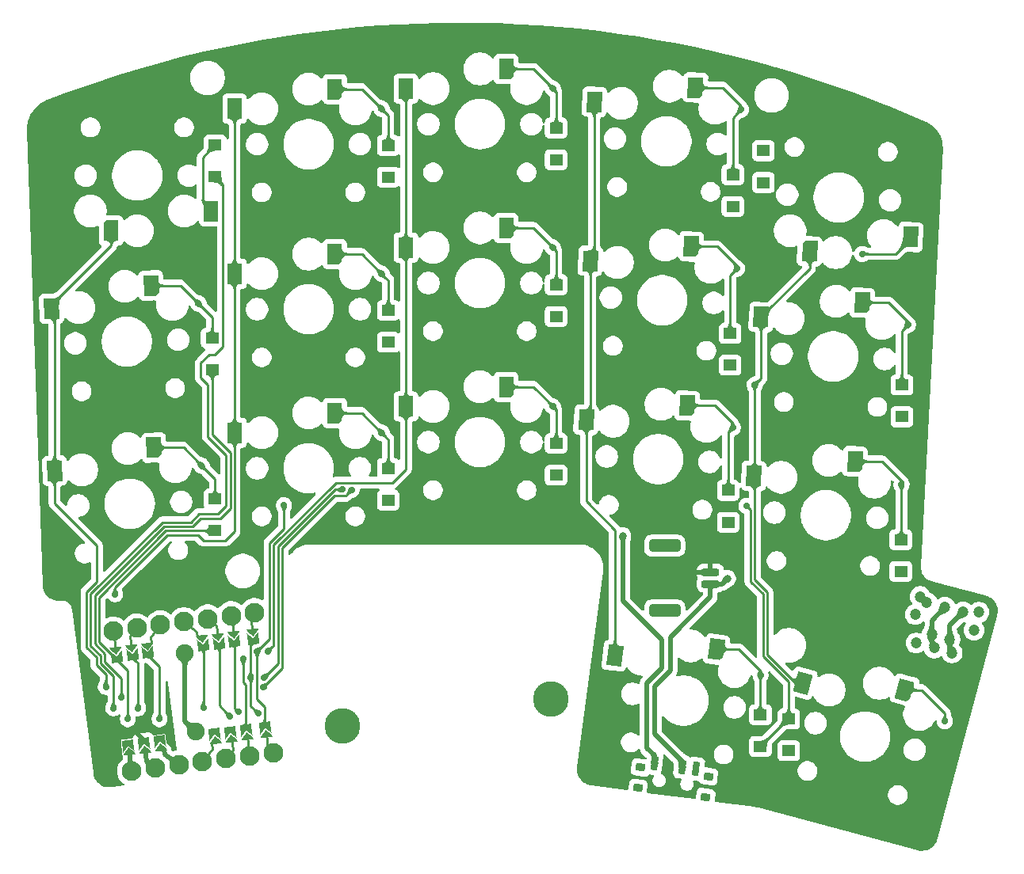
<source format=gtl>
G04 #@! TF.GenerationSoftware,KiCad,Pcbnew,9.0.2*
G04 #@! TF.CreationDate,2025-07-12T22:53:39+08:00*
G04 #@! TF.ProjectId,Kretstr_d_v2,4b726574-7374-472e-9464-5f76322e6b69,rev?*
G04 #@! TF.SameCoordinates,Original*
G04 #@! TF.FileFunction,Copper,L1,Top*
G04 #@! TF.FilePolarity,Positive*
%FSLAX46Y46*%
G04 Gerber Fmt 4.6, Leading zero omitted, Abs format (unit mm)*
G04 Created by KiCad (PCBNEW 9.0.2) date 2025-07-12 22:53:39*
%MOMM*%
%LPD*%
G01*
G04 APERTURE LIST*
G04 Aperture macros list*
%AMRoundRect*
0 Rectangle with rounded corners*
0 $1 Rounding radius*
0 $2 $3 $4 $5 $6 $7 $8 $9 X,Y pos of 4 corners*
0 Add a 4 corners polygon primitive as box body*
4,1,4,$2,$3,$4,$5,$6,$7,$8,$9,$2,$3,0*
0 Add four circle primitives for the rounded corners*
1,1,$1+$1,$2,$3*
1,1,$1+$1,$4,$5*
1,1,$1+$1,$6,$7*
1,1,$1+$1,$8,$9*
0 Add four rect primitives between the rounded corners*
20,1,$1+$1,$2,$3,$4,$5,0*
20,1,$1+$1,$4,$5,$6,$7,0*
20,1,$1+$1,$6,$7,$8,$9,0*
20,1,$1+$1,$8,$9,$2,$3,0*%
%AMRotRect*
0 Rectangle, with rotation*
0 The origin of the aperture is its center*
0 $1 length*
0 $2 width*
0 $3 Rotation angle, in degrees counterclockwise*
0 Add horizontal line*
21,1,$1,$2,0,0,$3*%
%AMOutline5P*
0 Free polygon, 5 corners , with rotation*
0 The origin of the aperture is its center*
0 number of corners: always 5*
0 $1 to $10 corner X, Y*
0 $11 Rotation angle, in degrees counterclockwise*
0 create outline with 5 corners*
4,1,5,$1,$2,$3,$4,$5,$6,$7,$8,$9,$10,$1,$2,$11*%
%AMOutline6P*
0 Free polygon, 6 corners , with rotation*
0 The origin of the aperture is its center*
0 number of corners: always 6*
0 $1 to $12 corner X, Y*
0 $13 Rotation angle, in degrees counterclockwise*
0 create outline with 6 corners*
4,1,6,$1,$2,$3,$4,$5,$6,$7,$8,$9,$10,$11,$12,$1,$2,$13*%
%AMOutline7P*
0 Free polygon, 7 corners , with rotation*
0 The origin of the aperture is its center*
0 number of corners: always 7*
0 $1 to $14 corner X, Y*
0 $15 Rotation angle, in degrees counterclockwise*
0 create outline with 7 corners*
4,1,7,$1,$2,$3,$4,$5,$6,$7,$8,$9,$10,$11,$12,$13,$14,$1,$2,$15*%
%AMOutline8P*
0 Free polygon, 8 corners , with rotation*
0 The origin of the aperture is its center*
0 number of corners: always 8*
0 $1 to $16 corner X, Y*
0 $17 Rotation angle, in degrees counterclockwise*
0 create outline with 8 corners*
4,1,8,$1,$2,$3,$4,$5,$6,$7,$8,$9,$10,$11,$12,$13,$14,$15,$16,$1,$2,$17*%
%AMFreePoly0*
4,1,6,0.600000,0.200000,0.000000,-0.400000,-0.600000,0.200000,-0.600000,0.400000,0.600000,0.400000,0.600000,0.200000,0.600000,0.200000,$1*%
%AMFreePoly1*
4,1,6,0.599999,-0.250000,-0.600000,-0.250000,-0.600000,1.000000,0.000000,0.400000,0.600000,1.000000,0.599999,-0.250000,0.599999,-0.250000,$1*%
G04 Aperture macros list end*
G04 #@! TA.AperFunction,EtchedComponent*
%ADD10C,0.250000*%
G04 #@! TD*
G04 #@! TA.AperFunction,EtchedComponent*
%ADD11C,0.500000*%
G04 #@! TD*
G04 #@! TA.AperFunction,EtchedComponent*
%ADD12C,0.200000*%
G04 #@! TD*
G04 #@! TA.AperFunction,ComponentPad*
%ADD13C,1.200000*%
G04 #@! TD*
G04 #@! TA.AperFunction,ComponentPad*
%ADD14R,1.400000X1.200000*%
G04 #@! TD*
G04 #@! TA.AperFunction,SMDPad,CuDef*
%ADD15R,1.600000X2.200000*%
G04 #@! TD*
G04 #@! TA.AperFunction,SMDPad,CuDef*
%ADD16Outline5P,-0.800000X1.100000X0.800000X1.100000X0.800000X-0.780000X0.480000X-1.100000X-0.800000X-1.100000X0.000000*%
G04 #@! TD*
G04 #@! TA.AperFunction,SMDPad,CuDef*
%ADD17RotRect,1.000000X0.800000X352.500000*%
G04 #@! TD*
G04 #@! TA.AperFunction,SMDPad,CuDef*
%ADD18RotRect,0.700000X1.500000X352.500000*%
G04 #@! TD*
G04 #@! TA.AperFunction,SMDPad,CuDef*
%ADD19RotRect,1.600000X2.200000X2.000000*%
G04 #@! TD*
G04 #@! TA.AperFunction,SMDPad,CuDef*
%ADD20Outline5P,-0.800000X1.100000X0.800000X1.100000X0.800000X-0.780000X0.480000X-1.100000X-0.800000X-1.100000X2.000000*%
G04 #@! TD*
G04 #@! TA.AperFunction,SMDPad,CuDef*
%ADD21RotRect,1.600000X2.200000X357.000000*%
G04 #@! TD*
G04 #@! TA.AperFunction,SMDPad,CuDef*
%ADD22Outline5P,-0.800000X1.100000X0.800000X1.100000X0.800000X-0.780000X0.480000X-1.100000X-0.800000X-1.100000X357.000000*%
G04 #@! TD*
G04 #@! TA.AperFunction,SMDPad,CuDef*
%ADD23RotRect,1.600000X2.200000X345.000000*%
G04 #@! TD*
G04 #@! TA.AperFunction,SMDPad,CuDef*
%ADD24Outline5P,-0.800000X1.100000X0.800000X1.100000X0.800000X-0.780000X0.480000X-1.100000X-0.800000X-1.100000X345.000000*%
G04 #@! TD*
G04 #@! TA.AperFunction,ComponentPad*
%ADD25C,2.100000*%
G04 #@! TD*
G04 #@! TA.AperFunction,SMDPad,CuDef*
%ADD26FreePoly0,187.500000*%
G04 #@! TD*
G04 #@! TA.AperFunction,SMDPad,CuDef*
%ADD27FreePoly0,7.500000*%
G04 #@! TD*
G04 #@! TA.AperFunction,SMDPad,CuDef*
%ADD28FreePoly1,7.500000*%
G04 #@! TD*
G04 #@! TA.AperFunction,SMDPad,CuDef*
%ADD29FreePoly1,187.500000*%
G04 #@! TD*
G04 #@! TA.AperFunction,SMDPad,CuDef*
%ADD30RoundRect,0.200000X-0.750000X0.200000X-0.750000X-0.200000X0.750000X-0.200000X0.750000X0.200000X0*%
G04 #@! TD*
G04 #@! TA.AperFunction,SMDPad,CuDef*
%ADD31RoundRect,0.250000X-1.425000X0.400000X-1.425000X-0.400000X1.425000X-0.400000X1.425000X0.400000X0*%
G04 #@! TD*
G04 #@! TA.AperFunction,SMDPad,CuDef*
%ADD32Outline5P,-0.800000X1.100000X0.800000X1.100000X0.800000X-0.780000X0.480000X-1.100000X-0.800000X-1.100000X180.000000*%
G04 #@! TD*
G04 #@! TA.AperFunction,ComponentPad*
%ADD33C,1.900000*%
G04 #@! TD*
G04 #@! TA.AperFunction,ComponentPad*
%ADD34C,3.800000*%
G04 #@! TD*
G04 #@! TA.AperFunction,SMDPad,CuDef*
%ADD35RotRect,1.600000X2.200000X352.500000*%
G04 #@! TD*
G04 #@! TA.AperFunction,SMDPad,CuDef*
%ADD36Outline5P,-0.800000X1.100000X0.800000X1.100000X0.800000X-0.780000X0.480000X-1.100000X-0.800000X-1.100000X352.500000*%
G04 #@! TD*
G04 #@! TA.AperFunction,SMDPad,CuDef*
%ADD37RotRect,1.600000X2.200000X177.000000*%
G04 #@! TD*
G04 #@! TA.AperFunction,SMDPad,CuDef*
%ADD38Outline5P,-0.800000X1.100000X0.800000X1.100000X0.800000X-0.780000X0.480000X-1.100000X-0.800000X-1.100000X177.000000*%
G04 #@! TD*
G04 #@! TA.AperFunction,ViaPad*
%ADD39C,0.700000*%
G04 #@! TD*
G04 #@! TA.AperFunction,ViaPad*
%ADD40C,0.800000*%
G04 #@! TD*
G04 #@! TA.AperFunction,Conductor*
%ADD41C,0.500000*%
G04 #@! TD*
G04 #@! TA.AperFunction,Conductor*
%ADD42C,0.250000*%
G04 #@! TD*
G04 APERTURE END LIST*
D10*
X86878884Y-112635549D02*
X87153015Y-114717781D01*
X88675532Y-113244448D02*
X88840256Y-114495652D01*
D11*
X88850169Y-127608944D02*
X88576038Y-125526711D01*
D10*
X89397154Y-112304012D02*
X88675532Y-113244448D01*
D11*
X90422649Y-126556490D02*
X90257925Y-125305287D01*
D10*
X90949752Y-113927960D02*
X90871429Y-113333036D01*
D11*
X91363085Y-127278112D02*
X90422649Y-126556490D01*
D10*
X91915424Y-111972476D02*
X90871429Y-113333036D01*
D11*
X92322824Y-125331521D02*
X92383503Y-125792421D01*
X93886709Y-126945871D02*
X92383503Y-125792421D01*
D10*
X94433694Y-111640939D02*
X95794254Y-112684934D01*
X95872577Y-113279858D02*
X95794254Y-112684934D01*
X96404979Y-126614334D02*
X97448973Y-125253774D01*
X96951964Y-111309404D02*
X97892400Y-112031025D01*
X97370650Y-124658849D02*
X97448973Y-125253774D01*
X97892400Y-112031025D02*
X98057124Y-113282228D01*
X98928602Y-126282093D02*
X99650224Y-125341657D01*
X99470234Y-110977867D02*
X99744365Y-113060099D01*
X99650224Y-125341657D02*
X99485500Y-124090453D01*
X101441518Y-125951260D02*
X101167387Y-123869028D01*
X101766912Y-112793825D02*
X101558044Y-111207317D01*
X101988507Y-110646329D02*
X101558044Y-111207317D01*
D12*
X101988507Y-110646329D02*
X101704230Y-111016804D01*
D10*
X103189935Y-123602755D02*
X103398803Y-125189263D01*
X103959790Y-125619724D02*
X103398803Y-125189263D01*
D13*
X176253908Y-113513671D03*
X178841352Y-112550533D03*
X179358990Y-110618681D03*
X174322057Y-112996033D03*
X172562834Y-110868209D03*
X173080472Y-108936357D03*
X172636778Y-113915762D03*
X174568630Y-114433400D03*
X176500482Y-114951038D03*
X173801464Y-109569096D03*
X175733316Y-110086734D03*
X177665168Y-110604372D03*
D14*
X159038990Y-122025081D03*
X159038990Y-125425081D03*
X156016390Y-124967881D03*
X156016390Y-121567881D03*
X171019105Y-106248849D03*
X171019105Y-102848849D03*
X152578705Y-100982449D03*
X152578705Y-97582449D03*
X134197790Y-95945081D03*
X134197790Y-92545081D03*
X116262190Y-98637481D03*
X116262190Y-95237481D03*
X97761390Y-101904681D03*
X97761390Y-98504681D03*
X171129390Y-89712681D03*
X171129390Y-86312681D03*
X152778431Y-84192916D03*
X152778431Y-80792916D03*
X134197790Y-78977881D03*
X134197790Y-75577881D03*
X116262190Y-81721081D03*
X116262190Y-78321081D03*
X97450660Y-84688298D03*
X97450660Y-81288298D03*
X156332694Y-64659350D03*
X156332694Y-61259350D03*
X153078020Y-67209817D03*
X153078020Y-63809817D03*
X134197790Y-62213881D03*
X134197790Y-58813881D03*
X116262190Y-64076081D03*
X116262190Y-60676081D03*
X97761390Y-64058681D03*
X97761390Y-60658681D03*
D15*
X99846390Y-91408681D03*
D16*
X110546390Y-89308681D03*
D15*
X118146190Y-71608681D03*
D16*
X128846190Y-69508681D03*
D15*
X99846390Y-74408681D03*
D16*
X110546390Y-72308681D03*
D17*
X142917122Y-129404164D03*
X143205586Y-127213071D03*
X150443133Y-128165912D03*
X150154670Y-130357005D03*
D18*
X144678450Y-126751369D03*
X147652785Y-127142947D03*
X149139952Y-127338737D03*
D15*
X118146190Y-88608681D03*
D16*
X128846190Y-86508681D03*
D15*
X99846390Y-56763681D03*
D16*
X110546390Y-54663681D03*
D19*
X80618784Y-95486502D03*
D20*
X91238977Y-93014357D03*
D21*
X138277015Y-56037307D03*
D22*
X149072257Y-54500179D03*
D23*
X160549699Y-118189987D03*
D24*
X171428626Y-118930907D03*
D15*
X118146190Y-54608681D03*
D16*
X128846190Y-52508681D03*
D21*
X137396349Y-90038014D03*
D22*
X148191591Y-88500886D03*
D21*
X137836677Y-73037760D03*
D22*
X148631919Y-71500632D03*
D25*
X88850169Y-127608944D03*
X91368439Y-127277407D03*
X93886709Y-126945871D03*
X96404979Y-126614334D03*
X101441518Y-125951261D03*
X103959790Y-125619724D03*
X98923248Y-126282797D03*
D26*
X88576038Y-125526711D03*
X90257925Y-125305287D03*
X91939812Y-125083862D03*
X97803018Y-124311956D03*
X99485203Y-124090492D03*
X103189935Y-123602755D03*
X101167387Y-123869028D03*
D27*
X99744365Y-113060099D03*
X87153015Y-114717781D03*
X88834902Y-114496357D03*
X90516789Y-114274932D03*
X96379996Y-113503026D03*
X98062180Y-113281562D03*
X101766912Y-112793825D03*
D25*
X96951964Y-111309404D03*
X86878884Y-112635549D03*
X89397154Y-112304012D03*
X91915424Y-111972476D03*
X94433694Y-111640939D03*
X99470234Y-110977866D03*
X101988507Y-110646329D03*
D28*
X87285630Y-115725089D03*
X88967517Y-115503664D03*
X90649404Y-115282240D03*
X96512610Y-114510334D03*
X98194795Y-114288870D03*
X99876979Y-114067405D03*
X101899527Y-113801133D03*
D29*
X103057320Y-122595447D03*
X101034773Y-122861723D03*
X99352588Y-123083183D03*
X97670404Y-123304648D03*
X91807197Y-124076554D03*
X90125310Y-124297979D03*
X88443423Y-124519403D03*
D19*
X80297584Y-78140702D03*
D20*
X90917777Y-75668557D03*
D30*
X150671000Y-106330000D03*
X150671000Y-107580000D03*
D31*
X145796000Y-103480000D03*
X145796000Y-110430000D03*
D15*
X97346590Y-67708681D03*
D32*
X86646590Y-69808681D03*
D33*
X95657918Y-123376142D03*
D21*
X155311093Y-96028445D03*
D22*
X166106335Y-94491317D03*
D34*
X133604000Y-119888000D03*
D33*
X94550195Y-114962146D03*
D35*
X140457318Y-115266650D03*
D36*
X151339883Y-114581246D03*
D34*
X111363786Y-122815980D03*
D37*
X172068019Y-70465365D03*
D38*
X161272777Y-72002493D03*
D21*
X156097303Y-79041276D03*
D22*
X166892545Y-77504148D03*
D39*
X86902990Y-120880281D03*
X89544590Y-120880281D03*
X97346590Y-67708681D03*
X91830590Y-122048681D03*
X87768423Y-119762681D03*
X115546390Y-56763681D03*
X88443423Y-122048681D03*
X133846190Y-54608681D03*
X105120092Y-99168583D03*
X154517790Y-99239481D03*
X102243590Y-114784281D03*
X153955499Y-56858981D03*
X166865103Y-72295574D03*
X95988020Y-77592780D03*
X115546390Y-74408681D03*
X133846190Y-71608681D03*
X153515161Y-73859434D03*
X171775787Y-79862950D03*
X96309220Y-94938580D03*
X115546390Y-91408681D03*
X133846190Y-88608681D03*
X153074833Y-90859688D03*
X171080568Y-96949982D03*
X156023002Y-117315911D03*
X175714735Y-122253446D03*
D40*
X104174990Y-96801081D03*
X148574190Y-106859481D03*
X104073390Y-61850681D03*
X128203390Y-72264681D03*
X82229390Y-105919681D03*
X142300390Y-61342681D03*
X163763390Y-111380681D03*
X87004590Y-123318681D03*
X84413790Y-117273481D03*
X90662190Y-117070281D03*
D39*
X80618784Y-95486502D03*
X96512610Y-120837901D03*
X80297584Y-78140702D03*
X86090190Y-118594281D03*
X86646590Y-69808681D03*
X99846390Y-56763681D03*
X87075488Y-108688281D03*
X102382320Y-121440066D03*
X99846390Y-74408681D03*
X101568590Y-117578281D03*
X99846390Y-91408681D03*
X118146190Y-54608681D03*
X118146190Y-71608681D03*
X118146190Y-88608681D03*
X100771390Y-115546281D03*
X103376590Y-114784281D03*
X137396349Y-90038014D03*
X112353790Y-97511481D03*
X138277015Y-56037307D03*
X100263390Y-121286681D03*
X137836677Y-73037760D03*
X102918590Y-118645081D03*
X140457318Y-115266650D03*
X155407318Y-96028445D03*
X99352588Y-121743881D03*
X111337790Y-97497681D03*
X161272777Y-72002493D03*
X103020190Y-117578281D03*
X156097303Y-79041276D03*
X160549699Y-118189987D03*
X155407318Y-86285481D03*
D40*
X152494990Y-107006681D03*
X147652785Y-127142947D03*
X144678450Y-126751369D03*
X141309790Y-102439881D03*
D41*
X174322057Y-112996033D02*
X174322057Y-114186827D01*
X174322057Y-114186827D02*
X174568630Y-114433400D01*
X174322057Y-112996033D02*
X174322057Y-111497993D01*
X174322057Y-111497993D02*
X175733316Y-110086734D01*
X176253908Y-113513671D02*
X176253908Y-112015632D01*
X176253908Y-112015632D02*
X177665168Y-110604372D01*
X176253908Y-113513671D02*
X176253908Y-114704464D01*
X176253908Y-114704464D02*
X176500482Y-114951038D01*
D42*
X84476990Y-108647671D02*
X92121980Y-101002681D01*
X98586990Y-64884281D02*
X97761390Y-64058681D01*
X98944390Y-93783091D02*
X96999660Y-91838361D01*
X85537590Y-115252669D02*
X84476990Y-114192069D01*
X98944390Y-99273681D02*
X98944390Y-93783091D01*
X96244260Y-83942698D02*
X97097060Y-83089898D01*
X86902990Y-117454091D02*
X85537590Y-116088691D01*
X86902990Y-120880281D02*
X86902990Y-117454091D01*
X96999660Y-86283698D02*
X96244260Y-85528298D01*
X89544590Y-120880281D02*
X89544590Y-116080737D01*
X98108790Y-100109281D02*
X98944390Y-99273681D01*
X97717460Y-83089898D02*
X98586990Y-82220368D01*
X97097060Y-83089898D02*
X97717460Y-83089898D01*
X84476990Y-114192069D02*
X84476990Y-108647671D01*
X89544590Y-116080737D02*
X88967517Y-115503664D01*
X96999660Y-91838361D02*
X96999660Y-86283698D01*
X85537590Y-116088691D02*
X85537590Y-115252669D01*
X96040790Y-100109281D02*
X98108790Y-100109281D01*
X92121980Y-101002681D02*
X95147390Y-101002681D01*
X95147390Y-101002681D02*
X96040790Y-100109281D01*
X98586990Y-82220368D02*
X98586990Y-64884281D01*
X96244260Y-85528298D02*
X96244260Y-83942698D01*
X97346590Y-67708681D02*
X96453390Y-66815481D01*
X96453390Y-61966681D02*
X97761390Y-60658681D01*
X96453390Y-66815481D02*
X96453390Y-61966681D01*
X87768423Y-117681714D02*
X85988590Y-115901881D01*
X85988590Y-115065859D02*
X84927990Y-114005259D01*
X91830590Y-116463426D02*
X90649404Y-115282240D01*
X97450660Y-91651551D02*
X97450660Y-84688298D01*
X99395390Y-99460491D02*
X99395390Y-93596281D01*
X91830590Y-122048681D02*
X91830590Y-116463426D01*
X99395390Y-93596281D02*
X97450660Y-91651551D01*
X96227600Y-100560281D02*
X98295600Y-100560281D01*
X92308790Y-101453681D02*
X95334200Y-101453681D01*
X95334200Y-101453681D02*
X96227600Y-100560281D01*
X98295600Y-100560281D02*
X99395390Y-99460491D01*
X87768423Y-119762681D02*
X87768423Y-117681714D01*
X84927990Y-114005259D02*
X84927990Y-108834481D01*
X85988590Y-115901881D02*
X85988590Y-115065859D01*
X84927990Y-108834481D02*
X92308790Y-101453681D01*
X116262190Y-57479481D02*
X116262190Y-60676081D01*
X113446390Y-54663681D02*
X110546390Y-54663681D01*
X115546390Y-56763681D02*
X113446390Y-54663681D01*
X115546390Y-56763681D02*
X116262190Y-57479481D01*
X85378990Y-113818449D02*
X85378990Y-109021291D01*
X88443423Y-116882882D02*
X87285630Y-115725089D01*
X92495600Y-101904681D02*
X97761390Y-101904681D01*
X85378990Y-109021291D02*
X92495600Y-101904681D01*
X87285630Y-115725089D02*
X85378990Y-113818449D01*
X88443423Y-122048681D02*
X88443423Y-116882882D01*
X131746190Y-52508681D02*
X128846190Y-52508681D01*
X134197790Y-54960281D02*
X134197790Y-58813881D01*
X133846190Y-54608681D02*
X134197790Y-54960281D01*
X133846190Y-54608681D02*
X131746190Y-52508681D01*
X102243590Y-114784281D02*
X102243590Y-119914081D01*
X154517790Y-99239481D02*
X154956318Y-99678009D01*
X156301990Y-108671891D02*
X156301990Y-115326691D01*
X103571590Y-103218271D02*
X103571590Y-113456281D01*
X102243590Y-119914081D02*
X103057320Y-120727811D01*
X154956318Y-107326219D02*
X156301990Y-108671891D01*
X159038990Y-118063691D02*
X159038990Y-122025081D01*
X159038990Y-122025081D02*
X158959190Y-122025081D01*
X105120092Y-101669769D02*
X103571590Y-103218271D01*
X156301990Y-115326691D02*
X159038990Y-118063691D01*
X154956318Y-99678009D02*
X154956318Y-107326219D01*
X103057320Y-120727811D02*
X103057320Y-122595447D01*
X158959190Y-122025081D02*
X156016390Y-124967881D01*
X103571590Y-113456281D02*
X102243590Y-114784281D01*
X105120092Y-99168583D02*
X105120092Y-101669769D01*
X153955499Y-56476031D02*
X151979647Y-54500179D01*
X153078020Y-57736460D02*
X153078020Y-63809817D01*
X153955499Y-56858981D02*
X153955499Y-56476031D01*
X153955499Y-56858981D02*
X153078020Y-57736460D01*
X151979647Y-54500179D02*
X149072257Y-54500179D01*
X170438097Y-72295574D02*
X166865103Y-72295574D01*
X172068019Y-70665652D02*
X170438097Y-72295574D01*
X172068019Y-70465365D02*
X172068019Y-70665652D01*
X97450660Y-79055420D02*
X97450660Y-81288298D01*
X95988020Y-77592780D02*
X97450660Y-79055420D01*
X95988020Y-77592780D02*
X94063797Y-75668557D01*
X94063797Y-75668557D02*
X90917777Y-75668557D01*
X113446390Y-72308681D02*
X110546390Y-72308681D01*
X116262190Y-75124481D02*
X116262190Y-78321081D01*
X115546390Y-74408681D02*
X113446390Y-72308681D01*
X115546390Y-74408681D02*
X116262190Y-75124481D01*
X134197790Y-71960281D02*
X134197790Y-75577881D01*
X131746190Y-69508681D02*
X128846190Y-69508681D01*
X133846190Y-71608681D02*
X134197790Y-71960281D01*
X133846190Y-71608681D02*
X131746190Y-69508681D01*
X153515161Y-73612793D02*
X153515161Y-73859434D01*
X153515161Y-73859434D02*
X152778431Y-74596164D01*
X152778431Y-74596164D02*
X152778431Y-80792916D01*
X148631919Y-71500632D02*
X151403000Y-71500632D01*
X151403000Y-71500632D02*
X153515161Y-73612793D01*
X171129390Y-80509347D02*
X171775787Y-79862950D01*
X169714057Y-77504148D02*
X166892545Y-77504148D01*
X171775787Y-79565878D02*
X169714057Y-77504148D01*
X171129390Y-86312681D02*
X171129390Y-80509347D01*
X171775787Y-79862950D02*
X171775787Y-79565878D01*
X97761390Y-96390750D02*
X97761390Y-98504681D01*
X96309220Y-94938580D02*
X97761390Y-96390750D01*
X96309220Y-94938580D02*
X94384996Y-93014356D01*
X94384996Y-93014356D02*
X91238978Y-93014356D01*
X113446390Y-89308681D02*
X110546390Y-89308681D01*
X115546390Y-91408681D02*
X116262190Y-92124481D01*
X116262190Y-92124481D02*
X116262190Y-95237481D01*
X115546390Y-91408681D02*
X113446390Y-89308681D01*
X134197790Y-88960281D02*
X134197790Y-92545081D01*
X133846190Y-88608681D02*
X131746190Y-86508681D01*
X133846190Y-88608681D02*
X134197790Y-88960281D01*
X131746190Y-86508681D02*
X128846190Y-86508681D01*
X151178625Y-88500886D02*
X148191591Y-88500886D01*
X153074833Y-90859688D02*
X152578705Y-91355816D01*
X153074833Y-90859688D02*
X153074833Y-90397094D01*
X152578705Y-91355816D02*
X152578705Y-97582449D01*
X153074833Y-90397094D02*
X151178625Y-88500886D01*
X166202560Y-94491317D02*
X169022826Y-94491317D01*
X171080568Y-96949982D02*
X171080568Y-102787386D01*
X171080568Y-102787386D02*
X171019105Y-102848849D01*
X171080568Y-96549059D02*
X171080568Y-96949982D01*
X169022826Y-94491317D02*
X171080568Y-96549059D01*
X156023002Y-117315911D02*
X156016390Y-117322523D01*
X156016390Y-117322523D02*
X156016390Y-121567881D01*
X153705155Y-114581246D02*
X156023002Y-116899093D01*
X151339883Y-114581246D02*
X153705155Y-114581246D01*
X156023002Y-116899093D02*
X156023002Y-117315911D01*
X171428626Y-118930907D02*
X173218616Y-118930907D01*
X175714735Y-121427026D02*
X175714735Y-122253446D01*
X173218616Y-118930907D02*
X175714735Y-121427026D01*
D41*
X87004590Y-123318681D02*
X89146012Y-123318681D01*
X89146012Y-123318681D02*
X90125310Y-124297979D01*
D42*
X80297584Y-78944275D02*
X80297584Y-78140702D01*
X80618784Y-98949675D02*
X80618784Y-95486502D01*
X86646590Y-69808681D02*
X86646590Y-71403481D01*
X86090190Y-117279101D02*
X85086590Y-116275501D01*
X80297584Y-77752487D02*
X80297584Y-78140702D01*
X85086590Y-116275501D02*
X85086590Y-115439479D01*
X85124990Y-103455881D02*
X80618784Y-98949675D01*
X84025990Y-108460861D02*
X85124990Y-107361861D01*
X80618784Y-78461902D02*
X80618784Y-95486502D01*
X86646590Y-69808681D02*
X86646590Y-70133481D01*
X80301075Y-78947766D02*
X80297584Y-78944275D01*
X85086590Y-115439479D02*
X84025990Y-114378879D01*
X84025990Y-114378879D02*
X84025990Y-108460861D01*
X80297584Y-78140702D02*
X80618784Y-78461902D01*
X86090190Y-118594281D02*
X86090190Y-117279101D01*
X80618784Y-95486502D02*
X80622275Y-95483011D01*
X96512610Y-120837901D02*
X96512610Y-114510334D01*
X86646590Y-71403481D02*
X80297584Y-77752487D01*
X85124990Y-107361861D02*
X85124990Y-103455881D01*
X101568590Y-120626336D02*
X102382320Y-121440066D01*
X99846390Y-56763681D02*
X99846390Y-74408681D01*
X101568590Y-117578281D02*
X101568590Y-120626336D01*
X101568590Y-114132070D02*
X101899527Y-113801133D01*
X101568590Y-117578281D02*
X101568590Y-114132070D01*
X92682410Y-102355681D02*
X95962790Y-102355681D01*
X87075488Y-108688281D02*
X87075488Y-107962603D01*
X98840990Y-102947881D02*
X99846390Y-101942481D01*
X96554990Y-102947881D02*
X98840990Y-102947881D01*
X95962790Y-102355681D02*
X96554990Y-102947881D01*
X99846390Y-74408681D02*
X99846390Y-91408681D01*
X87075488Y-107962603D02*
X92682410Y-102355681D01*
X99846390Y-101942481D02*
X99846390Y-91408681D01*
X118146190Y-95303481D02*
X118146190Y-88608681D01*
X104022590Y-103405081D02*
X110677390Y-96750281D01*
X100771390Y-118137081D02*
X101034773Y-118400464D01*
X110677390Y-96750281D02*
X116699390Y-96750281D01*
X103376590Y-114784281D02*
X104022590Y-114138281D01*
X116699390Y-96750281D02*
X118146190Y-95303481D01*
X118146190Y-71608681D02*
X118146190Y-88608681D01*
X104022590Y-114138281D02*
X104022590Y-103405081D01*
X101034773Y-118400464D02*
X101034773Y-122861723D01*
X118146190Y-54608681D02*
X118146190Y-71608681D01*
X100771390Y-115546281D02*
X100771390Y-118137081D01*
X118146190Y-71608681D02*
X118146190Y-71399881D01*
X118146190Y-88608681D02*
X118146190Y-88519481D01*
X100263390Y-121286681D02*
X99876979Y-120900270D01*
X111691590Y-98173681D02*
X112353790Y-97511481D01*
X104945390Y-116618281D02*
X104945390Y-103757901D01*
X110529610Y-98173681D02*
X111691590Y-98173681D01*
X137396349Y-90038014D02*
X137396349Y-98755040D01*
X102918590Y-118645081D02*
X104945390Y-116618281D01*
X104945390Y-103757901D02*
X110529610Y-98173681D01*
X140473485Y-115250483D02*
X140457318Y-115266650D01*
X140473485Y-101832176D02*
X140473485Y-115250483D01*
X99876979Y-120900270D02*
X99876979Y-114132518D01*
X137836677Y-89597686D02*
X137836677Y-73037760D01*
X137396349Y-90038014D02*
X137836677Y-89597686D01*
X137396349Y-90038014D02*
X137605550Y-89828813D01*
X137836677Y-73037760D02*
X138277015Y-72597422D01*
X137396349Y-98755040D02*
X140473485Y-101832176D01*
X138277015Y-72597422D02*
X138277015Y-56037307D01*
X161272777Y-73865802D02*
X156097303Y-79041276D01*
X155407318Y-86285481D02*
X155407318Y-96028445D01*
X159803096Y-118189987D02*
X156752990Y-115139881D01*
X155407318Y-107139409D02*
X155407318Y-96038911D01*
X98194795Y-120586088D02*
X98194795Y-114288870D01*
X156097303Y-85595496D02*
X155407318Y-86285481D01*
X155407318Y-96038911D02*
X155402085Y-96033678D01*
X111337790Y-97497681D02*
X110567800Y-97497681D01*
X99352588Y-121743881D02*
X98194795Y-120586088D01*
X156097303Y-79041276D02*
X156092070Y-79046509D01*
X160549699Y-118189987D02*
X159803096Y-118189987D01*
X156097303Y-79041276D02*
X156097303Y-85595496D01*
X104494390Y-103571091D02*
X104494390Y-116104081D01*
X156752990Y-115139881D02*
X156752990Y-108485081D01*
X104494390Y-116104081D02*
X103020190Y-117578281D01*
X156752990Y-108485081D02*
X155407318Y-107139409D01*
X161272777Y-72002493D02*
X161272777Y-73865802D01*
X110567800Y-97497681D02*
X104494390Y-103571091D01*
D41*
X152494990Y-107006681D02*
X151921671Y-107580000D01*
X146389790Y-116867081D02*
X146389790Y-113260281D01*
X151921671Y-107580000D02*
X150671000Y-107580000D01*
X147652785Y-127142947D02*
X147652785Y-126576886D01*
X144701590Y-123625691D02*
X144701590Y-118555281D01*
X150671000Y-108979071D02*
X150671000Y-107580000D01*
X144701590Y-118555281D02*
X146389790Y-116867081D01*
X146389790Y-113260281D02*
X150671000Y-108979071D01*
X147652785Y-126576886D02*
X144701590Y-123625691D01*
X143900590Y-118187881D02*
X145475390Y-116613081D01*
X144678450Y-125925341D02*
X143900590Y-125147481D01*
X141309790Y-109399481D02*
X141309790Y-102439881D01*
X94550195Y-114962146D02*
X94550195Y-122268419D01*
X145475390Y-113565081D02*
X141309790Y-109399481D01*
X145475390Y-116613081D02*
X145475390Y-113565081D01*
X144678450Y-126751369D02*
X144678450Y-125925341D01*
X94550195Y-122268419D02*
X95657918Y-123376142D01*
X143900590Y-125147481D02*
X143900590Y-118187881D01*
G04 #@! TA.AperFunction,Conductor*
G36*
X125934374Y-47574723D02*
G01*
X125936559Y-47574758D01*
X128076477Y-47628969D01*
X128078552Y-47629040D01*
X130217106Y-47720851D01*
X130219227Y-47720960D01*
X132355908Y-47850351D01*
X132358059Y-47850500D01*
X134492026Y-48017419D01*
X134494157Y-48017604D01*
X136624967Y-48222015D01*
X136626999Y-48222229D01*
X138753878Y-48464060D01*
X138755936Y-48464312D01*
X140878289Y-48743498D01*
X140880310Y-48743781D01*
X142997405Y-49060224D01*
X142999500Y-49060556D01*
X145110667Y-49414156D01*
X145112679Y-49414512D01*
X147217318Y-49805167D01*
X147219378Y-49805568D01*
X149316817Y-50233154D01*
X149318955Y-50233610D01*
X151408427Y-50697969D01*
X151410517Y-50698452D01*
X153491675Y-51199506D01*
X153493708Y-51200016D01*
X155565590Y-51737535D01*
X155567719Y-51738107D01*
X157106924Y-52166443D01*
X157629797Y-52311950D01*
X157631921Y-52312560D01*
X159683713Y-52922595D01*
X159685746Y-52923220D01*
X161726530Y-53569234D01*
X161728463Y-53569865D01*
X163757604Y-54251661D01*
X163759527Y-54252325D01*
X165745569Y-54958725D01*
X165776285Y-54969650D01*
X165778353Y-54970405D01*
X167782195Y-55723070D01*
X167784213Y-55723848D01*
X168999421Y-56204832D01*
X169774455Y-56511593D01*
X169776507Y-56512426D01*
X169983413Y-56598557D01*
X171752620Y-57335042D01*
X171754598Y-57335886D01*
X173654963Y-58166455D01*
X173668007Y-58172177D01*
X173674498Y-58177031D01*
X173725803Y-58197533D01*
X173727706Y-58198368D01*
X173727746Y-58198402D01*
X173728542Y-58198739D01*
X173759420Y-58212559D01*
X173761048Y-58213303D01*
X173916583Y-58285783D01*
X174013540Y-58330965D01*
X174025946Y-58337613D01*
X174281620Y-58493610D01*
X174293207Y-58501601D01*
X174529878Y-58685136D01*
X174540494Y-58694362D01*
X174646897Y-58797822D01*
X174755232Y-58903161D01*
X174764759Y-58913522D01*
X174954855Y-59144953D01*
X174963167Y-59156311D01*
X175126267Y-59407503D01*
X175133261Y-59419718D01*
X175267327Y-59687534D01*
X175272914Y-59700451D01*
X175282304Y-59725987D01*
X175376274Y-59981554D01*
X175380386Y-59995015D01*
X175451748Y-60285887D01*
X175454333Y-60299722D01*
X175492808Y-60596738D01*
X175493834Y-60610777D01*
X175498956Y-60911217D01*
X175498801Y-60919959D01*
X173150675Y-105724893D01*
X173150674Y-105724922D01*
X173147853Y-105778495D01*
X173147854Y-105778504D01*
X173162065Y-105947738D01*
X173166114Y-105995956D01*
X173213718Y-106208925D01*
X173289783Y-106413462D01*
X173289785Y-106413466D01*
X173289786Y-106413468D01*
X173289789Y-106413475D01*
X173392900Y-106605777D01*
X173392904Y-106605784D01*
X173521172Y-106782332D01*
X173672212Y-106939838D01*
X173843231Y-107075389D01*
X173946325Y-107136360D01*
X174031067Y-107186478D01*
X174139095Y-107231889D01*
X174232236Y-107271044D01*
X174269604Y-107281048D01*
X174336417Y-107298936D01*
X174336416Y-107298936D01*
X174336432Y-107298939D01*
X174353341Y-107303470D01*
X174353345Y-107303472D01*
X174353345Y-107303471D01*
X174401282Y-107316317D01*
X174409249Y-107318452D01*
X174409264Y-107318455D01*
X174530119Y-107350838D01*
X180044246Y-108828342D01*
X180044247Y-108828343D01*
X180053095Y-108830714D01*
X180053107Y-108830721D01*
X180112431Y-108846613D01*
X180120994Y-108849239D01*
X180337400Y-108924126D01*
X180353912Y-108931197D01*
X180553426Y-109034044D01*
X180568771Y-109043396D01*
X180631173Y-109087829D01*
X180751619Y-109173593D01*
X180765482Y-109185039D01*
X180927940Y-109339934D01*
X180940031Y-109353233D01*
X181069091Y-109517341D01*
X181078786Y-109529669D01*
X181088863Y-109544558D01*
X181201094Y-109738946D01*
X181208949Y-109755117D01*
X181292369Y-109963490D01*
X181297844Y-109980615D01*
X181350761Y-110198754D01*
X181353742Y-110216483D01*
X181375074Y-110439929D01*
X181375501Y-110457903D01*
X181364815Y-110682102D01*
X181362680Y-110699954D01*
X181319400Y-110924460D01*
X181317384Y-110933224D01*
X181300016Y-110998032D01*
X181300007Y-110998074D01*
X174921614Y-134802564D01*
X174921613Y-134802563D01*
X174921613Y-134802564D01*
X174921612Y-134802570D01*
X174904073Y-134868025D01*
X174901437Y-134876623D01*
X174826550Y-135092996D01*
X174819473Y-135109522D01*
X174716623Y-135309025D01*
X174707267Y-135324376D01*
X174577065Y-135507220D01*
X174565619Y-135521083D01*
X174410722Y-135683535D01*
X174397420Y-135695627D01*
X174220987Y-135834378D01*
X174206099Y-135844455D01*
X174011707Y-135956689D01*
X173995536Y-135964544D01*
X173787157Y-136047968D01*
X173770033Y-136053442D01*
X173551899Y-136106362D01*
X173534171Y-136109343D01*
X173310728Y-136130681D01*
X173292756Y-136131109D01*
X173068552Y-136120431D01*
X173050701Y-136118297D01*
X172826231Y-136075035D01*
X172817465Y-136073019D01*
X155839400Y-131523761D01*
X155839308Y-131523736D01*
X155837760Y-131523320D01*
X155837525Y-131523257D01*
X155837524Y-131523256D01*
X155837429Y-131523231D01*
X155837425Y-131523228D01*
X155710323Y-131489174D01*
X155702628Y-131487112D01*
X155694797Y-131485732D01*
X155595284Y-131463672D01*
X155495204Y-131446025D01*
X155495047Y-131445998D01*
X155487429Y-131444655D01*
X155486133Y-131444119D01*
X155479229Y-131443210D01*
X155479223Y-131443209D01*
X155476861Y-131442898D01*
X155476855Y-131442897D01*
X155420803Y-131435518D01*
X155420802Y-131435517D01*
X155371426Y-131429017D01*
X155355475Y-131426917D01*
X155355473Y-131426917D01*
X155351386Y-131426379D01*
X155351381Y-131426377D01*
X151229613Y-130883737D01*
X151164686Y-130855015D01*
X151125594Y-130795749D01*
X151121137Y-130742369D01*
X151130482Y-130671387D01*
X151209615Y-130070321D01*
X169643212Y-130070321D01*
X169643212Y-130277256D01*
X169652080Y-130321838D01*
X169683582Y-130480209D01*
X169762771Y-130671387D01*
X169877735Y-130843444D01*
X169877736Y-130843445D01*
X169877741Y-130843451D01*
X170024049Y-130989759D01*
X170024055Y-130989764D01*
X170024057Y-130989766D01*
X170196114Y-131104730D01*
X170387292Y-131183919D01*
X170590247Y-131224289D01*
X170590248Y-131224289D01*
X170797176Y-131224289D01*
X170797177Y-131224289D01*
X171000132Y-131183919D01*
X171191310Y-131104730D01*
X171363367Y-130989766D01*
X171509689Y-130843444D01*
X171624653Y-130671387D01*
X171703842Y-130480209D01*
X171744212Y-130277254D01*
X171744212Y-130070324D01*
X171703842Y-129867369D01*
X171624653Y-129676191D01*
X171509689Y-129504134D01*
X171509687Y-129504132D01*
X171509682Y-129504126D01*
X171363374Y-129357818D01*
X171363368Y-129357813D01*
X171363367Y-129357812D01*
X171191310Y-129242848D01*
X171000132Y-129163659D01*
X170797179Y-129123289D01*
X170797177Y-129123289D01*
X170590247Y-129123289D01*
X170590244Y-129123289D01*
X170387291Y-129163659D01*
X170387286Y-129163661D01*
X170196114Y-129242848D01*
X170024055Y-129357813D01*
X170024049Y-129357818D01*
X169877741Y-129504126D01*
X169877736Y-129504132D01*
X169762771Y-129676191D01*
X169683584Y-129867363D01*
X169683582Y-129867368D01*
X169643212Y-130070321D01*
X151209615Y-130070321D01*
X151213101Y-130043841D01*
X151214551Y-129982946D01*
X151181771Y-129840445D01*
X151110171Y-129712952D01*
X151005553Y-129610795D01*
X150876392Y-129542249D01*
X150876391Y-129542248D01*
X150876390Y-129542248D01*
X150817198Y-129527889D01*
X150817191Y-129527887D01*
X149729302Y-129384665D01*
X149668417Y-129383215D01*
X149668412Y-129383216D01*
X149525917Y-129415994D01*
X149525911Y-129415996D01*
X149398418Y-129487597D01*
X149296267Y-129592207D01*
X149296264Y-129592211D01*
X149296263Y-129592213D01*
X149276064Y-129630274D01*
X149227716Y-129721375D01*
X149227716Y-129721376D01*
X149213358Y-129780560D01*
X149213355Y-129780577D01*
X149121393Y-130479097D01*
X149092671Y-130544025D01*
X149033405Y-130583116D01*
X148980025Y-130587573D01*
X143992065Y-129930896D01*
X143927138Y-129902174D01*
X143888046Y-129842908D01*
X143883589Y-129789528D01*
X143975553Y-129091000D01*
X143977003Y-129030105D01*
X143944223Y-128887604D01*
X143872623Y-128760111D01*
X143768005Y-128657954D01*
X143638844Y-128589408D01*
X143638843Y-128589407D01*
X143638842Y-128589407D01*
X143579650Y-128575048D01*
X143579643Y-128575046D01*
X142491754Y-128431824D01*
X142430869Y-128430374D01*
X142430864Y-128430375D01*
X142288369Y-128463153D01*
X142288363Y-128463155D01*
X142160870Y-128534756D01*
X142058719Y-128639366D01*
X142058716Y-128639370D01*
X142058715Y-128639372D01*
X142036870Y-128680535D01*
X141990168Y-128768534D01*
X141990168Y-128768535D01*
X141975810Y-128827719D01*
X141975807Y-128827736D01*
X141883845Y-129526255D01*
X141855123Y-129591183D01*
X141795857Y-129630274D01*
X141742477Y-129634731D01*
X137927759Y-129132515D01*
X137927759Y-129132514D01*
X137920513Y-129131561D01*
X137911641Y-129130069D01*
X137687346Y-129084063D01*
X137670038Y-129079204D01*
X137458814Y-129003271D01*
X137442373Y-128995998D01*
X137244098Y-128890773D01*
X137228870Y-128881240D01*
X137047581Y-128748865D01*
X137033866Y-128737264D01*
X136873269Y-128580443D01*
X136861345Y-128567008D01*
X136724692Y-128388918D01*
X136714796Y-128373914D01*
X136604886Y-128178203D01*
X136597226Y-128161944D01*
X136595015Y-128156226D01*
X136516290Y-127952589D01*
X136511021Y-127935404D01*
X136502663Y-127899072D01*
X136460701Y-127716655D01*
X136457931Y-127698893D01*
X136457456Y-127693205D01*
X136439252Y-127475201D01*
X136439039Y-127457248D01*
X136452657Y-127228621D01*
X136453512Y-127219672D01*
X136454661Y-127210950D01*
X139210249Y-106280167D01*
X139210251Y-106280164D01*
X139215227Y-106242358D01*
X139227450Y-106149517D01*
X139227449Y-106149515D01*
X139228515Y-106141426D01*
X139228544Y-106140972D01*
X139229578Y-106133095D01*
X139238651Y-106063987D01*
X139241492Y-105759714D01*
X139207422Y-105457342D01*
X139136944Y-105161331D01*
X139076899Y-104999497D01*
X139031099Y-104876056D01*
X139031097Y-104876054D01*
X139031096Y-104876049D01*
X138891441Y-104605705D01*
X138891439Y-104605702D01*
X138891437Y-104605698D01*
X138773911Y-104433308D01*
X138720039Y-104354287D01*
X138519419Y-104125505D01*
X138519416Y-104125502D01*
X138519413Y-104125499D01*
X138292545Y-103922737D01*
X138288895Y-103920198D01*
X138042752Y-103748966D01*
X137773738Y-103606765D01*
X137489468Y-103498228D01*
X137194136Y-103424958D01*
X137194133Y-103424957D01*
X136976227Y-103398319D01*
X136892099Y-103388035D01*
X136892010Y-103388034D01*
X136814199Y-103387998D01*
X136814199Y-103387997D01*
X136805927Y-103387993D01*
X136805838Y-103387970D01*
X136723039Y-103387963D01*
X136723002Y-103387962D01*
X136667857Y-103387957D01*
X136667825Y-103387958D01*
X107940801Y-103385599D01*
X107921474Y-103385598D01*
X107921471Y-103385598D01*
X107921452Y-103385597D01*
X107907757Y-103385596D01*
X107907654Y-103385566D01*
X107819469Y-103385589D01*
X107819429Y-103385589D01*
X107781768Y-103385587D01*
X107781544Y-103385601D01*
X107703418Y-103385623D01*
X107401353Y-103422501D01*
X107401337Y-103422504D01*
X107105967Y-103495739D01*
X106821659Y-103604247D01*
X106552595Y-103746432D01*
X106302760Y-103920193D01*
X106302754Y-103920198D01*
X106075843Y-104122961D01*
X105918835Y-104301982D01*
X105875184Y-104351753D01*
X105808992Y-104448831D01*
X105754092Y-104493844D01*
X105683569Y-104502031D01*
X105619815Y-104470790D01*
X105583072Y-104410041D01*
X105578890Y-104377848D01*
X105578890Y-104072495D01*
X105598892Y-104004374D01*
X105615795Y-103983400D01*
X109343983Y-100255213D01*
X111695890Y-100255213D01*
X111695890Y-100462148D01*
X111719695Y-100581822D01*
X111736260Y-100665101D01*
X111815449Y-100856279D01*
X111901705Y-100985371D01*
X111930414Y-101028337D01*
X111930419Y-101028343D01*
X112076727Y-101174651D01*
X112076733Y-101174656D01*
X112076735Y-101174658D01*
X112248792Y-101289622D01*
X112439970Y-101368811D01*
X112642925Y-101409181D01*
X112642926Y-101409181D01*
X112849854Y-101409181D01*
X112849855Y-101409181D01*
X113052810Y-101368811D01*
X113243988Y-101289622D01*
X113416045Y-101174658D01*
X113562367Y-101028336D01*
X113677331Y-100856279D01*
X113756520Y-100665101D01*
X113796890Y-100462146D01*
X113796890Y-100255216D01*
X113756520Y-100052261D01*
X113677331Y-99861083D01*
X113562367Y-99689026D01*
X113562365Y-99689024D01*
X113562360Y-99689018D01*
X113416052Y-99542710D01*
X113416046Y-99542705D01*
X113382670Y-99520404D01*
X113243988Y-99427740D01*
X113052810Y-99348551D01*
X113032223Y-99344456D01*
X112849857Y-99308181D01*
X112849855Y-99308181D01*
X112642925Y-99308181D01*
X112642922Y-99308181D01*
X112439969Y-99348551D01*
X112439964Y-99348553D01*
X112248792Y-99427740D01*
X112076733Y-99542705D01*
X112076727Y-99542710D01*
X111930419Y-99689018D01*
X111930414Y-99689024D01*
X111815449Y-99861083D01*
X111736262Y-100052255D01*
X111736260Y-100052260D01*
X111695890Y-100255213D01*
X109343983Y-100255213D01*
X109439265Y-100159931D01*
X110755110Y-98844086D01*
X110817422Y-98810060D01*
X110844205Y-98807181D01*
X111753983Y-98807181D01*
X111753984Y-98807181D01*
X111876375Y-98782836D01*
X111991665Y-98735081D01*
X112095423Y-98665752D01*
X112274546Y-98486627D01*
X112285420Y-98476945D01*
X112289280Y-98473888D01*
X112304302Y-98463798D01*
X112320537Y-98449140D01*
X112323723Y-98446619D01*
X112339678Y-98440170D01*
X112372311Y-98422938D01*
X112380569Y-98420940D01*
X112388527Y-98418946D01*
X112388890Y-98418852D01*
X112396865Y-98416719D01*
X112522815Y-98381934D01*
X112558747Y-98370576D01*
X112560355Y-98370002D01*
X112595016Y-98356189D01*
X112668502Y-98323764D01*
X112695990Y-98310648D01*
X112697231Y-98310010D01*
X112724209Y-98295101D01*
X112799403Y-98250547D01*
X112810948Y-98243499D01*
X112811457Y-98243179D01*
X112866316Y-98203410D01*
X112866325Y-98203399D01*
X112867780Y-98202094D01*
X112881972Y-98191070D01*
X112901052Y-98178322D01*
X113020631Y-98058743D01*
X113114583Y-97918133D01*
X113179298Y-97761896D01*
X113212290Y-97596036D01*
X113212290Y-97509781D01*
X113232292Y-97441660D01*
X113285948Y-97395167D01*
X113338290Y-97383781D01*
X115208340Y-97383781D01*
X115276461Y-97403783D01*
X115322954Y-97457439D01*
X115333058Y-97527713D01*
X115303564Y-97592293D01*
X115283849Y-97610649D01*
X115198928Y-97674219D01*
X115111302Y-97791273D01*
X115111300Y-97791278D01*
X115060201Y-97928276D01*
X115060199Y-97928284D01*
X115053690Y-97988831D01*
X115053690Y-99286130D01*
X115060199Y-99346677D01*
X115060201Y-99346685D01*
X115111300Y-99483683D01*
X115111302Y-99483688D01*
X115198928Y-99600742D01*
X115315982Y-99688368D01*
X115315984Y-99688369D01*
X115315986Y-99688370D01*
X115375065Y-99710405D01*
X115452985Y-99739469D01*
X115452993Y-99739471D01*
X115513540Y-99745980D01*
X115513545Y-99745980D01*
X115513552Y-99745981D01*
X115513558Y-99745981D01*
X117010822Y-99745981D01*
X117010828Y-99745981D01*
X117010835Y-99745980D01*
X117010839Y-99745980D01*
X117071386Y-99739471D01*
X117071389Y-99739470D01*
X117071391Y-99739470D01*
X117208394Y-99688370D01*
X117235973Y-99667725D01*
X117325451Y-99600742D01*
X117413077Y-99483688D01*
X117413077Y-99483687D01*
X117413079Y-99483685D01*
X117464179Y-99346682D01*
X117464419Y-99344456D01*
X117470689Y-99286130D01*
X117470690Y-99286113D01*
X117470690Y-97988848D01*
X117470689Y-97988831D01*
X117464180Y-97928284D01*
X117464178Y-97928276D01*
X117435114Y-97850356D01*
X117413079Y-97791277D01*
X117413078Y-97791275D01*
X117413077Y-97791273D01*
X117325451Y-97674219D01*
X117208397Y-97586593D01*
X117208393Y-97586591D01*
X117158514Y-97567987D01*
X117158502Y-97567983D01*
X117071391Y-97535492D01*
X117053049Y-97533520D01*
X117040494Y-97529417D01*
X117021666Y-97516495D01*
X117000569Y-97507756D01*
X116992959Y-97496794D01*
X116981957Y-97489244D01*
X116973103Y-97468194D01*
X116964091Y-97455213D01*
X119995690Y-97455213D01*
X119995690Y-97662148D01*
X120036060Y-97865101D01*
X120036062Y-97865106D01*
X120041483Y-97878193D01*
X120115249Y-98056279D01*
X120229576Y-98227382D01*
X120230214Y-98228337D01*
X120230219Y-98228343D01*
X120376527Y-98374651D01*
X120376533Y-98374656D01*
X120376535Y-98374658D01*
X120548592Y-98489622D01*
X120739770Y-98568811D01*
X120942725Y-98609181D01*
X120942726Y-98609181D01*
X121149654Y-98609181D01*
X121149655Y-98609181D01*
X121352610Y-98568811D01*
X121543788Y-98489622D01*
X121715845Y-98374658D01*
X121862167Y-98228336D01*
X121977131Y-98056279D01*
X122056320Y-97865101D01*
X122096690Y-97662146D01*
X122096690Y-97455216D01*
X122096689Y-97455213D01*
X129995690Y-97455213D01*
X129995690Y-97662148D01*
X130036060Y-97865101D01*
X130036062Y-97865106D01*
X130041483Y-97878193D01*
X130115249Y-98056279D01*
X130229576Y-98227382D01*
X130230214Y-98228337D01*
X130230219Y-98228343D01*
X130376527Y-98374651D01*
X130376533Y-98374656D01*
X130376535Y-98374658D01*
X130548592Y-98489622D01*
X130739770Y-98568811D01*
X130942725Y-98609181D01*
X130942726Y-98609181D01*
X131149654Y-98609181D01*
X131149655Y-98609181D01*
X131352610Y-98568811D01*
X131543788Y-98489622D01*
X131715845Y-98374658D01*
X131862167Y-98228336D01*
X131977131Y-98056279D01*
X132056320Y-97865101D01*
X132096690Y-97662146D01*
X132096690Y-97455216D01*
X132056320Y-97252261D01*
X131977131Y-97061083D01*
X131862167Y-96889026D01*
X131862165Y-96889024D01*
X131862160Y-96889018D01*
X131715852Y-96742710D01*
X131715846Y-96742705D01*
X131712404Y-96740405D01*
X131543788Y-96627740D01*
X131352610Y-96548551D01*
X131319505Y-96541966D01*
X131149657Y-96508181D01*
X131149655Y-96508181D01*
X130942725Y-96508181D01*
X130942722Y-96508181D01*
X130739769Y-96548551D01*
X130739764Y-96548553D01*
X130548592Y-96627740D01*
X130376533Y-96742705D01*
X130376527Y-96742710D01*
X130230219Y-96889018D01*
X130230214Y-96889024D01*
X130115249Y-97061083D01*
X130036062Y-97252255D01*
X130036060Y-97252260D01*
X129995690Y-97455213D01*
X122096689Y-97455213D01*
X122056320Y-97252261D01*
X121977131Y-97061083D01*
X121862167Y-96889026D01*
X121862165Y-96889024D01*
X121862160Y-96889018D01*
X121715852Y-96742710D01*
X121715846Y-96742705D01*
X121712404Y-96740405D01*
X121543788Y-96627740D01*
X121352610Y-96548551D01*
X121319505Y-96541966D01*
X121149657Y-96508181D01*
X121149655Y-96508181D01*
X120942725Y-96508181D01*
X120942722Y-96508181D01*
X120739769Y-96548551D01*
X120739764Y-96548553D01*
X120548592Y-96627740D01*
X120376533Y-96742705D01*
X120376527Y-96742710D01*
X120230219Y-96889018D01*
X120230214Y-96889024D01*
X120115249Y-97061083D01*
X120036062Y-97252255D01*
X120036060Y-97252260D01*
X119995690Y-97455213D01*
X116964091Y-97455213D01*
X116960081Y-97449436D01*
X116959605Y-97436100D01*
X116954432Y-97423800D01*
X116958364Y-97401303D01*
X116957551Y-97378484D01*
X116964359Y-97367009D01*
X116966658Y-97353864D01*
X116982127Y-97337066D01*
X116993781Y-97317428D01*
X117009623Y-97304893D01*
X117103223Y-97242352D01*
X118638261Y-95707314D01*
X118707590Y-95603556D01*
X118755345Y-95488266D01*
X118779690Y-95365875D01*
X118779690Y-95296431D01*
X132989290Y-95296431D01*
X132989290Y-96593730D01*
X132995799Y-96654277D01*
X132995801Y-96654285D01*
X133046900Y-96791283D01*
X133046902Y-96791288D01*
X133134528Y-96908342D01*
X133251582Y-96995968D01*
X133251584Y-96995969D01*
X133251586Y-96995970D01*
X133310665Y-97018005D01*
X133388585Y-97047069D01*
X133388593Y-97047071D01*
X133449140Y-97053580D01*
X133449145Y-97053580D01*
X133449152Y-97053581D01*
X133449158Y-97053581D01*
X134946422Y-97053581D01*
X134946428Y-97053581D01*
X134946435Y-97053580D01*
X134946439Y-97053580D01*
X135006986Y-97047071D01*
X135006989Y-97047070D01*
X135006991Y-97047070D01*
X135008654Y-97046450D01*
X135025835Y-97040041D01*
X135143994Y-96995970D01*
X135152679Y-96989469D01*
X135261051Y-96908342D01*
X135348677Y-96791288D01*
X135348677Y-96791287D01*
X135348679Y-96791285D01*
X135399779Y-96654282D01*
X135399901Y-96653154D01*
X135406289Y-96593730D01*
X135406290Y-96593713D01*
X135406290Y-95296448D01*
X135406289Y-95296431D01*
X135399780Y-95235884D01*
X135399778Y-95235876D01*
X135368009Y-95150703D01*
X135348679Y-95098877D01*
X135348678Y-95098875D01*
X135348677Y-95098873D01*
X135261051Y-94981819D01*
X135143997Y-94894193D01*
X135143992Y-94894191D01*
X135006994Y-94843092D01*
X135006986Y-94843090D01*
X134946439Y-94836581D01*
X134946428Y-94836581D01*
X133449152Y-94836581D01*
X133449140Y-94836581D01*
X133388593Y-94843090D01*
X133388585Y-94843092D01*
X133251587Y-94894191D01*
X133251582Y-94894193D01*
X133134528Y-94981819D01*
X133046902Y-95098873D01*
X133046900Y-95098878D01*
X132995801Y-95235876D01*
X132995799Y-95235884D01*
X132989290Y-95296431D01*
X118779690Y-95296431D01*
X118779690Y-95241087D01*
X118779690Y-92314200D01*
X119345690Y-92314200D01*
X119345690Y-92503162D01*
X119374790Y-92686892D01*
X119375251Y-92689804D01*
X119433641Y-92869509D01*
X119433642Y-92869512D01*
X119433643Y-92869513D01*
X119513310Y-93025869D01*
X119519432Y-93037883D01*
X119630501Y-93190756D01*
X119764114Y-93324369D01*
X119827141Y-93370161D01*
X119916991Y-93435441D01*
X120085358Y-93521228D01*
X120265072Y-93579621D01*
X120451709Y-93609181D01*
X120451712Y-93609181D01*
X120640668Y-93609181D01*
X120640671Y-93609181D01*
X120827308Y-93579621D01*
X121007022Y-93521228D01*
X121175389Y-93435441D01*
X121328263Y-93324371D01*
X121461880Y-93190754D01*
X121572950Y-93037880D01*
X121658737Y-92869513D01*
X121717130Y-92689799D01*
X121746690Y-92503162D01*
X121746690Y-92314200D01*
X121737723Y-92257584D01*
X123355690Y-92257584D01*
X123355690Y-92559777D01*
X123389525Y-92860070D01*
X123456770Y-93154686D01*
X123556569Y-93439895D01*
X123556580Y-93439922D01*
X123687692Y-93712180D01*
X123848466Y-93968049D01*
X124036881Y-94204314D01*
X124250556Y-94417989D01*
X124329459Y-94480912D01*
X124486822Y-94606405D01*
X124558581Y-94651494D01*
X124742690Y-94767178D01*
X124742693Y-94767179D01*
X124742694Y-94767180D01*
X125014958Y-94898295D01*
X125014974Y-94898300D01*
X125014975Y-94898301D01*
X125300184Y-94998100D01*
X125300187Y-94998100D01*
X125300191Y-94998102D01*
X125594804Y-95065346D01*
X125807737Y-95089338D01*
X125895093Y-95099181D01*
X125895095Y-95099181D01*
X126197287Y-95099181D01*
X126273550Y-95090587D01*
X126497576Y-95065346D01*
X126792189Y-94998102D01*
X126808888Y-94992259D01*
X126921935Y-94952702D01*
X127077422Y-94898295D01*
X127349686Y-94767180D01*
X127605558Y-94606405D01*
X127841820Y-94417992D01*
X128055501Y-94204311D01*
X128243914Y-93968049D01*
X128404689Y-93712177D01*
X128535804Y-93439913D01*
X128622988Y-93190754D01*
X128635609Y-93154686D01*
X128635609Y-93154685D01*
X128635611Y-93154680D01*
X128702855Y-92860067D01*
X128736690Y-92559776D01*
X128736690Y-92257586D01*
X128730331Y-92201153D01*
X128713135Y-92048536D01*
X128702855Y-91957295D01*
X128635611Y-91662682D01*
X128633566Y-91656839D01*
X128535810Y-91377466D01*
X128535809Y-91377465D01*
X128535804Y-91377449D01*
X128404689Y-91105185D01*
X128404688Y-91105184D01*
X128404687Y-91105181D01*
X128305235Y-90946905D01*
X128243914Y-90849313D01*
X128071243Y-90632791D01*
X128055498Y-90613047D01*
X127841823Y-90399372D01*
X127605558Y-90210957D01*
X127349689Y-90050183D01*
X127077431Y-89919071D01*
X127077426Y-89919069D01*
X127077422Y-89919067D01*
X127077416Y-89919064D01*
X127077404Y-89919060D01*
X126792195Y-89819261D01*
X126497579Y-89752016D01*
X126197287Y-89718181D01*
X126197285Y-89718181D01*
X125895095Y-89718181D01*
X125895093Y-89718181D01*
X125594800Y-89752016D01*
X125300184Y-89819261D01*
X125014975Y-89919060D01*
X125014948Y-89919071D01*
X124742690Y-90050183D01*
X124486821Y-90210957D01*
X124250556Y-90399372D01*
X124036881Y-90613047D01*
X123848466Y-90849312D01*
X123687692Y-91105181D01*
X123556580Y-91377439D01*
X123556569Y-91377466D01*
X123456770Y-91662675D01*
X123389525Y-91957291D01*
X123355690Y-92257584D01*
X121737723Y-92257584D01*
X121717130Y-92127563D01*
X121658737Y-91947849D01*
X121572950Y-91779482D01*
X121524378Y-91712629D01*
X121461878Y-91626605D01*
X121328265Y-91492992D01*
X121175392Y-91381923D01*
X121175391Y-91381922D01*
X121175389Y-91381921D01*
X121007022Y-91296134D01*
X121007021Y-91296133D01*
X121007018Y-91296132D01*
X120827313Y-91237742D01*
X120827309Y-91237741D01*
X120827308Y-91237741D01*
X120640671Y-91208181D01*
X120451709Y-91208181D01*
X120265072Y-91237741D01*
X120265066Y-91237742D01*
X120085361Y-91296132D01*
X119916987Y-91381923D01*
X119764114Y-91492992D01*
X119630501Y-91626605D01*
X119519432Y-91779478D01*
X119433641Y-91947852D01*
X119375251Y-92127557D01*
X119375250Y-92127562D01*
X119375250Y-92127563D01*
X119345690Y-92314200D01*
X118779690Y-92314200D01*
X118779690Y-90343181D01*
X118799692Y-90275060D01*
X118853348Y-90228567D01*
X118905690Y-90217181D01*
X118994822Y-90217181D01*
X118994828Y-90217181D01*
X118994835Y-90217180D01*
X118994839Y-90217180D01*
X119055386Y-90210671D01*
X119055389Y-90210670D01*
X119055391Y-90210670D01*
X119192394Y-90159570D01*
X119226230Y-90134241D01*
X119309451Y-90071942D01*
X119397077Y-89954888D01*
X119397077Y-89954887D01*
X119397079Y-89954885D01*
X119448179Y-89817882D01*
X119448578Y-89814177D01*
X119453788Y-89765709D01*
X119480956Y-89700116D01*
X119539273Y-89659625D01*
X119610225Y-89657089D01*
X119671283Y-89693316D01*
X119679028Y-89702471D01*
X119727271Y-89765342D01*
X119727275Y-89765346D01*
X119727282Y-89765354D01*
X119889516Y-89927588D01*
X119889537Y-89927607D01*
X120071574Y-90067289D01*
X120071581Y-90067294D01*
X120270289Y-90182018D01*
X120270293Y-90182019D01*
X120270302Y-90182025D01*
X120482303Y-90269839D01*
X120703952Y-90329229D01*
X120703956Y-90329229D01*
X120703958Y-90329230D01*
X120762588Y-90336948D01*
X120931456Y-90359181D01*
X120931463Y-90359181D01*
X121160917Y-90359181D01*
X121160924Y-90359181D01*
X121366535Y-90332111D01*
X121388421Y-90329230D01*
X121388421Y-90329229D01*
X121388428Y-90329229D01*
X121610077Y-90269839D01*
X121822078Y-90182025D01*
X122020802Y-90067292D01*
X122202851Y-89927600D01*
X122365109Y-89765342D01*
X122375335Y-89752016D01*
X122401297Y-89718181D01*
X122504801Y-89583293D01*
X122619534Y-89384569D01*
X122707348Y-89172568D01*
X122766738Y-88950919D01*
X122766745Y-88950870D01*
X122773624Y-88898612D01*
X122796690Y-88723415D01*
X122796690Y-88493947D01*
X122766738Y-88266443D01*
X122707348Y-88044794D01*
X122619534Y-87832793D01*
X122619528Y-87832784D01*
X122619527Y-87832780D01*
X122504803Y-87634072D01*
X122504798Y-87634065D01*
X122365116Y-87452028D01*
X122365097Y-87452007D01*
X122202863Y-87289773D01*
X122202842Y-87289754D01*
X122020805Y-87150072D01*
X122020798Y-87150067D01*
X121822090Y-87035343D01*
X121822082Y-87035339D01*
X121822078Y-87035337D01*
X121610077Y-86947523D01*
X121441909Y-86902463D01*
X121388421Y-86888131D01*
X121160926Y-86858181D01*
X121160924Y-86858181D01*
X120931456Y-86858181D01*
X120931453Y-86858181D01*
X120703958Y-86888131D01*
X120504643Y-86941537D01*
X120482303Y-86947523D01*
X120302798Y-87021877D01*
X120270300Y-87035338D01*
X120270289Y-87035343D01*
X120071581Y-87150067D01*
X120071574Y-87150072D01*
X119889537Y-87289754D01*
X119889516Y-87289773D01*
X119727282Y-87452007D01*
X119727261Y-87452031D01*
X119679027Y-87514890D01*
X119621689Y-87556757D01*
X119550818Y-87560978D01*
X119488915Y-87526213D01*
X119455635Y-87463500D01*
X119453788Y-87451652D01*
X119448180Y-87399484D01*
X119448178Y-87399476D01*
X119419114Y-87321556D01*
X119397079Y-87262477D01*
X119397078Y-87262475D01*
X119397077Y-87262473D01*
X119309451Y-87145419D01*
X119192397Y-87057793D01*
X119192392Y-87057791D01*
X119055394Y-87006692D01*
X119055386Y-87006690D01*
X118994839Y-87000181D01*
X118994828Y-87000181D01*
X118905690Y-87000181D01*
X118837569Y-86980179D01*
X118791076Y-86926523D01*
X118779690Y-86874181D01*
X118779690Y-86393944D01*
X124295690Y-86393944D01*
X124295690Y-86623417D01*
X124325640Y-86850912D01*
X124325642Y-86850919D01*
X124385032Y-87072568D01*
X124472846Y-87284569D01*
X124472847Y-87284570D01*
X124472852Y-87284581D01*
X124587576Y-87483289D01*
X124587581Y-87483296D01*
X124727263Y-87665333D01*
X124727282Y-87665354D01*
X124889516Y-87827588D01*
X124889537Y-87827607D01*
X125071574Y-87967289D01*
X125071581Y-87967294D01*
X125270289Y-88082018D01*
X125270293Y-88082019D01*
X125270302Y-88082025D01*
X125482303Y-88169839D01*
X125703952Y-88229229D01*
X125703956Y-88229229D01*
X125703958Y-88229230D01*
X125742097Y-88234251D01*
X125931456Y-88259181D01*
X125931463Y-88259181D01*
X126160917Y-88259181D01*
X126160924Y-88259181D01*
X126366535Y-88232111D01*
X126388421Y-88229230D01*
X126388421Y-88229229D01*
X126388428Y-88229229D01*
X126610077Y-88169839D01*
X126822078Y-88082025D01*
X127020802Y-87967292D01*
X127202851Y-87827600D01*
X127342642Y-87687808D01*
X127404952Y-87653785D01*
X127475768Y-87658849D01*
X127532604Y-87701396D01*
X127549791Y-87732871D01*
X127595301Y-87854885D01*
X127595302Y-87854888D01*
X127682928Y-87971942D01*
X127799982Y-88059568D01*
X127799984Y-88059569D01*
X127799986Y-88059570D01*
X127859065Y-88081605D01*
X127936985Y-88110669D01*
X127936993Y-88110671D01*
X127997540Y-88117180D01*
X127997545Y-88117180D01*
X127997552Y-88117181D01*
X129201801Y-88117181D01*
X129269922Y-88137183D01*
X129316415Y-88190839D01*
X129326519Y-88261113D01*
X129325762Y-88265525D01*
X129295690Y-88493944D01*
X129295690Y-88723417D01*
X129325640Y-88950912D01*
X129339727Y-89003484D01*
X129385032Y-89172568D01*
X129472846Y-89384569D01*
X129472847Y-89384570D01*
X129472852Y-89384581D01*
X129587576Y-89583289D01*
X129587581Y-89583296D01*
X129727263Y-89765333D01*
X129727282Y-89765354D01*
X129889516Y-89927588D01*
X129889537Y-89927607D01*
X130071574Y-90067289D01*
X130071581Y-90067294D01*
X130270289Y-90182018D01*
X130270293Y-90182019D01*
X130270302Y-90182025D01*
X130482303Y-90269839D01*
X130703952Y-90329229D01*
X130703956Y-90329229D01*
X130703958Y-90329230D01*
X130762588Y-90336948D01*
X130931456Y-90359181D01*
X130931463Y-90359181D01*
X131160917Y-90359181D01*
X131160924Y-90359181D01*
X131366535Y-90332111D01*
X131388421Y-90329230D01*
X131388421Y-90329229D01*
X131388428Y-90329229D01*
X131610077Y-90269839D01*
X131822078Y-90182025D01*
X132020802Y-90067292D01*
X132202851Y-89927600D01*
X132365109Y-89765342D01*
X132375335Y-89752016D01*
X132401297Y-89718181D01*
X132504801Y-89583293D01*
X132619534Y-89384569D01*
X132707348Y-89172568D01*
X132766738Y-88950919D01*
X132772236Y-88909155D01*
X132800957Y-88844228D01*
X132860221Y-88805136D01*
X132931213Y-88804289D01*
X132991392Y-88841958D01*
X133012434Y-88874733D01*
X133033911Y-88923405D01*
X133047017Y-88950870D01*
X133047022Y-88950880D01*
X133047042Y-88950919D01*
X133047659Y-88952121D01*
X133062194Y-88978419D01*
X133062568Y-88979096D01*
X133107122Y-89054291D01*
X133114171Y-89065839D01*
X133114491Y-89066348D01*
X133154260Y-89121207D01*
X133154261Y-89121208D01*
X133154262Y-89121209D01*
X133155596Y-89122695D01*
X133166603Y-89136868D01*
X133169305Y-89140911D01*
X133179349Y-89155943D01*
X133298928Y-89275522D01*
X133439538Y-89369474D01*
X133468623Y-89381521D01*
X133474716Y-89384237D01*
X133492660Y-89392819D01*
X133545480Y-89440256D01*
X133564290Y-89506485D01*
X133564290Y-91311022D01*
X133544288Y-91379143D01*
X133490632Y-91425636D01*
X133451759Y-91436300D01*
X133388592Y-91443091D01*
X133388585Y-91443092D01*
X133251587Y-91494191D01*
X133251582Y-91494193D01*
X133134528Y-91581819D01*
X133046902Y-91698873D01*
X133046900Y-91698878D01*
X132995801Y-91835876D01*
X132995799Y-91835884D01*
X132989290Y-91896431D01*
X132989290Y-92244935D01*
X132969288Y-92313056D01*
X132915632Y-92359549D01*
X132845358Y-92369653D01*
X132780778Y-92340159D01*
X132742394Y-92280433D01*
X132738842Y-92264653D01*
X132717130Y-92127563D01*
X132658737Y-91947849D01*
X132572950Y-91779482D01*
X132524378Y-91712629D01*
X132461878Y-91626605D01*
X132328265Y-91492992D01*
X132175392Y-91381923D01*
X132175391Y-91381922D01*
X132175389Y-91381921D01*
X132007022Y-91296134D01*
X132007021Y-91296133D01*
X132007018Y-91296132D01*
X131827313Y-91237742D01*
X131827309Y-91237741D01*
X131827308Y-91237741D01*
X131640671Y-91208181D01*
X131451709Y-91208181D01*
X131265072Y-91237741D01*
X131265066Y-91237742D01*
X131085361Y-91296132D01*
X130916987Y-91381923D01*
X130764114Y-91492992D01*
X130630501Y-91626605D01*
X130519432Y-91779478D01*
X130433641Y-91947852D01*
X130375251Y-92127557D01*
X130375250Y-92127562D01*
X130375250Y-92127563D01*
X130345690Y-92314200D01*
X130345690Y-92503162D01*
X130374790Y-92686892D01*
X130375251Y-92689804D01*
X130433641Y-92869509D01*
X130433642Y-92869512D01*
X130433643Y-92869513D01*
X130513310Y-93025869D01*
X130519432Y-93037883D01*
X130630501Y-93190756D01*
X130764114Y-93324369D01*
X130827141Y-93370161D01*
X130916991Y-93435441D01*
X131085358Y-93521228D01*
X131265072Y-93579621D01*
X131451709Y-93609181D01*
X131451712Y-93609181D01*
X131640668Y-93609181D01*
X131640671Y-93609181D01*
X131827308Y-93579621D01*
X132007022Y-93521228D01*
X132175389Y-93435441D01*
X132328263Y-93324371D01*
X132461880Y-93190754D01*
X132572950Y-93037880D01*
X132658737Y-92869513D01*
X132717130Y-92689799D01*
X132738841Y-92552714D01*
X132769253Y-92488562D01*
X132829521Y-92451035D01*
X132900511Y-92452049D01*
X132959683Y-92491282D01*
X132988251Y-92556277D01*
X132989290Y-92572426D01*
X132989290Y-93193730D01*
X132995799Y-93254277D01*
X132995801Y-93254285D01*
X133046900Y-93391283D01*
X133046902Y-93391288D01*
X133134528Y-93508342D01*
X133251582Y-93595968D01*
X133251584Y-93595969D01*
X133251586Y-93595970D01*
X133287006Y-93609181D01*
X133388585Y-93647069D01*
X133388593Y-93647071D01*
X133449140Y-93653580D01*
X133449145Y-93653580D01*
X133449152Y-93653581D01*
X133449158Y-93653581D01*
X134946422Y-93653581D01*
X134946428Y-93653581D01*
X134946435Y-93653580D01*
X134946439Y-93653580D01*
X135006986Y-93647071D01*
X135006989Y-93647070D01*
X135006991Y-93647070D01*
X135143994Y-93595970D01*
X135165837Y-93579619D01*
X135261051Y-93508342D01*
X135348677Y-93391288D01*
X135348677Y-93391287D01*
X135348679Y-93391285D01*
X135399779Y-93254282D01*
X135402733Y-93226811D01*
X135406289Y-93193730D01*
X135406290Y-93193713D01*
X135406290Y-91896448D01*
X135406289Y-91896431D01*
X135399780Y-91835884D01*
X135399778Y-91835876D01*
X135368087Y-91750912D01*
X135348679Y-91698877D01*
X135348678Y-91698875D01*
X135348677Y-91698873D01*
X135261051Y-91581819D01*
X135143997Y-91494193D01*
X135143992Y-91494191D01*
X135006994Y-91443092D01*
X135006987Y-91443091D01*
X134943821Y-91436300D01*
X134941667Y-91435407D01*
X134939358Y-91435740D01*
X134909032Y-91421890D01*
X134878229Y-91409131D01*
X134876898Y-91407214D01*
X134874778Y-91406246D01*
X134856760Y-91378210D01*
X134837738Y-91350813D01*
X134837260Y-91347868D01*
X134836394Y-91346520D01*
X134831290Y-91311022D01*
X134831290Y-91116588D01*
X136029526Y-91116588D01*
X136029527Y-91116601D01*
X136032859Y-91177415D01*
X136032860Y-91177420D01*
X136076719Y-91316907D01*
X136076720Y-91316909D01*
X136158100Y-91438389D01*
X136270408Y-91532020D01*
X136270410Y-91532022D01*
X136270411Y-91532022D01*
X136270412Y-91532023D01*
X136404552Y-91590224D01*
X136464692Y-91599895D01*
X136464709Y-91599895D01*
X136464710Y-91599896D01*
X136643443Y-91609263D01*
X136710424Y-91632802D01*
X136754045Y-91688817D01*
X136762849Y-91735090D01*
X136762849Y-98817436D01*
X136770796Y-98857386D01*
X136787194Y-98939825D01*
X136834949Y-99055115D01*
X136904278Y-99158873D01*
X136904280Y-99158875D01*
X139803080Y-102057675D01*
X139837106Y-102119987D01*
X139839985Y-102146770D01*
X139839985Y-113442135D01*
X139819983Y-113510256D01*
X139766327Y-113556749D01*
X139742232Y-113564928D01*
X139622499Y-113592471D01*
X139622491Y-113592474D01*
X139495006Y-113664068D01*
X139494999Y-113664073D01*
X139392843Y-113768689D01*
X139324301Y-113897846D01*
X139324299Y-113897852D01*
X139309940Y-113957043D01*
X139309938Y-113957050D01*
X139010084Y-116234674D01*
X139008634Y-116295558D01*
X139008635Y-116295561D01*
X139041415Y-116438059D01*
X139041418Y-116438068D01*
X139113012Y-116565553D01*
X139113013Y-116565554D01*
X139113015Y-116565557D01*
X139217633Y-116667714D01*
X139217635Y-116667715D01*
X139217636Y-116667716D01*
X139250222Y-116685009D01*
X139346794Y-116736259D01*
X139405989Y-116750620D01*
X141088744Y-116972159D01*
X141106142Y-116972573D01*
X141149634Y-116973608D01*
X141149634Y-116973607D01*
X141149639Y-116973608D01*
X141292140Y-116940828D01*
X141419633Y-116869229D01*
X141432611Y-116855939D01*
X141521792Y-116764610D01*
X141567050Y-116679329D01*
X141590336Y-116635450D01*
X141602707Y-116584452D01*
X141638204Y-116522970D01*
X141701308Y-116490436D01*
X141771983Y-116497184D01*
X141827791Y-116541071D01*
X141834274Y-116551159D01*
X141873894Y-116619784D01*
X141873899Y-116619791D01*
X142013581Y-116801828D01*
X142013600Y-116801849D01*
X142175834Y-116964083D01*
X142175855Y-116964102D01*
X142357892Y-117103784D01*
X142357899Y-117103789D01*
X142556607Y-117218513D01*
X142556611Y-117218514D01*
X142556620Y-117218520D01*
X142768621Y-117306334D01*
X142990270Y-117365724D01*
X142990274Y-117365724D01*
X142990276Y-117365725D01*
X143048906Y-117373443D01*
X143217774Y-117395676D01*
X143217781Y-117395676D01*
X143315923Y-117395676D01*
X143384044Y-117415678D01*
X143430537Y-117469334D01*
X143440641Y-117539608D01*
X143411147Y-117604188D01*
X143405018Y-117610771D01*
X143311430Y-117704358D01*
X143311425Y-117704364D01*
X143228416Y-117828597D01*
X143171239Y-117966633D01*
X143169151Y-117977128D01*
X143169149Y-117977136D01*
X143168160Y-117982114D01*
X143142090Y-118113175D01*
X143142090Y-118210017D01*
X143141248Y-118217264D01*
X143130116Y-118243498D01*
X143122088Y-118270842D01*
X143116437Y-118275738D01*
X143113517Y-118282621D01*
X143089971Y-118298671D01*
X143068432Y-118317335D01*
X143061030Y-118318399D01*
X143054853Y-118322610D01*
X143026370Y-118323382D01*
X142998158Y-118327439D01*
X142988595Y-118324407D01*
X142983883Y-118324535D01*
X142978249Y-118321126D01*
X142958888Y-118314988D01*
X142801619Y-118234856D01*
X142801615Y-118234855D01*
X142621909Y-118176464D01*
X142621905Y-118176463D01*
X142621904Y-118176463D01*
X142435267Y-118146903D01*
X142246305Y-118146903D01*
X142059668Y-118176463D01*
X142059662Y-118176464D01*
X141879957Y-118234854D01*
X141711583Y-118320645D01*
X141558710Y-118431714D01*
X141425097Y-118565327D01*
X141314028Y-118718200D01*
X141228237Y-118886574D01*
X141169847Y-119066279D01*
X141169846Y-119066284D01*
X141169846Y-119066285D01*
X141140286Y-119252922D01*
X141140286Y-119441884D01*
X141168525Y-119620181D01*
X141169847Y-119628526D01*
X141228237Y-119808231D01*
X141228238Y-119808234D01*
X141228239Y-119808235D01*
X141312041Y-119972707D01*
X141314028Y-119976605D01*
X141425097Y-120129478D01*
X141558710Y-120263091D01*
X141563679Y-120266701D01*
X141711587Y-120374163D01*
X141879954Y-120459950D01*
X142059668Y-120518343D01*
X142246305Y-120547903D01*
X142246308Y-120547903D01*
X142435264Y-120547903D01*
X142435267Y-120547903D01*
X142621904Y-120518343D01*
X142801618Y-120459950D01*
X142958889Y-120379816D01*
X143028664Y-120366713D01*
X143094449Y-120393413D01*
X143135355Y-120451441D01*
X143142090Y-120492084D01*
X143142090Y-123706575D01*
X143122088Y-123774696D01*
X143068432Y-123821189D01*
X142998158Y-123831293D01*
X142933578Y-123801799D01*
X142926995Y-123795670D01*
X142833961Y-123702636D01*
X142833955Y-123702631D01*
X142820438Y-123693599D01*
X142661897Y-123587666D01*
X142470719Y-123508477D01*
X142466964Y-123507730D01*
X142267766Y-123468107D01*
X142267764Y-123468107D01*
X142060834Y-123468107D01*
X142060831Y-123468107D01*
X141857878Y-123508477D01*
X141857873Y-123508479D01*
X141666701Y-123587666D01*
X141494642Y-123702631D01*
X141494636Y-123702636D01*
X141348328Y-123848944D01*
X141348323Y-123848950D01*
X141233358Y-124021009D01*
X141154171Y-124212181D01*
X141154169Y-124212186D01*
X141113799Y-124415139D01*
X141113799Y-124622074D01*
X141146063Y-124784274D01*
X141154169Y-124825027D01*
X141233358Y-125016205D01*
X141343559Y-125181133D01*
X141348323Y-125188263D01*
X141348328Y-125188269D01*
X141494636Y-125334577D01*
X141494641Y-125334581D01*
X141494644Y-125334584D01*
X141666701Y-125449548D01*
X141857879Y-125528737D01*
X142060834Y-125569107D01*
X142060835Y-125569107D01*
X142267763Y-125569107D01*
X142267764Y-125569107D01*
X142470719Y-125528737D01*
X142661897Y-125449548D01*
X142833954Y-125334584D01*
X142942930Y-125225607D01*
X143005240Y-125191584D01*
X143076056Y-125196648D01*
X143132892Y-125239195D01*
X143155603Y-125290122D01*
X143171239Y-125368728D01*
X143171240Y-125368731D01*
X143183490Y-125398304D01*
X143228416Y-125506765D01*
X143311424Y-125630996D01*
X143311427Y-125630999D01*
X143311428Y-125631000D01*
X143828387Y-126147959D01*
X143835353Y-126160717D01*
X143846211Y-126170388D01*
X143852029Y-126191256D01*
X143862413Y-126210271D01*
X143861740Y-126226080D01*
X143865280Y-126238776D01*
X143859692Y-126274201D01*
X143858846Y-126276943D01*
X143819649Y-126336139D01*
X143754671Y-126364747D01*
X143722000Y-126364718D01*
X142780218Y-126240731D01*
X142719333Y-126239281D01*
X142719328Y-126239282D01*
X142576833Y-126272060D01*
X142576827Y-126272062D01*
X142449334Y-126343663D01*
X142347183Y-126448273D01*
X142347180Y-126448277D01*
X142347179Y-126448279D01*
X142323167Y-126493525D01*
X142278632Y-126577441D01*
X142278632Y-126577442D01*
X142264273Y-126636633D01*
X142264271Y-126636640D01*
X142147154Y-127526241D01*
X142145704Y-127587126D01*
X142145705Y-127587131D01*
X142178483Y-127729626D01*
X142178485Y-127729632D01*
X142200239Y-127768367D01*
X142250085Y-127857124D01*
X142354703Y-127959281D01*
X142483864Y-128027827D01*
X142543059Y-128042187D01*
X142543061Y-128042187D01*
X142543064Y-128042188D01*
X142849107Y-128082479D01*
X143630947Y-128185410D01*
X143667484Y-128186280D01*
X143691838Y-128186860D01*
X143691838Y-128186859D01*
X143691842Y-128186860D01*
X143834343Y-128154080D01*
X143961836Y-128082480D01*
X144052835Y-127989288D01*
X144114735Y-127954527D01*
X144159426Y-127952398D01*
X144527709Y-128000883D01*
X144592634Y-128029604D01*
X144631726Y-128088869D01*
X144632571Y-128159861D01*
X144616027Y-128195805D01*
X144571532Y-128262397D01*
X144518729Y-128389875D01*
X144518728Y-128389878D01*
X144491808Y-128525211D01*
X144491808Y-128663202D01*
X144518728Y-128798535D01*
X144518729Y-128798538D01*
X144519973Y-128801541D01*
X144571533Y-128926018D01*
X144617644Y-128995028D01*
X144648193Y-129040748D01*
X144648198Y-129040754D01*
X144745760Y-129138316D01*
X144745766Y-129138321D01*
X144860497Y-129214982D01*
X144987980Y-129267787D01*
X145123315Y-129294707D01*
X145123316Y-129294707D01*
X145261300Y-129294707D01*
X145261301Y-129294707D01*
X145396636Y-129267787D01*
X145524119Y-129214982D01*
X145638850Y-129138321D01*
X145736422Y-129040749D01*
X145813083Y-128926018D01*
X145865888Y-128798535D01*
X145892808Y-128663200D01*
X145892808Y-128525214D01*
X145865888Y-128389879D01*
X145813083Y-128262396D01*
X145736422Y-128147665D01*
X145736417Y-128147659D01*
X145638855Y-128050097D01*
X145638849Y-128050092D01*
X145576310Y-128008305D01*
X145524119Y-127973432D01*
X145446758Y-127941388D01*
X145391477Y-127896840D01*
X145369056Y-127829476D01*
X145383678Y-127765914D01*
X145402932Y-127729632D01*
X145411002Y-127714426D01*
X145425362Y-127655231D01*
X145426136Y-127649356D01*
X145447375Y-127488026D01*
X145487471Y-127183459D01*
X145495985Y-127151690D01*
X145549352Y-127022852D01*
X145552037Y-127016369D01*
X145586950Y-126840848D01*
X145586950Y-126661890D01*
X145572466Y-126589080D01*
X145571124Y-126548057D01*
X145626125Y-126130289D01*
X145633849Y-126071622D01*
X145633849Y-126071621D01*
X145635298Y-126010729D01*
X145635297Y-126010728D01*
X145635298Y-126010725D01*
X145620534Y-125946544D01*
X145624755Y-125875675D01*
X145666622Y-125818337D01*
X145732842Y-125792736D01*
X145802391Y-125807000D01*
X145832422Y-125829204D01*
X146612021Y-126608803D01*
X146619614Y-126617105D01*
X146623943Y-126622286D01*
X146634631Y-126638282D01*
X146673062Y-126681068D01*
X146674504Y-126682794D01*
X146674739Y-126683333D01*
X146679867Y-126689684D01*
X146705642Y-126725276D01*
X146712703Y-126736167D01*
X146731565Y-126768831D01*
X146732676Y-126770754D01*
X146738611Y-126782384D01*
X146750618Y-126809270D01*
X146757398Y-126824453D01*
X146762119Y-126836705D01*
X146766170Y-126849106D01*
X146768310Y-126920070D01*
X146767651Y-126922495D01*
X146766661Y-126925996D01*
X146766373Y-126927127D01*
X146766369Y-126927145D01*
X146751915Y-127011441D01*
X146750591Y-127021761D01*
X146744285Y-127053461D01*
X146744285Y-127232433D01*
X146758766Y-127305233D01*
X146760109Y-127346259D01*
X146697386Y-127822689D01*
X146697385Y-127822698D01*
X146695936Y-127883586D01*
X146695937Y-127883593D01*
X146728715Y-128026086D01*
X146728716Y-128026089D01*
X146728717Y-128026091D01*
X146743619Y-128052627D01*
X146800313Y-128153581D01*
X146800314Y-128153582D01*
X146800316Y-128153585D01*
X146904934Y-128255742D01*
X146904936Y-128255743D01*
X146904937Y-128255744D01*
X146917472Y-128262396D01*
X147034095Y-128324287D01*
X147093290Y-128338648D01*
X147502042Y-128392460D01*
X147566968Y-128421182D01*
X147606060Y-128480447D01*
X147606905Y-128551439D01*
X147590361Y-128587383D01*
X147545866Y-128653975D01*
X147493063Y-128781453D01*
X147493062Y-128781456D01*
X147466142Y-128916789D01*
X147466142Y-129054780D01*
X147473347Y-129091000D01*
X147493062Y-129190113D01*
X147545867Y-129317596D01*
X147572743Y-129357818D01*
X147622527Y-129432326D01*
X147622532Y-129432332D01*
X147720094Y-129529894D01*
X147720100Y-129529899D01*
X147834831Y-129606560D01*
X147962314Y-129659365D01*
X148097649Y-129686285D01*
X148097650Y-129686285D01*
X148235634Y-129686285D01*
X148235635Y-129686285D01*
X148370970Y-129659365D01*
X148498453Y-129606560D01*
X148613184Y-129529899D01*
X148710756Y-129432327D01*
X148787417Y-129317596D01*
X148840222Y-129190113D01*
X148867142Y-129054778D01*
X148867142Y-128916792D01*
X148840222Y-128781457D01*
X148830500Y-128757988D01*
X148822911Y-128687399D01*
X148854689Y-128623912D01*
X148915747Y-128587683D01*
X148963354Y-128584847D01*
X149330439Y-128633174D01*
X149395365Y-128661896D01*
X149423852Y-128696397D01*
X149487632Y-128809965D01*
X149592250Y-128912122D01*
X149721411Y-128980668D01*
X149780606Y-128995028D01*
X149780608Y-128995028D01*
X149780611Y-128995029D01*
X150047065Y-129030108D01*
X150868494Y-129138251D01*
X150905031Y-129139121D01*
X150929385Y-129139701D01*
X150929385Y-129139700D01*
X150929389Y-129139701D01*
X151071890Y-129106921D01*
X151199383Y-129035321D01*
X151301540Y-128930704D01*
X151370086Y-128801543D01*
X151384446Y-128742348D01*
X151385116Y-128737264D01*
X151418926Y-128480447D01*
X151501564Y-127852748D01*
X151503014Y-127791853D01*
X151470234Y-127649352D01*
X151398634Y-127521859D01*
X151357949Y-127482131D01*
X159983954Y-127482131D01*
X159983954Y-127689066D01*
X160017352Y-127856970D01*
X160024324Y-127892019D01*
X160103513Y-128083197D01*
X160218477Y-128255254D01*
X160218478Y-128255255D01*
X160218483Y-128255261D01*
X160364791Y-128401569D01*
X160364797Y-128401574D01*
X160364799Y-128401576D01*
X160536856Y-128516540D01*
X160728034Y-128595729D01*
X160930989Y-128636099D01*
X160930990Y-128636099D01*
X161137918Y-128636099D01*
X161137919Y-128636099D01*
X161340874Y-128595729D01*
X161532052Y-128516540D01*
X161704109Y-128401576D01*
X161850431Y-128255254D01*
X161965395Y-128083197D01*
X162044584Y-127892019D01*
X162084954Y-127689064D01*
X162084954Y-127482134D01*
X162044584Y-127279179D01*
X161965395Y-127088001D01*
X161850431Y-126915944D01*
X161850429Y-126915942D01*
X161850424Y-126915936D01*
X161704116Y-126769628D01*
X161704110Y-126769623D01*
X161704109Y-126769622D01*
X161532052Y-126654658D01*
X161345635Y-126577441D01*
X161340879Y-126575471D01*
X161340874Y-126575469D01*
X161137921Y-126535099D01*
X161137919Y-126535099D01*
X160930989Y-126535099D01*
X160930986Y-126535099D01*
X160728033Y-126575469D01*
X160728028Y-126575471D01*
X160536856Y-126654658D01*
X160364797Y-126769623D01*
X160364791Y-126769628D01*
X160218483Y-126915936D01*
X160218478Y-126915942D01*
X160103513Y-127088001D01*
X160024326Y-127279173D01*
X160024324Y-127279178D01*
X159983954Y-127482131D01*
X151357949Y-127482131D01*
X151294016Y-127419702D01*
X151164855Y-127351156D01*
X151164854Y-127351155D01*
X151164853Y-127351155D01*
X151105661Y-127336796D01*
X151105654Y-127336794D01*
X150149770Y-127210950D01*
X150084843Y-127182228D01*
X150045751Y-127122962D01*
X150041294Y-127069584D01*
X150091310Y-126689684D01*
X150095351Y-126658990D01*
X150095351Y-126658989D01*
X150096800Y-126598097D01*
X150096799Y-126598096D01*
X150096800Y-126598093D01*
X150064020Y-126455593D01*
X150007774Y-126355438D01*
X149992423Y-126328102D01*
X149992422Y-126328101D01*
X149992421Y-126328099D01*
X149887803Y-126225942D01*
X149887800Y-126225940D01*
X149887799Y-126225939D01*
X149758644Y-126157398D01*
X149758640Y-126157396D01*
X149699444Y-126143035D01*
X148908985Y-126038970D01*
X148848100Y-126037520D01*
X148848097Y-126037521D01*
X148705599Y-126070301D01*
X148705590Y-126070304D01*
X148620330Y-126118186D01*
X148551140Y-126134102D01*
X148484330Y-126110085D01*
X148470610Y-126098480D01*
X148400636Y-126030152D01*
X148400633Y-126030150D01*
X148400632Y-126030149D01*
X148271477Y-125961608D01*
X148271473Y-125961606D01*
X148212286Y-125947247D01*
X148212281Y-125947246D01*
X148212280Y-125947246D01*
X148126745Y-125935984D01*
X148107810Y-125927608D01*
X148087414Y-125924044D01*
X148067542Y-125909793D01*
X148061819Y-125907262D01*
X148057843Y-125903753D01*
X148054437Y-125900617D01*
X148053768Y-125899871D01*
X148053194Y-125899254D01*
X147999444Y-125849191D01*
X147997037Y-125847762D01*
X147990160Y-125841430D01*
X147989722Y-125840701D01*
X147986415Y-125837835D01*
X147868981Y-125720401D01*
X151028247Y-125720401D01*
X151028247Y-125927336D01*
X151057367Y-126073730D01*
X151068617Y-126130289D01*
X151147806Y-126321467D01*
X151262770Y-126493524D01*
X151262771Y-126493525D01*
X151262776Y-126493531D01*
X151409084Y-126639839D01*
X151409090Y-126639844D01*
X151409092Y-126639846D01*
X151581149Y-126754810D01*
X151772327Y-126833999D01*
X151975282Y-126874369D01*
X151975283Y-126874369D01*
X152182211Y-126874369D01*
X152182212Y-126874369D01*
X152385167Y-126833999D01*
X152576345Y-126754810D01*
X152748402Y-126639846D01*
X152894724Y-126493524D01*
X153009688Y-126321467D01*
X153088877Y-126130289D01*
X153129247Y-125927334D01*
X153129247Y-125720404D01*
X153088877Y-125517449D01*
X153009688Y-125326271D01*
X152894724Y-125154214D01*
X152894722Y-125154212D01*
X152894717Y-125154206D01*
X152748409Y-125007898D01*
X152748403Y-125007893D01*
X152748402Y-125007892D01*
X152576345Y-124892928D01*
X152385167Y-124813739D01*
X152352137Y-124807169D01*
X152182214Y-124773369D01*
X152182212Y-124773369D01*
X151975282Y-124773369D01*
X151975279Y-124773369D01*
X151772326Y-124813739D01*
X151772321Y-124813741D01*
X151581149Y-124892928D01*
X151409090Y-125007893D01*
X151409084Y-125007898D01*
X151262776Y-125154206D01*
X151262771Y-125154212D01*
X151147806Y-125326271D01*
X151068619Y-125517443D01*
X151068617Y-125517448D01*
X151028247Y-125720401D01*
X147868981Y-125720401D01*
X147767882Y-125619302D01*
X147761462Y-125611141D01*
X147760258Y-125609730D01*
X147691852Y-125543219D01*
X147691721Y-125543141D01*
X145496995Y-123348415D01*
X145462969Y-123286103D01*
X145460090Y-123259320D01*
X145460090Y-121814315D01*
X145480092Y-121746194D01*
X145533748Y-121699701D01*
X145604022Y-121689597D01*
X145668602Y-121719091D01*
X145684601Y-121735756D01*
X145784417Y-121860923D01*
X145998099Y-122074605D01*
X146015508Y-122088488D01*
X146234365Y-122263021D01*
X146300622Y-122304653D01*
X146490233Y-122423794D01*
X146490236Y-122423795D01*
X146490237Y-122423796D01*
X146762501Y-122554911D01*
X146762517Y-122554916D01*
X146762518Y-122554917D01*
X147047727Y-122654716D01*
X147047730Y-122654716D01*
X147047734Y-122654718D01*
X147342347Y-122721962D01*
X147555280Y-122745954D01*
X147642636Y-122755797D01*
X147642638Y-122755797D01*
X147944830Y-122755797D01*
X148021093Y-122747203D01*
X148245119Y-122721962D01*
X148539732Y-122654718D01*
X148824965Y-122554911D01*
X149097229Y-122423796D01*
X149353101Y-122263021D01*
X149589363Y-122074608D01*
X149803044Y-121860927D01*
X149991457Y-121624665D01*
X150152232Y-121368793D01*
X150283347Y-121096529D01*
X150383154Y-120811296D01*
X150411134Y-120688710D01*
X152046180Y-120688710D01*
X152046180Y-120877672D01*
X152069228Y-121023193D01*
X152075741Y-121064314D01*
X152134131Y-121244019D01*
X152134132Y-121244022D01*
X152134133Y-121244023D01*
X152216662Y-121405996D01*
X152219922Y-121412393D01*
X152330991Y-121565266D01*
X152464604Y-121698879D01*
X152501810Y-121725911D01*
X152617481Y-121809951D01*
X152785848Y-121895738D01*
X152965562Y-121954131D01*
X153152199Y-121983691D01*
X153152202Y-121983691D01*
X153341158Y-121983691D01*
X153341161Y-121983691D01*
X153527798Y-121954131D01*
X153707512Y-121895738D01*
X153875879Y-121809951D01*
X154028753Y-121698881D01*
X154162370Y-121565264D01*
X154273440Y-121412390D01*
X154359227Y-121244023D01*
X154417620Y-121064309D01*
X154447180Y-120877672D01*
X154447180Y-120688710D01*
X154417620Y-120502073D01*
X154359227Y-120322359D01*
X154273440Y-120153992D01*
X154192969Y-120043234D01*
X154162368Y-120001115D01*
X154028755Y-119867502D01*
X153875882Y-119756433D01*
X153875881Y-119756432D01*
X153875879Y-119756431D01*
X153707512Y-119670644D01*
X153707511Y-119670643D01*
X153707508Y-119670642D01*
X153527803Y-119612252D01*
X153527799Y-119612251D01*
X153527798Y-119612251D01*
X153341161Y-119582691D01*
X153152199Y-119582691D01*
X152965562Y-119612251D01*
X152965556Y-119612252D01*
X152785851Y-119670642D01*
X152617477Y-119756433D01*
X152464604Y-119867502D01*
X152330991Y-120001115D01*
X152219922Y-120153988D01*
X152134131Y-120322362D01*
X152075741Y-120502067D01*
X152075740Y-120502072D01*
X152075740Y-120502073D01*
X152046180Y-120688710D01*
X150411134Y-120688710D01*
X150450398Y-120516683D01*
X150484233Y-120216392D01*
X150484233Y-119914202D01*
X150478956Y-119867372D01*
X150467075Y-119761926D01*
X150450398Y-119613911D01*
X150383154Y-119319298D01*
X150370383Y-119282801D01*
X150283353Y-119034082D01*
X150283352Y-119034081D01*
X150283347Y-119034065D01*
X150152232Y-118761801D01*
X150152231Y-118761800D01*
X150152230Y-118761797D01*
X150018176Y-118548452D01*
X149991457Y-118505929D01*
X149844581Y-118321753D01*
X149803041Y-118269663D01*
X149589366Y-118055988D01*
X149353101Y-117867573D01*
X149097232Y-117706799D01*
X148824974Y-117575687D01*
X148824969Y-117575685D01*
X148824965Y-117575683D01*
X148824959Y-117575680D01*
X148824947Y-117575676D01*
X148539738Y-117475877D01*
X148245122Y-117408632D01*
X147944830Y-117374797D01*
X147944828Y-117374797D01*
X147642638Y-117374797D01*
X147642636Y-117374797D01*
X147342343Y-117408632D01*
X147176547Y-117446475D01*
X147105683Y-117442133D01*
X147048416Y-117400168D01*
X147022928Y-117333905D01*
X147037311Y-117264380D01*
X147043740Y-117253638D01*
X147061964Y-117226365D01*
X147111551Y-117106652D01*
X147119141Y-117088328D01*
X147142185Y-116972480D01*
X147148290Y-116941787D01*
X147148290Y-115579995D01*
X147168292Y-115511874D01*
X147221948Y-115465381D01*
X147292222Y-115455277D01*
X147356802Y-115484771D01*
X147363385Y-115490900D01*
X147407164Y-115534679D01*
X147407185Y-115534698D01*
X147589222Y-115674380D01*
X147589229Y-115674385D01*
X147787937Y-115789109D01*
X147787941Y-115789110D01*
X147787950Y-115789116D01*
X147999951Y-115876930D01*
X148221600Y-115936320D01*
X148221604Y-115936320D01*
X148221606Y-115936321D01*
X148280236Y-115944039D01*
X148449104Y-115966272D01*
X148449111Y-115966272D01*
X148678565Y-115966272D01*
X148678572Y-115966272D01*
X148884183Y-115939202D01*
X148906069Y-115936321D01*
X148906069Y-115936320D01*
X148906076Y-115936320D01*
X149127725Y-115876930D01*
X149339726Y-115789116D01*
X149538450Y-115674383D01*
X149695291Y-115554033D01*
X149761509Y-115528434D01*
X149831057Y-115542698D01*
X149881854Y-115592299D01*
X149894786Y-115625749D01*
X149923980Y-115752656D01*
X149923983Y-115752664D01*
X149995577Y-115880149D01*
X149995578Y-115880150D01*
X149995580Y-115880153D01*
X150100198Y-115982310D01*
X150100200Y-115982311D01*
X150100201Y-115982312D01*
X150153434Y-116010562D01*
X150229359Y-116050855D01*
X150288554Y-116065216D01*
X151482498Y-116222402D01*
X151547425Y-116251124D01*
X151586517Y-116310390D01*
X151587362Y-116381381D01*
X151586043Y-116385639D01*
X151526407Y-116608204D01*
X151496457Y-116835699D01*
X151496457Y-117065172D01*
X151526407Y-117292667D01*
X151526409Y-117292674D01*
X151585799Y-117514323D01*
X151673613Y-117726324D01*
X151673614Y-117726325D01*
X151673619Y-117726336D01*
X151788343Y-117925044D01*
X151788348Y-117925051D01*
X151928030Y-118107088D01*
X151928049Y-118107109D01*
X152090283Y-118269343D01*
X152090304Y-118269362D01*
X152272341Y-118409044D01*
X152272348Y-118409049D01*
X152471056Y-118523773D01*
X152471060Y-118523774D01*
X152471069Y-118523780D01*
X152683070Y-118611594D01*
X152904719Y-118670984D01*
X152904723Y-118670984D01*
X152904725Y-118670985D01*
X152963355Y-118678703D01*
X153132223Y-118700936D01*
X153132230Y-118700936D01*
X153361684Y-118700936D01*
X153361691Y-118700936D01*
X153567302Y-118673866D01*
X153589188Y-118670985D01*
X153589188Y-118670984D01*
X153589195Y-118670984D01*
X153810844Y-118611594D01*
X154022845Y-118523780D01*
X154221569Y-118409047D01*
X154401680Y-118270842D01*
X154403609Y-118269362D01*
X154403609Y-118269361D01*
X154403618Y-118269355D01*
X154565876Y-118107097D01*
X154705568Y-117925048D01*
X154820301Y-117726324D01*
X154908115Y-117514323D01*
X154928401Y-117438611D01*
X154932203Y-117432373D01*
X154932855Y-117425093D01*
X154950434Y-117402462D01*
X154965350Y-117377990D01*
X154971925Y-117374795D01*
X154976408Y-117369025D01*
X155003431Y-117359490D01*
X155029211Y-117346968D01*
X155036468Y-117347835D01*
X155043360Y-117345404D01*
X155071248Y-117351993D01*
X155099705Y-117355395D01*
X155105340Y-117360048D01*
X155112454Y-117361729D01*
X155132355Y-117382352D01*
X155154453Y-117400598D01*
X155157881Y-117408806D01*
X155161753Y-117412818D01*
X155173685Y-117446638D01*
X155179240Y-117474561D01*
X155181006Y-117486301D01*
X155184518Y-117520575D01*
X155203583Y-117596861D01*
X155204250Y-117599530D01*
X155211619Y-117625988D01*
X155211989Y-117627190D01*
X155220689Y-117653007D01*
X155220695Y-117653025D01*
X155220699Y-117653035D01*
X155239264Y-117703641D01*
X155246958Y-117724615D01*
X155256228Y-117747337D01*
X155260813Y-117758576D01*
X155261501Y-117760104D01*
X155261508Y-117760118D01*
X155277981Y-117793428D01*
X155343834Y-117915283D01*
X155347814Y-117922507D01*
X155348092Y-117923002D01*
X155352614Y-117930887D01*
X155352639Y-117930929D01*
X155358978Y-117941757D01*
X155362599Y-117953158D01*
X155367677Y-117959748D01*
X155374608Y-117990972D01*
X155375787Y-117994683D01*
X155375890Y-117995889D01*
X155378286Y-118032128D01*
X155382206Y-118070012D01*
X155382238Y-118070124D01*
X155382432Y-118072385D01*
X155382355Y-118072761D01*
X155382890Y-118083121D01*
X155382890Y-120333822D01*
X155362888Y-120401943D01*
X155309232Y-120448436D01*
X155270359Y-120459100D01*
X155207192Y-120465891D01*
X155207185Y-120465892D01*
X155070187Y-120516991D01*
X155070182Y-120516993D01*
X154953128Y-120604619D01*
X154865502Y-120721673D01*
X154865500Y-120721678D01*
X154814401Y-120858676D01*
X154814399Y-120858684D01*
X154807890Y-120919231D01*
X154807890Y-122216530D01*
X154814399Y-122277077D01*
X154814401Y-122277085D01*
X154865500Y-122414083D01*
X154865502Y-122414088D01*
X154953128Y-122531142D01*
X155070182Y-122618768D01*
X155070184Y-122618769D01*
X155070186Y-122618770D01*
X155129265Y-122640805D01*
X155207185Y-122669869D01*
X155207193Y-122669871D01*
X155267740Y-122676380D01*
X155267745Y-122676380D01*
X155267752Y-122676381D01*
X155267758Y-122676381D01*
X156765022Y-122676381D01*
X156765028Y-122676381D01*
X156765035Y-122676380D01*
X156765039Y-122676380D01*
X156825586Y-122669871D01*
X156825589Y-122669870D01*
X156825591Y-122669870D01*
X156962594Y-122618770D01*
X157047900Y-122554911D01*
X157079651Y-122531142D01*
X157167277Y-122414088D01*
X157167277Y-122414087D01*
X157167279Y-122414085D01*
X157218379Y-122277082D01*
X157218732Y-122273807D01*
X157224889Y-122216530D01*
X157224890Y-122216513D01*
X157224890Y-120919248D01*
X157224889Y-120919231D01*
X157218380Y-120858684D01*
X157218378Y-120858676D01*
X157179888Y-120755482D01*
X157167279Y-120721677D01*
X157167278Y-120721675D01*
X157167277Y-120721673D01*
X157079651Y-120604619D01*
X156962597Y-120516993D01*
X156962592Y-120516991D01*
X156825594Y-120465892D01*
X156825587Y-120465891D01*
X156762421Y-120459100D01*
X156696829Y-120431931D01*
X156656338Y-120373613D01*
X156649890Y-120333822D01*
X156649890Y-118061805D01*
X156650870Y-118046124D01*
X156651418Y-118041748D01*
X156654775Y-118024729D01*
X156655638Y-118008108D01*
X156656210Y-118003549D01*
X156663921Y-117985823D01*
X156674632Y-117952052D01*
X156677668Y-117947234D01*
X156682052Y-117940148D01*
X156682244Y-117939832D01*
X156686293Y-117933051D01*
X156752993Y-117819370D01*
X156771495Y-117784891D01*
X156772279Y-117783286D01*
X156788163Y-117747343D01*
X156817978Y-117672225D01*
X156828857Y-117642108D01*
X156829310Y-117640720D01*
X156833614Y-117625988D01*
X156838308Y-117609921D01*
X156860341Y-117524678D01*
X156860348Y-117524652D01*
X156863619Y-117511255D01*
X156863760Y-117510642D01*
X156874657Y-117442705D01*
X156874656Y-117442693D01*
X156874753Y-117440922D01*
X156876990Y-117423141D01*
X156881502Y-117400466D01*
X156881502Y-117231356D01*
X156855951Y-117102905D01*
X156862279Y-117032193D01*
X156905832Y-116976126D01*
X156972785Y-116952506D01*
X157041879Y-116968832D01*
X157068625Y-116989230D01*
X158368585Y-118289190D01*
X158402611Y-118351502D01*
X158405490Y-118378285D01*
X158405490Y-120791022D01*
X158385488Y-120859143D01*
X158331832Y-120905636D01*
X158292959Y-120916300D01*
X158229792Y-120923091D01*
X158229785Y-120923092D01*
X158092787Y-120974191D01*
X158092782Y-120974193D01*
X157975728Y-121061819D01*
X157888102Y-121178873D01*
X157888100Y-121178878D01*
X157837001Y-121315876D01*
X157836999Y-121315884D01*
X157830490Y-121376431D01*
X157830490Y-122205686D01*
X157810488Y-122273807D01*
X157793585Y-122294781D01*
X156265891Y-123822476D01*
X156203579Y-123856501D01*
X156176796Y-123859381D01*
X155267740Y-123859381D01*
X155207193Y-123865890D01*
X155207185Y-123865892D01*
X155070187Y-123916991D01*
X155070182Y-123916993D01*
X154953128Y-124004619D01*
X154865502Y-124121673D01*
X154865500Y-124121678D01*
X154814401Y-124258676D01*
X154814399Y-124258684D01*
X154807890Y-124319231D01*
X154807890Y-125616530D01*
X154814399Y-125677077D01*
X154814401Y-125677085D01*
X154865500Y-125814083D01*
X154865502Y-125814088D01*
X154953128Y-125931142D01*
X155070182Y-126018768D01*
X155070184Y-126018769D01*
X155070186Y-126018770D01*
X155126456Y-126039758D01*
X155207185Y-126069869D01*
X155207193Y-126069871D01*
X155267740Y-126076380D01*
X155267745Y-126076380D01*
X155267752Y-126076381D01*
X155267758Y-126076381D01*
X156765022Y-126076381D01*
X156765028Y-126076381D01*
X156765035Y-126076380D01*
X156765039Y-126076380D01*
X156825586Y-126069871D01*
X156825589Y-126069870D01*
X156825591Y-126069870D01*
X156962594Y-126018770D01*
X156973336Y-126010729D01*
X157079651Y-125931142D01*
X157167277Y-125814088D01*
X157167277Y-125814087D01*
X157167279Y-125814085D01*
X157218379Y-125677082D01*
X157220898Y-125653656D01*
X157224889Y-125616530D01*
X157224890Y-125616513D01*
X157224890Y-124776431D01*
X157830490Y-124776431D01*
X157830490Y-126073730D01*
X157836999Y-126134277D01*
X157837001Y-126134285D01*
X157888100Y-126271283D01*
X157888102Y-126271288D01*
X157975728Y-126388342D01*
X158092782Y-126475968D01*
X158092784Y-126475969D01*
X158092786Y-126475970D01*
X158151865Y-126498005D01*
X158229785Y-126527069D01*
X158229793Y-126527071D01*
X158290340Y-126533580D01*
X158290345Y-126533580D01*
X158290352Y-126533581D01*
X158290358Y-126533581D01*
X159787622Y-126533581D01*
X159787628Y-126533581D01*
X159787635Y-126533580D01*
X159787639Y-126533580D01*
X159848186Y-126527071D01*
X159848189Y-126527070D01*
X159848191Y-126527070D01*
X159985194Y-126475970D01*
X160012415Y-126455593D01*
X160102251Y-126388342D01*
X160189877Y-126271288D01*
X160189877Y-126271287D01*
X160189879Y-126271285D01*
X160240979Y-126134282D01*
X160240999Y-126134102D01*
X160247489Y-126073730D01*
X160247490Y-126073713D01*
X160247490Y-124776448D01*
X160247489Y-124776431D01*
X160240980Y-124715884D01*
X160240978Y-124715876D01*
X160203234Y-124614682D01*
X160189879Y-124578877D01*
X160189878Y-124578875D01*
X160189877Y-124578873D01*
X160102251Y-124461819D01*
X159985197Y-124374193D01*
X159985192Y-124374191D01*
X159848194Y-124323092D01*
X159848186Y-124323090D01*
X159787639Y-124316581D01*
X159787628Y-124316581D01*
X158290352Y-124316581D01*
X158290340Y-124316581D01*
X158229793Y-124323090D01*
X158229785Y-124323092D01*
X158092787Y-124374191D01*
X158092782Y-124374193D01*
X157975728Y-124461819D01*
X157888102Y-124578873D01*
X157888100Y-124578878D01*
X157837001Y-124715876D01*
X157836999Y-124715884D01*
X157830490Y-124776431D01*
X157224890Y-124776431D01*
X157224890Y-124707475D01*
X157244892Y-124639354D01*
X157261795Y-124618380D01*
X158126097Y-123754079D01*
X164506501Y-123754079D01*
X164506501Y-124056272D01*
X164540336Y-124356565D01*
X164607581Y-124651181D01*
X164707380Y-124936390D01*
X164707391Y-124936417D01*
X164838503Y-125208675D01*
X164999277Y-125464544D01*
X165187692Y-125700809D01*
X165401367Y-125914484D01*
X165489385Y-125984676D01*
X165637633Y-126102900D01*
X165724366Y-126157398D01*
X165893501Y-126263673D01*
X165893504Y-126263674D01*
X165893505Y-126263675D01*
X166165769Y-126394790D01*
X166165785Y-126394795D01*
X166165786Y-126394796D01*
X166450995Y-126494595D01*
X166450998Y-126494595D01*
X166451002Y-126494597D01*
X166745615Y-126561841D01*
X166955042Y-126585438D01*
X167045904Y-126595676D01*
X167045906Y-126595676D01*
X167348098Y-126595676D01*
X167424361Y-126587082D01*
X167648387Y-126561841D01*
X167943000Y-126494597D01*
X167946047Y-126493531D01*
X168075367Y-126448280D01*
X168228233Y-126394790D01*
X168500497Y-126263675D01*
X168756369Y-126102900D01*
X168992631Y-125914487D01*
X169206312Y-125700806D01*
X169394725Y-125464544D01*
X169539460Y-125234200D01*
X171309093Y-125234200D01*
X171309093Y-125423162D01*
X171338642Y-125609730D01*
X171338654Y-125609804D01*
X171397044Y-125789509D01*
X171397045Y-125789512D01*
X171397046Y-125789513D01*
X171477415Y-125947247D01*
X171482835Y-125957883D01*
X171593904Y-126110756D01*
X171727517Y-126244369D01*
X171764561Y-126271283D01*
X171880394Y-126355441D01*
X172048761Y-126441228D01*
X172228475Y-126499621D01*
X172415112Y-126529181D01*
X172415115Y-126529181D01*
X172604071Y-126529181D01*
X172604074Y-126529181D01*
X172790711Y-126499621D01*
X172970425Y-126441228D01*
X173138792Y-126355441D01*
X173291666Y-126244371D01*
X173425283Y-126110754D01*
X173536353Y-125957880D01*
X173622140Y-125789513D01*
X173680533Y-125609799D01*
X173710093Y-125423162D01*
X173710093Y-125234200D01*
X173680533Y-125047563D01*
X173641449Y-124927277D01*
X173622141Y-124867852D01*
X173622140Y-124867851D01*
X173622140Y-124867849D01*
X173536353Y-124699482D01*
X173425283Y-124546608D01*
X173425281Y-124546605D01*
X173291668Y-124412992D01*
X173138795Y-124301923D01*
X173138794Y-124301922D01*
X173138792Y-124301921D01*
X172970425Y-124216134D01*
X172970424Y-124216133D01*
X172970421Y-124216132D01*
X172790716Y-124157742D01*
X172790712Y-124157741D01*
X172790711Y-124157741D01*
X172604074Y-124128181D01*
X172415112Y-124128181D01*
X172228475Y-124157741D01*
X172228469Y-124157742D01*
X172048764Y-124216132D01*
X171880390Y-124301923D01*
X171727517Y-124412992D01*
X171593904Y-124546605D01*
X171482835Y-124699478D01*
X171397044Y-124867852D01*
X171338654Y-125047557D01*
X171338653Y-125047562D01*
X171338653Y-125047563D01*
X171309093Y-125234200D01*
X169539460Y-125234200D01*
X169555500Y-125208672D01*
X169686615Y-124936408D01*
X169784016Y-124658051D01*
X169786420Y-124651181D01*
X169786420Y-124651180D01*
X169786422Y-124651175D01*
X169853666Y-124356562D01*
X169887501Y-124056271D01*
X169887501Y-123754081D01*
X169885532Y-123736609D01*
X169873601Y-123630713D01*
X169853666Y-123453790D01*
X169786422Y-123159177D01*
X169777465Y-123133580D01*
X169686621Y-122873961D01*
X169686620Y-122873960D01*
X169686615Y-122873944D01*
X169555500Y-122601680D01*
X169555499Y-122601679D01*
X169555498Y-122601676D01*
X169394724Y-122345807D01*
X169388501Y-122338004D01*
X169291620Y-122216519D01*
X169206309Y-122109542D01*
X168992634Y-121895867D01*
X168756369Y-121707452D01*
X168500500Y-121546678D01*
X168228242Y-121415566D01*
X168228237Y-121415564D01*
X168228233Y-121415562D01*
X168228227Y-121415559D01*
X168228215Y-121415555D01*
X167943006Y-121315756D01*
X167648390Y-121248511D01*
X167348098Y-121214676D01*
X167348096Y-121214676D01*
X167045906Y-121214676D01*
X167045904Y-121214676D01*
X166745611Y-121248511D01*
X166450995Y-121315756D01*
X166165786Y-121415555D01*
X166165759Y-121415566D01*
X165893501Y-121546678D01*
X165637632Y-121707452D01*
X165401367Y-121895867D01*
X165187692Y-122109542D01*
X164999277Y-122345807D01*
X164838503Y-122601676D01*
X164707391Y-122873934D01*
X164707380Y-122873961D01*
X164607581Y-123159170D01*
X164540336Y-123453786D01*
X164506501Y-123754079D01*
X158126097Y-123754079D01*
X158709690Y-123170486D01*
X158772002Y-123136460D01*
X158798785Y-123133581D01*
X159787622Y-123133581D01*
X159787628Y-123133581D01*
X159787635Y-123133580D01*
X159787639Y-123133580D01*
X159848186Y-123127071D01*
X159848189Y-123127070D01*
X159848191Y-123127070D01*
X159985194Y-123075970D01*
X160102251Y-122988342D01*
X160136569Y-122942499D01*
X160189877Y-122871288D01*
X160189877Y-122871287D01*
X160189879Y-122871285D01*
X160240979Y-122734282D01*
X160242304Y-122721962D01*
X160247489Y-122673730D01*
X160247490Y-122673713D01*
X160247490Y-122387190D01*
X160683909Y-122387190D01*
X160683909Y-122576152D01*
X160712362Y-122755797D01*
X160713470Y-122762794D01*
X160771860Y-122942499D01*
X160771861Y-122942502D01*
X160771862Y-122942503D01*
X160853175Y-123102090D01*
X160857651Y-123110873D01*
X160968720Y-123263746D01*
X161102333Y-123397359D01*
X161102336Y-123397361D01*
X161255210Y-123508431D01*
X161423577Y-123594218D01*
X161603291Y-123652611D01*
X161789928Y-123682171D01*
X161789931Y-123682171D01*
X161978887Y-123682171D01*
X161978890Y-123682171D01*
X162165527Y-123652611D01*
X162345241Y-123594218D01*
X162513608Y-123508431D01*
X162666482Y-123397361D01*
X162800099Y-123263744D01*
X162911169Y-123110870D01*
X162996956Y-122942503D01*
X163055349Y-122762789D01*
X163084909Y-122576152D01*
X163084909Y-122387190D01*
X163055349Y-122200553D01*
X162996956Y-122020839D01*
X162911169Y-121852472D01*
X162866224Y-121790611D01*
X162800097Y-121699595D01*
X162666484Y-121565982D01*
X162513611Y-121454913D01*
X162513610Y-121454912D01*
X162513608Y-121454911D01*
X162345241Y-121369124D01*
X162345240Y-121369123D01*
X162345237Y-121369122D01*
X162165532Y-121310732D01*
X162165528Y-121310731D01*
X162165527Y-121310731D01*
X161978890Y-121281171D01*
X161789928Y-121281171D01*
X161603291Y-121310731D01*
X161603285Y-121310732D01*
X161423580Y-121369122D01*
X161255206Y-121454913D01*
X161102333Y-121565982D01*
X160968720Y-121699595D01*
X160857651Y-121852468D01*
X160771860Y-122020842D01*
X160713470Y-122200547D01*
X160713469Y-122200552D01*
X160713469Y-122200553D01*
X160683909Y-122387190D01*
X160247490Y-122387190D01*
X160247490Y-121376448D01*
X160247489Y-121376431D01*
X160240980Y-121315884D01*
X160240978Y-121315876D01*
X160189879Y-121178878D01*
X160189877Y-121178873D01*
X160102251Y-121061819D01*
X159985197Y-120974193D01*
X159985192Y-120974191D01*
X159848194Y-120923092D01*
X159848187Y-120923091D01*
X159785021Y-120916300D01*
X159719429Y-120889131D01*
X159678938Y-120830813D01*
X159672490Y-120791022D01*
X159672490Y-119784387D01*
X159692492Y-119716266D01*
X159746148Y-119669773D01*
X159816422Y-119659669D01*
X159831090Y-119662677D01*
X160953110Y-119963322D01*
X161013294Y-119972708D01*
X161158855Y-119958808D01*
X161294603Y-119904463D01*
X161409542Y-119814074D01*
X161494360Y-119694965D01*
X161513282Y-119646019D01*
X161556499Y-119589696D01*
X161623309Y-119565677D01*
X161692499Y-119581592D01*
X161742101Y-119632387D01*
X161747212Y-119643235D01*
X161777537Y-119716444D01*
X161777546Y-119716463D01*
X161892270Y-119915171D01*
X161892275Y-119915178D01*
X162031957Y-120097215D01*
X162031976Y-120097236D01*
X162194210Y-120259470D01*
X162194231Y-120259489D01*
X162376268Y-120399171D01*
X162376275Y-120399176D01*
X162574983Y-120513900D01*
X162574987Y-120513901D01*
X162574996Y-120513907D01*
X162786997Y-120601721D01*
X163008646Y-120661111D01*
X163008650Y-120661111D01*
X163008652Y-120661112D01*
X163067282Y-120668830D01*
X163236150Y-120691063D01*
X163236157Y-120691063D01*
X163465611Y-120691063D01*
X163465618Y-120691063D01*
X163671229Y-120663993D01*
X163693115Y-120661112D01*
X163693115Y-120661111D01*
X163693122Y-120661111D01*
X163914771Y-120601721D01*
X164126772Y-120513907D01*
X164325496Y-120399174D01*
X164493026Y-120270623D01*
X164507536Y-120259489D01*
X164507536Y-120259488D01*
X164507545Y-120259482D01*
X164669803Y-120097224D01*
X164809495Y-119915175D01*
X164924228Y-119716451D01*
X165012042Y-119504450D01*
X165071432Y-119282801D01*
X165101384Y-119055297D01*
X165101384Y-118825829D01*
X165071432Y-118598325D01*
X165012042Y-118376676D01*
X164924228Y-118164675D01*
X164917762Y-118153475D01*
X164915961Y-118150355D01*
X164881968Y-118091477D01*
X166973533Y-118091477D01*
X166973533Y-118320950D01*
X167003483Y-118548445D01*
X167008007Y-118565330D01*
X167062875Y-118770101D01*
X167150689Y-118982102D01*
X167150690Y-118982103D01*
X167150695Y-118982114D01*
X167265419Y-119180822D01*
X167265424Y-119180829D01*
X167405106Y-119362866D01*
X167405125Y-119362887D01*
X167567359Y-119525121D01*
X167567380Y-119525140D01*
X167749417Y-119664822D01*
X167749424Y-119664827D01*
X167948132Y-119779551D01*
X167948136Y-119779552D01*
X167948145Y-119779558D01*
X168160146Y-119867372D01*
X168381795Y-119926762D01*
X168381799Y-119926762D01*
X168381801Y-119926763D01*
X168440431Y-119934481D01*
X168609299Y-119956714D01*
X168609306Y-119956714D01*
X168838760Y-119956714D01*
X168838767Y-119956714D01*
X169044378Y-119929644D01*
X169066264Y-119926763D01*
X169066264Y-119926762D01*
X169066271Y-119926762D01*
X169287920Y-119867372D01*
X169499921Y-119779558D01*
X169609546Y-119716266D01*
X169671128Y-119680712D01*
X169740123Y-119663974D01*
X169807215Y-119687194D01*
X169851102Y-119743001D01*
X169859557Y-119777853D01*
X169871936Y-119907485D01*
X169899608Y-119976605D01*
X169926282Y-120043234D01*
X170016671Y-120158173D01*
X170135780Y-120242991D01*
X170169896Y-120256180D01*
X170187777Y-120263093D01*
X170192594Y-120264955D01*
X171355808Y-120576638D01*
X171416431Y-120613590D01*
X171447452Y-120677451D01*
X171439024Y-120747945D01*
X171437155Y-120752006D01*
X171436799Y-120752863D01*
X171436799Y-120752865D01*
X171392969Y-120858680D01*
X171348985Y-120964866D01*
X171289593Y-121186521D01*
X171259643Y-121414016D01*
X171259643Y-121643489D01*
X171289593Y-121870984D01*
X171303232Y-121921887D01*
X171348985Y-122092640D01*
X171436799Y-122304641D01*
X171436800Y-122304642D01*
X171436805Y-122304653D01*
X171551529Y-122503361D01*
X171551534Y-122503368D01*
X171691216Y-122685405D01*
X171691235Y-122685426D01*
X171853469Y-122847660D01*
X171853490Y-122847679D01*
X172035527Y-122987361D01*
X172035534Y-122987366D01*
X172234242Y-123102090D01*
X172234246Y-123102091D01*
X172234255Y-123102097D01*
X172446256Y-123189911D01*
X172667905Y-123249301D01*
X172667909Y-123249301D01*
X172667911Y-123249302D01*
X172726541Y-123257020D01*
X172895409Y-123279253D01*
X172895416Y-123279253D01*
X173124870Y-123279253D01*
X173124877Y-123279253D01*
X173330488Y-123252183D01*
X173352374Y-123249302D01*
X173352374Y-123249301D01*
X173352381Y-123249301D01*
X173574030Y-123189911D01*
X173786031Y-123102097D01*
X173984755Y-122987364D01*
X174166804Y-122847672D01*
X174329062Y-122685414D01*
X174468754Y-122503365D01*
X174583487Y-122304641D01*
X174613827Y-122231393D01*
X174658374Y-122176114D01*
X174725738Y-122153693D01*
X174794529Y-122171251D01*
X174842907Y-122223213D01*
X174856235Y-122279613D01*
X174856235Y-122338004D01*
X174889227Y-122503861D01*
X174889228Y-122503864D01*
X174951713Y-122654716D01*
X174953942Y-122660098D01*
X175047894Y-122800708D01*
X175167473Y-122920287D01*
X175308083Y-123014239D01*
X175464320Y-123078954D01*
X175630180Y-123111946D01*
X175799290Y-123111946D01*
X175965150Y-123078954D01*
X176121387Y-123014239D01*
X176261997Y-122920287D01*
X176381576Y-122800708D01*
X176475528Y-122660098D01*
X176540243Y-122503861D01*
X176573235Y-122338001D01*
X176573235Y-122168891D01*
X176558386Y-122094247D01*
X176556635Y-122082631D01*
X176555805Y-122074608D01*
X176553085Y-122048294D01*
X176546196Y-122020842D01*
X176533671Y-121970926D01*
X176528971Y-121954131D01*
X176526194Y-121944207D01*
X176525818Y-121942991D01*
X176516764Y-121916326D01*
X176516758Y-121916308D01*
X176490650Y-121845821D01*
X176475771Y-121809948D01*
X176475534Y-121809376D01*
X176474787Y-121807754D01*
X176457158Y-121773009D01*
X176387449Y-121647645D01*
X176387422Y-121647596D01*
X176383004Y-121639811D01*
X176382813Y-121639481D01*
X176377209Y-121630040D01*
X176372885Y-121622928D01*
X176368889Y-121610761D01*
X176363251Y-121603489D01*
X176356200Y-121572120D01*
X176355037Y-121568579D01*
X176354928Y-121567349D01*
X176352782Y-121535999D01*
X176348861Y-121498740D01*
X176348851Y-121498708D01*
X176348726Y-121497288D01*
X176348798Y-121496923D01*
X176348235Y-121486177D01*
X176348235Y-121364633D01*
X176348234Y-121364629D01*
X176348072Y-121363814D01*
X176323890Y-121242241D01*
X176276135Y-121126951D01*
X176206806Y-121023193D01*
X176118568Y-120934955D01*
X173622449Y-118438836D01*
X173518691Y-118369507D01*
X173403401Y-118321752D01*
X173329702Y-118307092D01*
X173281012Y-118297407D01*
X173281010Y-118297407D01*
X173115584Y-118297407D01*
X173047463Y-118277405D01*
X173000970Y-118223749D01*
X172990866Y-118153475D01*
X172991074Y-118152087D01*
X172999215Y-118099888D01*
X172995578Y-118061805D01*
X172985315Y-117954328D01*
X172976764Y-117932968D01*
X172930970Y-117818580D01*
X172840581Y-117703641D01*
X172721471Y-117618822D01*
X172721468Y-117618821D01*
X172664665Y-117596861D01*
X172652849Y-117593695D01*
X171931701Y-117400464D01*
X171025216Y-117157572D01*
X171025212Y-117157571D01*
X170965028Y-117148185D01*
X170819470Y-117162085D01*
X170683726Y-117216429D01*
X170683722Y-117216431D01*
X170568782Y-117306820D01*
X170493245Y-117412896D01*
X170437437Y-117456783D01*
X170366762Y-117463531D01*
X170303658Y-117430998D01*
X170281490Y-117402808D01*
X170182646Y-117231605D01*
X170182641Y-117231598D01*
X170042959Y-117049561D01*
X170042940Y-117049540D01*
X169880706Y-116887306D01*
X169880685Y-116887287D01*
X169698648Y-116747605D01*
X169698641Y-116747600D01*
X169499933Y-116632876D01*
X169499925Y-116632872D01*
X169499921Y-116632870D01*
X169287920Y-116545056D01*
X169066271Y-116485666D01*
X169066264Y-116485664D01*
X168838769Y-116455714D01*
X168838767Y-116455714D01*
X168609299Y-116455714D01*
X168609296Y-116455714D01*
X168381801Y-116485664D01*
X168175018Y-116541071D01*
X168160146Y-116545056D01*
X167979721Y-116619791D01*
X167948143Y-116632871D01*
X167948132Y-116632876D01*
X167749424Y-116747600D01*
X167749417Y-116747605D01*
X167567380Y-116887287D01*
X167567359Y-116887306D01*
X167405125Y-117049540D01*
X167405106Y-117049561D01*
X167265424Y-117231598D01*
X167265419Y-117231605D01*
X167150695Y-117430313D01*
X167150690Y-117430324D01*
X167150689Y-117430326D01*
X167069145Y-117627190D01*
X167062875Y-117642327D01*
X167003483Y-117863982D01*
X166973533Y-118091477D01*
X164881968Y-118091477D01*
X164809497Y-117965954D01*
X164809492Y-117965947D01*
X164669810Y-117783910D01*
X164669791Y-117783889D01*
X164507557Y-117621655D01*
X164507536Y-117621636D01*
X164325499Y-117481954D01*
X164325492Y-117481949D01*
X164126784Y-117367225D01*
X164126776Y-117367221D01*
X164126772Y-117367219D01*
X163914771Y-117279405D01*
X163693122Y-117220015D01*
X163693115Y-117220013D01*
X163465620Y-117190063D01*
X163465618Y-117190063D01*
X163236150Y-117190063D01*
X163236147Y-117190063D01*
X163008652Y-117220013D01*
X162786997Y-117279405D01*
X162578606Y-117365724D01*
X162574994Y-117367220D01*
X162574983Y-117367225D01*
X162376275Y-117481949D01*
X162376270Y-117481952D01*
X162313399Y-117530195D01*
X162247178Y-117555795D01*
X162177630Y-117541530D01*
X162126834Y-117491928D01*
X162110919Y-117422738D01*
X162112197Y-117410844D01*
X162120288Y-117358968D01*
X162113957Y-117292674D01*
X162106388Y-117213408D01*
X162064140Y-117107878D01*
X162052043Y-117077660D01*
X161961654Y-116962721D01*
X161947309Y-116952506D01*
X161842544Y-116877902D01*
X161842541Y-116877901D01*
X161785738Y-116855941D01*
X161683670Y-116828592D01*
X161083265Y-116667714D01*
X160146289Y-116416652D01*
X160146285Y-116416651D01*
X160086101Y-116407265D01*
X159940543Y-116421165D01*
X159804799Y-116475509D01*
X159804795Y-116475511D01*
X159689856Y-116565899D01*
X159605037Y-116685009D01*
X159605036Y-116685012D01*
X159583075Y-116741819D01*
X159583073Y-116741825D01*
X159569347Y-116793050D01*
X159532395Y-116853673D01*
X159468534Y-116884694D01*
X159398040Y-116876264D01*
X159358546Y-116849533D01*
X158704931Y-116195918D01*
X158670905Y-116133606D01*
X158675970Y-116062791D01*
X158718517Y-116005955D01*
X158785037Y-115981144D01*
X158810464Y-115981900D01*
X158933512Y-115998100D01*
X158933519Y-115998100D01*
X159176081Y-115998100D01*
X159176088Y-115998100D01*
X159393437Y-115969485D01*
X159416582Y-115966439D01*
X159416582Y-115966438D01*
X159416589Y-115966438D01*
X159650900Y-115903654D01*
X159875012Y-115810824D01*
X160085089Y-115689536D01*
X160277538Y-115541865D01*
X160449065Y-115370338D01*
X160596736Y-115177889D01*
X160718024Y-114967812D01*
X160810854Y-114743700D01*
X160873638Y-114509389D01*
X160905300Y-114268888D01*
X160905300Y-114026312D01*
X160878706Y-113824305D01*
X160873639Y-113785817D01*
X160873638Y-113785815D01*
X160873638Y-113785811D01*
X160810854Y-113551500D01*
X160718024Y-113327388D01*
X160718018Y-113327379D01*
X160718017Y-113327375D01*
X160596738Y-113117314D01*
X160592381Y-113111636D01*
X160449065Y-112924862D01*
X160449059Y-112924856D01*
X160449055Y-112924851D01*
X160277548Y-112753344D01*
X160277542Y-112753339D01*
X160277538Y-112753335D01*
X160085089Y-112605664D01*
X160085088Y-112605663D01*
X160085085Y-112605661D01*
X159875024Y-112484382D01*
X159875016Y-112484378D01*
X159875012Y-112484376D01*
X159650900Y-112391546D01*
X159650897Y-112391545D01*
X159650895Y-112391544D01*
X159416582Y-112328760D01*
X159176090Y-112297100D01*
X159176088Y-112297100D01*
X158933512Y-112297100D01*
X158933509Y-112297100D01*
X158693017Y-112328760D01*
X158458704Y-112391544D01*
X158458700Y-112391546D01*
X158280710Y-112465272D01*
X158234586Y-112484377D01*
X158234575Y-112484382D01*
X158024514Y-112605661D01*
X157832062Y-112753335D01*
X157832051Y-112753344D01*
X157660544Y-112924851D01*
X157660527Y-112924871D01*
X157612452Y-112987524D01*
X157555114Y-113029391D01*
X157484244Y-113033613D01*
X157422341Y-112998849D01*
X157389059Y-112936136D01*
X157386490Y-112910820D01*
X157386490Y-110780968D01*
X171454334Y-110780968D01*
X171454334Y-110955450D01*
X171481629Y-111127783D01*
X171481630Y-111127786D01*
X171504984Y-111199665D01*
X171535546Y-111293725D01*
X171614760Y-111449190D01*
X171717317Y-111590348D01*
X171717319Y-111590350D01*
X171717321Y-111590353D01*
X171840689Y-111713721D01*
X171840692Y-111713723D01*
X171840695Y-111713726D01*
X171981853Y-111816283D01*
X172137318Y-111895497D01*
X172303260Y-111949414D01*
X172475593Y-111976709D01*
X172475596Y-111976709D01*
X172650072Y-111976709D01*
X172650075Y-111976709D01*
X172822408Y-111949414D01*
X172988350Y-111895497D01*
X173143815Y-111816283D01*
X173284973Y-111713726D01*
X173313792Y-111684907D01*
X173348462Y-111650238D01*
X173368208Y-111639455D01*
X173385215Y-111624719D01*
X173398762Y-111622771D01*
X173410774Y-111616212D01*
X173433217Y-111617817D01*
X173455489Y-111614615D01*
X173467938Y-111620300D01*
X173481589Y-111621277D01*
X173499602Y-111634761D01*
X173520069Y-111644109D01*
X173527467Y-111655621D01*
X173538425Y-111663824D01*
X173546288Y-111684907D01*
X173558453Y-111703835D01*
X173561655Y-111726105D01*
X173563236Y-111730344D01*
X173563557Y-111739333D01*
X173563557Y-111861880D01*
X173561600Y-111884001D01*
X173558467Y-111901567D01*
X173558466Y-111901578D01*
X173554828Y-112009503D01*
X173554019Y-112020133D01*
X173546526Y-112083161D01*
X173544382Y-112095729D01*
X173537825Y-112125112D01*
X173534174Y-112138138D01*
X173532249Y-112143814D01*
X173524900Y-112161117D01*
X173478978Y-112250125D01*
X173472753Y-112260858D01*
X173414410Y-112350921D01*
X173414380Y-112350969D01*
X173413305Y-112352629D01*
X173400526Y-112371907D01*
X173382474Y-112402584D01*
X173381725Y-112403797D01*
X173381428Y-112404062D01*
X173376492Y-112411597D01*
X173373986Y-112415046D01*
X173294770Y-112570515D01*
X173294767Y-112570521D01*
X173240851Y-112736459D01*
X173232266Y-112790663D01*
X173201853Y-112854815D01*
X173141585Y-112892341D01*
X173070595Y-112891326D01*
X173066293Y-112889773D01*
X172896355Y-112834558D01*
X172896352Y-112834557D01*
X172724019Y-112807262D01*
X172549537Y-112807262D01*
X172377204Y-112834557D01*
X172377201Y-112834557D01*
X172377200Y-112834558D01*
X172211266Y-112888472D01*
X172211260Y-112888475D01*
X172055793Y-112967690D01*
X171914636Y-113070247D01*
X171914633Y-113070249D01*
X171791265Y-113193617D01*
X171791263Y-113193620D01*
X171688706Y-113334777D01*
X171609491Y-113490244D01*
X171609488Y-113490250D01*
X171555574Y-113656184D01*
X171555573Y-113656188D01*
X171528278Y-113828521D01*
X171528278Y-114003003D01*
X171555573Y-114175336D01*
X171555574Y-114175339D01*
X171608711Y-114338882D01*
X171609490Y-114341278D01*
X171688704Y-114496743D01*
X171791261Y-114637901D01*
X171791263Y-114637903D01*
X171791265Y-114637906D01*
X171914633Y-114761274D01*
X171914636Y-114761276D01*
X171914639Y-114761279D01*
X172055797Y-114863836D01*
X172211262Y-114943050D01*
X172377204Y-114996967D01*
X172549537Y-115024262D01*
X172549540Y-115024262D01*
X172724016Y-115024262D01*
X172724019Y-115024262D01*
X172896352Y-114996967D01*
X173062294Y-114943050D01*
X173217759Y-114863836D01*
X173340534Y-114774634D01*
X173407400Y-114750777D01*
X173476552Y-114766857D01*
X173526032Y-114817771D01*
X173534426Y-114837632D01*
X173538936Y-114851512D01*
X173541342Y-114858916D01*
X173620556Y-115014381D01*
X173620558Y-115014384D01*
X173637916Y-115038275D01*
X173723113Y-115155539D01*
X173723115Y-115155541D01*
X173723117Y-115155544D01*
X173846485Y-115278912D01*
X173846488Y-115278914D01*
X173846491Y-115278917D01*
X173987649Y-115381474D01*
X174143114Y-115460688D01*
X174309056Y-115514605D01*
X174481389Y-115541900D01*
X174481392Y-115541900D01*
X174655868Y-115541900D01*
X174655871Y-115541900D01*
X174828204Y-115514605D01*
X174994146Y-115460688D01*
X175149611Y-115381474D01*
X175272386Y-115292272D01*
X175339252Y-115268415D01*
X175408404Y-115284495D01*
X175457884Y-115335409D01*
X175466278Y-115355270D01*
X175468541Y-115362234D01*
X175473194Y-115376554D01*
X175552408Y-115532019D01*
X175552410Y-115532022D01*
X175577765Y-115566920D01*
X175654965Y-115673177D01*
X175654967Y-115673179D01*
X175654969Y-115673182D01*
X175778337Y-115796550D01*
X175778340Y-115796552D01*
X175778343Y-115796555D01*
X175919501Y-115899112D01*
X176074966Y-115978326D01*
X176240908Y-116032243D01*
X176413241Y-116059538D01*
X176413244Y-116059538D01*
X176587720Y-116059538D01*
X176587723Y-116059538D01*
X176760056Y-116032243D01*
X176925998Y-115978326D01*
X177081463Y-115899112D01*
X177222621Y-115796555D01*
X177345999Y-115673177D01*
X177448556Y-115532019D01*
X177527770Y-115376554D01*
X177581687Y-115210612D01*
X177608982Y-115038279D01*
X177608982Y-114863797D01*
X177581687Y-114691464D01*
X177527770Y-114525522D01*
X177448556Y-114370057D01*
X177345999Y-114228899D01*
X177345996Y-114228896D01*
X177345994Y-114228893D01*
X177270011Y-114152910D01*
X177235985Y-114090598D01*
X177241050Y-114019783D01*
X177246829Y-114006634D01*
X177281196Y-113939187D01*
X177335113Y-113773245D01*
X177362408Y-113600912D01*
X177362408Y-113426430D01*
X177335113Y-113254097D01*
X177281196Y-113088155D01*
X177201982Y-112932690D01*
X177191341Y-112918045D01*
X177184590Y-112907725D01*
X177181795Y-112902958D01*
X177175437Y-112889543D01*
X177163695Y-112871832D01*
X177090119Y-112756453D01*
X177082751Y-112743200D01*
X177047998Y-112670732D01*
X177041181Y-112653299D01*
X177038963Y-112646083D01*
X177035776Y-112633402D01*
X177031336Y-112610837D01*
X177029219Y-112594512D01*
X177017068Y-112403546D01*
X177015885Y-112391900D01*
X177028900Y-112322111D01*
X177052139Y-112290081D01*
X177592446Y-111749774D01*
X177615646Y-111737106D01*
X177636694Y-111721123D01*
X177649097Y-111718840D01*
X177654756Y-111715751D01*
X177671684Y-111713258D01*
X177676604Y-111712872D01*
X177752409Y-111712872D01*
X177826807Y-111701088D01*
X177831745Y-111700701D01*
X177861821Y-111707026D01*
X177892299Y-111710965D01*
X177896214Y-111714260D01*
X177901222Y-111715314D01*
X177923100Y-111736892D01*
X177946614Y-111756686D01*
X177948125Y-111761575D01*
X177951769Y-111765169D01*
X177958508Y-111795153D01*
X177967587Y-111824514D01*
X177966215Y-111829443D01*
X177967338Y-111834437D01*
X177956797Y-111863302D01*
X177948561Y-111892914D01*
X177943537Y-111900375D01*
X177893279Y-111969549D01*
X177814065Y-112125015D01*
X177814062Y-112125021D01*
X177760148Y-112290955D01*
X177760147Y-112290959D01*
X177732852Y-112463292D01*
X177732852Y-112637774D01*
X177760147Y-112810107D01*
X177760148Y-112810110D01*
X177801095Y-112936136D01*
X177814064Y-112976049D01*
X177893278Y-113131514D01*
X177995835Y-113272672D01*
X177995837Y-113272674D01*
X177995839Y-113272677D01*
X178119207Y-113396045D01*
X178119210Y-113396047D01*
X178119213Y-113396050D01*
X178260371Y-113498607D01*
X178415836Y-113577821D01*
X178581778Y-113631738D01*
X178754111Y-113659033D01*
X178754114Y-113659033D01*
X178928590Y-113659033D01*
X178928593Y-113659033D01*
X179100926Y-113631738D01*
X179266868Y-113577821D01*
X179422333Y-113498607D01*
X179563491Y-113396050D01*
X179686869Y-113272672D01*
X179789426Y-113131514D01*
X179868640Y-112976049D01*
X179922557Y-112810107D01*
X179949852Y-112637774D01*
X179949852Y-112463292D01*
X179922557Y-112290959D01*
X179868640Y-112125017D01*
X179789426Y-111969552D01*
X179700225Y-111846777D01*
X179676366Y-111779909D01*
X179692447Y-111710758D01*
X179743361Y-111661277D01*
X179763213Y-111652887D01*
X179784506Y-111645969D01*
X179939971Y-111566755D01*
X180081129Y-111464198D01*
X180204507Y-111340820D01*
X180307064Y-111199662D01*
X180386278Y-111044197D01*
X180440195Y-110878255D01*
X180467490Y-110705922D01*
X180467490Y-110531440D01*
X180440195Y-110359107D01*
X180386278Y-110193165D01*
X180307064Y-110037700D01*
X180204507Y-109896542D01*
X180204504Y-109896539D01*
X180204502Y-109896536D01*
X180081134Y-109773168D01*
X180081131Y-109773166D01*
X180081130Y-109773165D01*
X180081129Y-109773164D01*
X179939971Y-109670607D01*
X179784506Y-109591393D01*
X179784503Y-109591392D01*
X179784501Y-109591391D01*
X179618567Y-109537477D01*
X179618564Y-109537476D01*
X179446231Y-109510181D01*
X179271749Y-109510181D01*
X179099416Y-109537476D01*
X179099413Y-109537476D01*
X179099412Y-109537477D01*
X178933478Y-109591391D01*
X178933472Y-109591394D01*
X178778005Y-109670609D01*
X178636849Y-109773165D01*
X178608327Y-109801687D01*
X178546014Y-109835711D01*
X178475199Y-109830645D01*
X178430138Y-109801685D01*
X178387312Y-109758859D01*
X178387309Y-109758857D01*
X178387307Y-109758855D01*
X178270389Y-109673909D01*
X178246152Y-109656300D01*
X178246151Y-109656299D01*
X178246149Y-109656298D01*
X178090684Y-109577084D01*
X178090681Y-109577083D01*
X178090679Y-109577082D01*
X177924745Y-109523168D01*
X177924742Y-109523167D01*
X177752409Y-109495872D01*
X177577927Y-109495872D01*
X177405594Y-109523167D01*
X177405591Y-109523167D01*
X177405590Y-109523168D01*
X177239656Y-109577082D01*
X177239650Y-109577085D01*
X177084185Y-109656299D01*
X176961411Y-109745499D01*
X176894544Y-109769357D01*
X176825392Y-109753276D01*
X176775912Y-109702361D01*
X176767518Y-109682498D01*
X176767334Y-109681931D01*
X176760604Y-109661218D01*
X176681390Y-109505753D01*
X176578833Y-109364595D01*
X176578830Y-109364592D01*
X176578828Y-109364589D01*
X176455460Y-109241221D01*
X176455457Y-109241219D01*
X176455455Y-109241217D01*
X176328636Y-109149078D01*
X176314300Y-109138662D01*
X176314299Y-109138661D01*
X176314297Y-109138660D01*
X176158832Y-109059446D01*
X176158829Y-109059445D01*
X176158827Y-109059444D01*
X175992893Y-109005530D01*
X175992890Y-109005529D01*
X175820557Y-108978234D01*
X175646075Y-108978234D01*
X175473742Y-109005529D01*
X175473739Y-109005529D01*
X175473738Y-109005530D01*
X175307804Y-109059444D01*
X175307798Y-109059447D01*
X175152333Y-109138661D01*
X175029559Y-109227861D01*
X174962692Y-109251719D01*
X174893540Y-109235638D01*
X174844060Y-109184723D01*
X174835666Y-109164860D01*
X174828752Y-109143580D01*
X174749538Y-108988115D01*
X174646981Y-108846957D01*
X174646978Y-108846954D01*
X174646976Y-108846951D01*
X174523608Y-108723583D01*
X174523605Y-108723581D01*
X174523603Y-108723579D01*
X174382445Y-108621022D01*
X174226980Y-108541808D01*
X174152650Y-108517657D01*
X174094045Y-108477583D01*
X174079322Y-108455031D01*
X174028546Y-108355376D01*
X173925989Y-108214218D01*
X173925986Y-108214215D01*
X173925984Y-108214212D01*
X173802616Y-108090844D01*
X173802613Y-108090842D01*
X173802611Y-108090840D01*
X173661453Y-107988283D01*
X173505988Y-107909069D01*
X173505985Y-107909068D01*
X173505983Y-107909067D01*
X173340049Y-107855153D01*
X173340046Y-107855152D01*
X173167713Y-107827857D01*
X172993231Y-107827857D01*
X172820898Y-107855152D01*
X172820895Y-107855152D01*
X172820894Y-107855153D01*
X172654960Y-107909067D01*
X172654954Y-107909070D01*
X172499487Y-107988285D01*
X172358330Y-108090842D01*
X172358327Y-108090844D01*
X172234959Y-108214212D01*
X172234957Y-108214215D01*
X172132400Y-108355372D01*
X172053185Y-108510839D01*
X172053182Y-108510845D01*
X172003131Y-108664890D01*
X171999267Y-108676783D01*
X171971972Y-108849116D01*
X171971972Y-109023598D01*
X171999267Y-109195931D01*
X171999268Y-109195934D01*
X172053060Y-109361493D01*
X172053184Y-109361873D01*
X172130590Y-109513789D01*
X172132400Y-109517341D01*
X172221598Y-109640112D01*
X172245457Y-109706980D01*
X172229376Y-109776132D01*
X172178462Y-109825612D01*
X172158602Y-109834005D01*
X172137321Y-109840920D01*
X172137316Y-109840922D01*
X171981849Y-109920137D01*
X171840692Y-110022694D01*
X171840689Y-110022696D01*
X171717321Y-110146064D01*
X171717319Y-110146067D01*
X171614762Y-110287224D01*
X171535547Y-110442691D01*
X171535544Y-110442697D01*
X171491436Y-110578451D01*
X171481629Y-110608635D01*
X171454334Y-110780968D01*
X157386490Y-110780968D01*
X157386490Y-108422688D01*
X157386489Y-108422684D01*
X157381672Y-108398467D01*
X157362145Y-108300296D01*
X157333309Y-108230679D01*
X157314391Y-108185006D01*
X157245062Y-108081248D01*
X156077723Y-106913909D01*
X156043697Y-106851597D01*
X156040818Y-106824814D01*
X156040818Y-105014485D01*
X156688212Y-105014485D01*
X156688212Y-105221420D01*
X156724259Y-105402641D01*
X156728582Y-105424373D01*
X156807771Y-105615551D01*
X156904097Y-105759714D01*
X156922736Y-105787609D01*
X156922741Y-105787615D01*
X157069049Y-105933923D01*
X157069055Y-105933928D01*
X157069057Y-105933930D01*
X157241114Y-106048894D01*
X157432292Y-106128083D01*
X157635247Y-106168453D01*
X157635248Y-106168453D01*
X157842176Y-106168453D01*
X157842177Y-106168453D01*
X158045132Y-106128083D01*
X158236310Y-106048894D01*
X158408367Y-105933930D01*
X158554689Y-105787608D01*
X158669653Y-105615551D01*
X158701840Y-105537845D01*
X166674507Y-105537845D01*
X166674507Y-105744780D01*
X166712130Y-105933923D01*
X166714877Y-105947733D01*
X166794066Y-106138911D01*
X166898031Y-106294506D01*
X166909031Y-106310969D01*
X166909036Y-106310975D01*
X167055344Y-106457283D01*
X167055350Y-106457288D01*
X167055352Y-106457290D01*
X167227409Y-106572254D01*
X167418587Y-106651443D01*
X167621542Y-106691813D01*
X167621543Y-106691813D01*
X167828471Y-106691813D01*
X167828472Y-106691813D01*
X168031427Y-106651443D01*
X168222605Y-106572254D01*
X168394662Y-106457290D01*
X168540984Y-106310968D01*
X168655948Y-106138911D01*
X168735137Y-105947733D01*
X168775507Y-105744778D01*
X168775507Y-105600199D01*
X169810605Y-105600199D01*
X169810605Y-106897498D01*
X169817114Y-106958045D01*
X169817116Y-106958053D01*
X169868215Y-107095051D01*
X169868217Y-107095056D01*
X169955843Y-107212110D01*
X170072897Y-107299736D01*
X170072899Y-107299737D01*
X170072901Y-107299738D01*
X170117351Y-107316317D01*
X170209900Y-107350837D01*
X170209908Y-107350839D01*
X170270455Y-107357348D01*
X170270460Y-107357348D01*
X170270467Y-107357349D01*
X170270473Y-107357349D01*
X171767737Y-107357349D01*
X171767743Y-107357349D01*
X171767750Y-107357348D01*
X171767754Y-107357348D01*
X171828301Y-107350839D01*
X171828304Y-107350838D01*
X171828306Y-107350838D01*
X171965309Y-107299738D01*
X171966381Y-107298936D01*
X172082366Y-107212110D01*
X172169992Y-107095056D01*
X172169992Y-107095055D01*
X172169994Y-107095053D01*
X172221094Y-106958050D01*
X172223052Y-106939845D01*
X172227604Y-106897498D01*
X172227605Y-106897481D01*
X172227605Y-105600216D01*
X172227604Y-105600199D01*
X172221095Y-105539652D01*
X172221093Y-105539644D01*
X172169994Y-105402646D01*
X172169992Y-105402641D01*
X172082366Y-105285587D01*
X171965312Y-105197961D01*
X171965307Y-105197959D01*
X171828309Y-105146860D01*
X171828301Y-105146858D01*
X171767754Y-105140349D01*
X171767743Y-105140349D01*
X170270467Y-105140349D01*
X170270455Y-105140349D01*
X170209908Y-105146858D01*
X170209900Y-105146860D01*
X170072902Y-105197959D01*
X170072897Y-105197961D01*
X169955843Y-105285587D01*
X169868217Y-105402641D01*
X169868215Y-105402646D01*
X169817116Y-105539644D01*
X169817114Y-105539652D01*
X169810605Y-105600199D01*
X168775507Y-105600199D01*
X168775507Y-105537848D01*
X168735137Y-105334893D01*
X168655948Y-105143715D01*
X168540984Y-104971658D01*
X168540982Y-104971656D01*
X168540977Y-104971650D01*
X168394669Y-104825342D01*
X168394663Y-104825337D01*
X168374004Y-104811533D01*
X168222605Y-104710372D01*
X168031427Y-104631183D01*
X167976991Y-104620355D01*
X167828474Y-104590813D01*
X167828472Y-104590813D01*
X167621542Y-104590813D01*
X167621539Y-104590813D01*
X167418586Y-104631183D01*
X167418581Y-104631185D01*
X167227409Y-104710372D01*
X167055350Y-104825337D01*
X167055344Y-104825342D01*
X166909036Y-104971650D01*
X166909031Y-104971656D01*
X166794066Y-105143715D01*
X166714879Y-105334887D01*
X166714877Y-105334892D01*
X166674507Y-105537845D01*
X158701840Y-105537845D01*
X158748842Y-105424373D01*
X158789212Y-105221418D01*
X158789212Y-105014488D01*
X158748842Y-104811533D01*
X158669653Y-104620355D01*
X158554689Y-104448298D01*
X158554687Y-104448296D01*
X158554682Y-104448290D01*
X158408374Y-104301982D01*
X158408368Y-104301977D01*
X158386359Y-104287271D01*
X158236310Y-104187012D01*
X158045132Y-104107823D01*
X157842179Y-104067453D01*
X157842177Y-104067453D01*
X157635247Y-104067453D01*
X157635244Y-104067453D01*
X157432291Y-104107823D01*
X157432286Y-104107825D01*
X157241114Y-104187012D01*
X157069055Y-104301977D01*
X157069049Y-104301982D01*
X156922741Y-104448290D01*
X156922736Y-104448296D01*
X156807771Y-104620355D01*
X156728584Y-104811527D01*
X156728582Y-104811532D01*
X156688212Y-105014485D01*
X156040818Y-105014485D01*
X156040818Y-99854362D01*
X156308428Y-99854362D01*
X156308428Y-100043324D01*
X156337549Y-100227188D01*
X156337989Y-100229966D01*
X156396379Y-100409671D01*
X156396380Y-100409674D01*
X156396381Y-100409675D01*
X156476974Y-100567849D01*
X156482170Y-100578045D01*
X156593239Y-100730918D01*
X156726852Y-100864531D01*
X156754692Y-100884758D01*
X156879729Y-100975603D01*
X157048096Y-101061390D01*
X157227810Y-101119783D01*
X157414447Y-101149343D01*
X157414450Y-101149343D01*
X157603406Y-101149343D01*
X157603409Y-101149343D01*
X157790046Y-101119783D01*
X157969760Y-101061390D01*
X158138127Y-100975603D01*
X158291001Y-100864533D01*
X158424618Y-100730916D01*
X158535688Y-100578042D01*
X158621475Y-100409675D01*
X158679868Y-100229961D01*
X158702733Y-100085594D01*
X160310890Y-100085594D01*
X160310890Y-100387787D01*
X160344725Y-100688080D01*
X160411970Y-100982696D01*
X160511769Y-101267905D01*
X160511780Y-101267932D01*
X160642892Y-101540190D01*
X160803666Y-101796059D01*
X160992081Y-102032324D01*
X161205756Y-102245999D01*
X161205760Y-102246002D01*
X161442022Y-102434415D01*
X161516114Y-102480970D01*
X161697890Y-102595188D01*
X161697893Y-102595189D01*
X161697894Y-102595190D01*
X161970158Y-102726305D01*
X161970174Y-102726310D01*
X161970175Y-102726311D01*
X162255384Y-102826110D01*
X162255387Y-102826110D01*
X162255391Y-102826112D01*
X162550004Y-102893356D01*
X162762937Y-102917348D01*
X162850293Y-102927191D01*
X162850295Y-102927191D01*
X163152487Y-102927191D01*
X163232335Y-102918194D01*
X163452776Y-102893356D01*
X163747389Y-102826112D01*
X163755200Y-102823379D01*
X163818697Y-102801160D01*
X164032622Y-102726305D01*
X164304886Y-102595190D01*
X164560758Y-102434415D01*
X164797020Y-102246002D01*
X165010701Y-102032321D01*
X165199114Y-101796059D01*
X165359889Y-101540187D01*
X165491004Y-101267923D01*
X165574836Y-101028343D01*
X165590809Y-100982696D01*
X165590809Y-100982695D01*
X165590811Y-100982690D01*
X165658055Y-100688077D01*
X165678051Y-100510609D01*
X165687128Y-100430058D01*
X167293352Y-100430058D01*
X167293352Y-100619020D01*
X167322667Y-100804111D01*
X167322913Y-100805662D01*
X167381303Y-100985367D01*
X167381304Y-100985370D01*
X167381305Y-100985371D01*
X167449791Y-101119783D01*
X167467094Y-101153741D01*
X167578163Y-101306614D01*
X167711776Y-101440227D01*
X167785813Y-101494018D01*
X167864653Y-101551299D01*
X168033020Y-101637086D01*
X168212734Y-101695479D01*
X168399371Y-101725039D01*
X168399374Y-101725039D01*
X168588330Y-101725039D01*
X168588333Y-101725039D01*
X168774970Y-101695479D01*
X168954684Y-101637086D01*
X169123051Y-101551299D01*
X169275925Y-101440229D01*
X169409542Y-101306612D01*
X169520612Y-101153738D01*
X169606399Y-100985371D01*
X169664792Y-100805657D01*
X169694352Y-100619020D01*
X169694352Y-100430058D01*
X169664792Y-100243421D01*
X169606399Y-100063707D01*
X169520612Y-99895340D01*
X169472871Y-99829630D01*
X169409540Y-99742463D01*
X169275927Y-99608850D01*
X169123054Y-99497781D01*
X169123053Y-99497780D01*
X169123051Y-99497779D01*
X168954684Y-99411992D01*
X168954683Y-99411991D01*
X168954680Y-99411990D01*
X168774975Y-99353600D01*
X168774971Y-99353599D01*
X168774970Y-99353599D01*
X168588333Y-99324039D01*
X168399371Y-99324039D01*
X168244594Y-99348553D01*
X168212728Y-99353600D01*
X168033023Y-99411990D01*
X167864649Y-99497781D01*
X167711776Y-99608850D01*
X167578163Y-99742463D01*
X167467094Y-99895336D01*
X167381303Y-100063710D01*
X167322913Y-100243415D01*
X167322912Y-100243420D01*
X167322912Y-100243421D01*
X167293352Y-100430058D01*
X165687128Y-100430058D01*
X165689275Y-100411000D01*
X165689275Y-100410999D01*
X165691890Y-100387790D01*
X165691890Y-100085594D01*
X165677435Y-99957307D01*
X165658055Y-99785305D01*
X165590811Y-99490692D01*
X165590642Y-99490210D01*
X165491010Y-99205476D01*
X165491009Y-99205475D01*
X165491004Y-99205459D01*
X165359889Y-98933195D01*
X165359886Y-98933190D01*
X165359881Y-98933181D01*
X165228553Y-98724175D01*
X165199114Y-98677323D01*
X165028833Y-98463798D01*
X165010698Y-98441057D01*
X164797023Y-98227382D01*
X164560758Y-98038967D01*
X164304889Y-97878193D01*
X164032631Y-97747081D01*
X164032626Y-97747079D01*
X164032622Y-97747077D01*
X164032616Y-97747074D01*
X164032604Y-97747070D01*
X163747395Y-97647271D01*
X163452779Y-97580026D01*
X163152487Y-97546191D01*
X163152485Y-97546191D01*
X162850295Y-97546191D01*
X162850293Y-97546191D01*
X162550000Y-97580026D01*
X162255384Y-97647271D01*
X161970175Y-97747070D01*
X161970148Y-97747081D01*
X161697890Y-97878193D01*
X161442021Y-98038967D01*
X161205756Y-98227382D01*
X160992081Y-98441057D01*
X160803666Y-98677322D01*
X160642899Y-98933181D01*
X160642893Y-98933190D01*
X160511780Y-99205449D01*
X160511769Y-99205476D01*
X160411970Y-99490685D01*
X160344725Y-99785301D01*
X160310890Y-100085594D01*
X158702733Y-100085594D01*
X158709428Y-100043324D01*
X158709428Y-99854362D01*
X158679868Y-99667725D01*
X158625411Y-99500126D01*
X158621476Y-99488014D01*
X158621475Y-99488013D01*
X158621475Y-99488011D01*
X158535688Y-99319644D01*
X158424618Y-99166770D01*
X158424616Y-99166767D01*
X158291003Y-99033154D01*
X158138130Y-98922085D01*
X158138129Y-98922084D01*
X158138127Y-98922083D01*
X157969760Y-98836296D01*
X157969759Y-98836295D01*
X157969756Y-98836294D01*
X157790051Y-98777904D01*
X157790047Y-98777903D01*
X157790046Y-98777903D01*
X157603409Y-98748343D01*
X157414447Y-98748343D01*
X157227810Y-98777903D01*
X157227804Y-98777904D01*
X157048099Y-98836294D01*
X156879725Y-98922085D01*
X156726852Y-99033154D01*
X156593239Y-99166767D01*
X156482170Y-99319640D01*
X156396379Y-99488014D01*
X156337989Y-99667719D01*
X156337988Y-99667724D01*
X156337988Y-99667725D01*
X156308428Y-99854362D01*
X156040818Y-99854362D01*
X156040818Y-97797964D01*
X156060820Y-97729843D01*
X156114476Y-97683350D01*
X156129024Y-97677766D01*
X156190383Y-97658473D01*
X156274696Y-97631963D01*
X156396179Y-97550581D01*
X156489813Y-97438271D01*
X156533723Y-97337066D01*
X156548012Y-97304133D01*
X156548012Y-97304131D01*
X156548013Y-97304130D01*
X156556189Y-97253287D01*
X156586752Y-97189210D01*
X156647109Y-97151826D01*
X156718095Y-97153007D01*
X156777174Y-97192380D01*
X156780552Y-97196592D01*
X156888192Y-97336871D01*
X156888211Y-97336892D01*
X157050445Y-97499126D01*
X157050466Y-97499145D01*
X157232503Y-97638827D01*
X157232510Y-97638832D01*
X157431218Y-97753556D01*
X157431222Y-97753557D01*
X157431231Y-97753563D01*
X157643232Y-97841377D01*
X157864881Y-97900767D01*
X157864885Y-97900767D01*
X157864887Y-97900768D01*
X157923517Y-97908486D01*
X158092385Y-97930719D01*
X158092392Y-97930719D01*
X158321846Y-97930719D01*
X158321853Y-97930719D01*
X158548765Y-97900845D01*
X158549350Y-97900768D01*
X158549350Y-97900767D01*
X158549357Y-97900767D01*
X158771006Y-97841377D01*
X158983007Y-97753563D01*
X159181731Y-97638830D01*
X159363780Y-97499138D01*
X159526038Y-97336880D01*
X159665730Y-97154831D01*
X159780463Y-96956107D01*
X159868277Y-96744106D01*
X159927667Y-96522457D01*
X159928597Y-96515397D01*
X159935812Y-96460587D01*
X159957619Y-96294953D01*
X159957619Y-96065485D01*
X159930910Y-95862610D01*
X159927668Y-95837987D01*
X159927667Y-95837985D01*
X159927667Y-95837981D01*
X159868277Y-95616332D01*
X159780463Y-95404331D01*
X159780457Y-95404322D01*
X159780456Y-95404318D01*
X159665732Y-95205610D01*
X159665727Y-95205603D01*
X159526045Y-95023566D01*
X159526026Y-95023545D01*
X159363792Y-94861311D01*
X159363771Y-94861292D01*
X159181734Y-94721610D01*
X159181727Y-94721605D01*
X158983019Y-94606881D01*
X158983011Y-94606877D01*
X158983007Y-94606875D01*
X158771006Y-94519061D01*
X158611175Y-94476235D01*
X158549350Y-94459669D01*
X158321855Y-94429719D01*
X158321853Y-94429719D01*
X158092385Y-94429719D01*
X158092382Y-94429719D01*
X157864887Y-94459669D01*
X157649715Y-94517324D01*
X157643232Y-94519061D01*
X157432369Y-94606404D01*
X157431229Y-94606876D01*
X157431218Y-94606881D01*
X157232510Y-94721605D01*
X157232503Y-94721610D01*
X157050466Y-94861292D01*
X157050453Y-94861304D01*
X156892139Y-95019618D01*
X156829827Y-95053643D01*
X156759011Y-95048578D01*
X156702176Y-95006031D01*
X156677365Y-94939510D01*
X156677233Y-94937416D01*
X156674864Y-94894191D01*
X156674582Y-94889042D01*
X156630723Y-94749552D01*
X156618974Y-94732014D01*
X156549341Y-94628069D01*
X156437033Y-94534438D01*
X156437031Y-94534436D01*
X156302893Y-94476236D01*
X156302891Y-94476235D01*
X156302890Y-94476235D01*
X156242750Y-94466564D01*
X156242746Y-94466563D01*
X156242732Y-94466562D01*
X156160223Y-94462238D01*
X156154692Y-94460294D01*
X156148886Y-94461129D01*
X156121568Y-94448652D01*
X156093243Y-94438698D01*
X156089639Y-94434070D01*
X156084306Y-94431635D01*
X156068073Y-94406377D01*
X156049622Y-94382683D01*
X156048266Y-94375556D01*
X156045922Y-94371909D01*
X156040818Y-94336411D01*
X156040818Y-94230040D01*
X161559672Y-94230040D01*
X161559672Y-94459513D01*
X161589622Y-94687008D01*
X161592473Y-94697649D01*
X161649014Y-94908664D01*
X161736828Y-95120665D01*
X161736829Y-95120666D01*
X161736834Y-95120677D01*
X161851558Y-95319385D01*
X161851563Y-95319392D01*
X161991245Y-95501429D01*
X161991264Y-95501450D01*
X162153498Y-95663684D01*
X162153519Y-95663703D01*
X162335556Y-95803385D01*
X162335563Y-95803390D01*
X162534271Y-95918114D01*
X162534275Y-95918115D01*
X162534284Y-95918121D01*
X162746285Y-96005935D01*
X162967934Y-96065325D01*
X162967938Y-96065325D01*
X162967940Y-96065326D01*
X163025190Y-96072863D01*
X163195438Y-96095277D01*
X163195445Y-96095277D01*
X163424899Y-96095277D01*
X163424906Y-96095277D01*
X163651195Y-96065485D01*
X163652403Y-96065326D01*
X163652403Y-96065325D01*
X163652410Y-96065325D01*
X163874059Y-96005935D01*
X164086060Y-95918121D01*
X164284784Y-95803388D01*
X164466833Y-95663696D01*
X164537753Y-95592775D01*
X164600063Y-95558752D01*
X164670879Y-95563816D01*
X164727715Y-95606362D01*
X164747045Y-95644078D01*
X164786705Y-95770210D01*
X164786706Y-95770212D01*
X164868086Y-95891692D01*
X164980394Y-95985323D01*
X164980396Y-95985325D01*
X164980397Y-95985325D01*
X164980398Y-95985326D01*
X165114538Y-96043527D01*
X165174678Y-96053198D01*
X165174695Y-96053198D01*
X165174696Y-96053199D01*
X165409260Y-96065492D01*
X166380927Y-96116415D01*
X166447908Y-96139954D01*
X166491529Y-96195970D01*
X166497941Y-96266676D01*
X166496040Y-96274852D01*
X166472864Y-96361345D01*
X166442914Y-96588842D01*
X166442914Y-96818315D01*
X166472864Y-97045810D01*
X166479242Y-97069613D01*
X166532256Y-97267466D01*
X166620070Y-97479467D01*
X166620071Y-97479468D01*
X166620076Y-97479479D01*
X166734800Y-97678187D01*
X166734805Y-97678194D01*
X166874487Y-97860231D01*
X166874506Y-97860252D01*
X167036740Y-98022486D01*
X167036761Y-98022505D01*
X167218798Y-98162187D01*
X167218805Y-98162192D01*
X167417513Y-98276916D01*
X167417517Y-98276917D01*
X167417526Y-98276923D01*
X167629527Y-98364737D01*
X167851176Y-98424127D01*
X167851180Y-98424127D01*
X167851182Y-98424128D01*
X167909812Y-98431846D01*
X168078680Y-98454079D01*
X168078687Y-98454079D01*
X168308141Y-98454079D01*
X168308148Y-98454079D01*
X168513759Y-98427009D01*
X168535645Y-98424128D01*
X168535645Y-98424127D01*
X168535652Y-98424127D01*
X168757301Y-98364737D01*
X168969302Y-98276923D01*
X169168026Y-98162190D01*
X169350075Y-98022498D01*
X169512333Y-97860240D01*
X169515554Y-97856043D01*
X169565250Y-97791278D01*
X169652025Y-97678191D01*
X169766758Y-97479467D01*
X169854572Y-97267466D01*
X169913962Y-97045817D01*
X169943914Y-96818313D01*
X169943914Y-96612500D01*
X169950252Y-96590912D01*
X169951858Y-96568468D01*
X169960059Y-96557511D01*
X169963916Y-96544379D01*
X169980921Y-96529643D01*
X169994405Y-96511632D01*
X170007227Y-96506849D01*
X170017572Y-96497886D01*
X170039844Y-96494683D01*
X170060925Y-96486821D01*
X170074297Y-96489729D01*
X170087846Y-96487782D01*
X170108312Y-96497129D01*
X170130299Y-96501912D01*
X170148312Y-96515397D01*
X170152426Y-96517276D01*
X170159009Y-96523405D01*
X170220728Y-96585124D01*
X170254754Y-96647436D01*
X170255209Y-96698817D01*
X170254498Y-96702389D01*
X170251407Y-96714661D01*
X170250083Y-96718984D01*
X170243306Y-96743223D01*
X170243018Y-96744358D01*
X170243015Y-96744372D01*
X170228813Y-96827391D01*
X170227326Y-96838988D01*
X170222068Y-96865419D01*
X170222068Y-97034542D01*
X170236912Y-97109167D01*
X170238664Y-97120783D01*
X170242217Y-97155130D01*
X170261635Y-97232514D01*
X170269083Y-97259143D01*
X170269462Y-97260369D01*
X170278526Y-97287069D01*
X170278532Y-97287086D01*
X170284165Y-97302294D01*
X170304655Y-97357615D01*
X170319872Y-97394281D01*
X170320606Y-97395874D01*
X170325952Y-97406404D01*
X170338140Y-97430411D01*
X170407872Y-97555816D01*
X170407917Y-97555895D01*
X170407918Y-97555897D01*
X170412467Y-97563906D01*
X170412653Y-97564227D01*
X170418088Y-97573377D01*
X170422425Y-97580512D01*
X170426416Y-97592668D01*
X170432049Y-97599933D01*
X170439102Y-97631305D01*
X170440264Y-97634843D01*
X170440376Y-97636115D01*
X170442522Y-97667441D01*
X170446442Y-97704688D01*
X170446452Y-97704723D01*
X170446577Y-97706132D01*
X170446504Y-97706496D01*
X170447068Y-97717246D01*
X170447068Y-101614349D01*
X170427066Y-101682470D01*
X170373410Y-101728963D01*
X170321068Y-101740349D01*
X170270455Y-101740349D01*
X170209908Y-101746858D01*
X170209900Y-101746860D01*
X170072902Y-101797959D01*
X170072897Y-101797961D01*
X169955843Y-101885587D01*
X169868217Y-102002641D01*
X169868215Y-102002646D01*
X169817116Y-102139644D01*
X169817114Y-102139652D01*
X169810605Y-102200199D01*
X169810605Y-103497498D01*
X169817114Y-103558045D01*
X169817116Y-103558053D01*
X169868215Y-103695051D01*
X169868217Y-103695056D01*
X169955843Y-103812110D01*
X170072897Y-103899736D01*
X170072899Y-103899737D01*
X170072901Y-103899738D01*
X170127737Y-103920191D01*
X170209900Y-103950837D01*
X170209908Y-103950839D01*
X170270455Y-103957348D01*
X170270460Y-103957348D01*
X170270467Y-103957349D01*
X170270473Y-103957349D01*
X171767737Y-103957349D01*
X171767743Y-103957349D01*
X171767750Y-103957348D01*
X171767754Y-103957348D01*
X171828301Y-103950839D01*
X171828304Y-103950838D01*
X171828306Y-103950838D01*
X171965309Y-103899738D01*
X171995175Y-103877381D01*
X172082366Y-103812110D01*
X172169992Y-103695056D01*
X172169992Y-103695055D01*
X172169994Y-103695053D01*
X172221094Y-103558050D01*
X172221204Y-103557034D01*
X172227604Y-103497498D01*
X172227605Y-103497481D01*
X172227605Y-102200216D01*
X172227604Y-102200199D01*
X172221095Y-102139652D01*
X172221093Y-102139644D01*
X172181063Y-102032321D01*
X172169994Y-102002645D01*
X172169993Y-102002643D01*
X172169992Y-102002641D01*
X172082366Y-101885587D01*
X171965312Y-101797961D01*
X171965307Y-101797959D01*
X171828309Y-101746860D01*
X171828298Y-101746858D01*
X171826587Y-101746674D01*
X171825349Y-101746161D01*
X171820631Y-101745046D01*
X171820811Y-101744281D01*
X171760998Y-101719498D01*
X171720512Y-101661176D01*
X171714068Y-101621397D01*
X171714068Y-97695568D01*
X171714911Y-97681021D01*
X171715480Y-97676124D01*
X171718967Y-97658365D01*
X171720083Y-97636519D01*
X171720553Y-97632479D01*
X171727276Y-97616635D01*
X171738169Y-97581369D01*
X171738606Y-97580654D01*
X171742589Y-97574128D01*
X171746882Y-97566964D01*
X171747072Y-97566641D01*
X171751126Y-97559623D01*
X171815586Y-97445974D01*
X171832870Y-97412731D01*
X171833602Y-97411188D01*
X171848438Y-97376714D01*
X171877476Y-97301815D01*
X171887692Y-97272938D01*
X171888118Y-97271609D01*
X171888118Y-97271605D01*
X171888124Y-97271590D01*
X171896594Y-97242169D01*
X171896599Y-97242152D01*
X171918263Y-97157482D01*
X171919410Y-97152753D01*
X171921317Y-97144888D01*
X171921458Y-97144271D01*
X171921460Y-97144264D01*
X171932252Y-97076782D01*
X171932251Y-97076775D01*
X171932357Y-97074820D01*
X171934595Y-97057019D01*
X171939068Y-97034537D01*
X171939068Y-96865427D01*
X171906076Y-96699567D01*
X171841361Y-96543330D01*
X171812249Y-96499760D01*
X171803349Y-96484129D01*
X171798345Y-96473668D01*
X171792088Y-96460586D01*
X171786745Y-96452588D01*
X171782647Y-96446548D01*
X171782613Y-96446499D01*
X171782399Y-96446188D01*
X171779306Y-96441749D01*
X171616067Y-96210147D01*
X171614291Y-96207561D01*
X171601809Y-96188881D01*
X171572640Y-96145226D01*
X171462387Y-96034973D01*
X171460156Y-96032683D01*
X171342973Y-95909183D01*
X171339288Y-95905340D01*
X171339102Y-95905148D01*
X171292500Y-95862614D01*
X171292498Y-95862612D01*
X171292495Y-95862610D01*
X171290434Y-95861083D01*
X171276360Y-95848946D01*
X169426661Y-93999248D01*
X169426659Y-93999246D01*
X169322901Y-93929917D01*
X169207611Y-93882162D01*
X169133912Y-93867502D01*
X169085222Y-93857817D01*
X169085220Y-93857817D01*
X167582607Y-93857817D01*
X167514486Y-93837815D01*
X167467993Y-93784159D01*
X167456780Y-93725222D01*
X167473157Y-93412741D01*
X167473157Y-93412735D01*
X167469824Y-93351914D01*
X167425965Y-93212424D01*
X167413430Y-93193713D01*
X167344583Y-93090941D01*
X167232275Y-92997310D01*
X167232273Y-92997308D01*
X167098135Y-92939108D01*
X167098133Y-92939107D01*
X167098132Y-92939107D01*
X167037992Y-92929436D01*
X167037988Y-92929435D01*
X167037973Y-92929434D01*
X165343049Y-92840606D01*
X165343036Y-92840607D01*
X165282226Y-92843939D01*
X165282216Y-92843941D01*
X165142733Y-92887798D01*
X165035596Y-92959570D01*
X165021249Y-92969181D01*
X165010541Y-92982025D01*
X164927616Y-93081489D01*
X164927615Y-93081489D01*
X164875452Y-93201716D01*
X164829988Y-93256247D01*
X164762260Y-93277541D01*
X164693771Y-93258839D01*
X164659902Y-93228270D01*
X164629091Y-93188116D01*
X164629090Y-93188115D01*
X164629079Y-93188103D01*
X164466845Y-93025869D01*
X164466824Y-93025850D01*
X164284787Y-92886168D01*
X164284780Y-92886163D01*
X164086072Y-92771439D01*
X164086064Y-92771435D01*
X164086060Y-92771433D01*
X163874059Y-92683619D01*
X163652410Y-92624229D01*
X163652403Y-92624227D01*
X163424908Y-92594277D01*
X163424906Y-92594277D01*
X163195438Y-92594277D01*
X163195435Y-92594277D01*
X162967940Y-92624227D01*
X162746285Y-92683619D01*
X162566927Y-92757912D01*
X162534282Y-92771434D01*
X162534271Y-92771439D01*
X162335563Y-92886163D01*
X162335556Y-92886168D01*
X162153519Y-93025850D01*
X162153498Y-93025869D01*
X161991264Y-93188103D01*
X161991245Y-93188124D01*
X161851563Y-93370161D01*
X161851558Y-93370168D01*
X161736834Y-93568876D01*
X161736829Y-93568887D01*
X161736828Y-93568889D01*
X161716312Y-93618418D01*
X161649014Y-93780890D01*
X161589622Y-94002545D01*
X161559672Y-94230040D01*
X156040818Y-94230040D01*
X156040818Y-88027316D01*
X157474422Y-88027316D01*
X157474422Y-88234251D01*
X157505608Y-88391034D01*
X157514792Y-88437204D01*
X157593981Y-88628382D01*
X157708945Y-88800439D01*
X157708946Y-88800440D01*
X157708951Y-88800446D01*
X157855259Y-88946754D01*
X157855265Y-88946759D01*
X157855267Y-88946761D01*
X158027324Y-89061725D01*
X158218502Y-89140914D01*
X158421457Y-89181284D01*
X158421458Y-89181284D01*
X158628386Y-89181284D01*
X158628387Y-89181284D01*
X158831342Y-89140914D01*
X159022520Y-89061725D01*
X159194577Y-88946761D01*
X159340899Y-88800439D01*
X159455863Y-88628382D01*
X159488050Y-88550676D01*
X167460717Y-88550676D01*
X167460717Y-88757611D01*
X167499408Y-88952121D01*
X167501087Y-88960564D01*
X167580276Y-89151742D01*
X167662983Y-89275522D01*
X167695241Y-89323800D01*
X167695246Y-89323806D01*
X167841554Y-89470114D01*
X167841560Y-89470119D01*
X167841562Y-89470121D01*
X168013619Y-89585085D01*
X168204797Y-89664274D01*
X168407752Y-89704644D01*
X168407753Y-89704644D01*
X168614681Y-89704644D01*
X168614682Y-89704644D01*
X168817637Y-89664274D01*
X169008815Y-89585085D01*
X169180872Y-89470121D01*
X169327194Y-89323799D01*
X169442158Y-89151742D01*
X169478489Y-89064031D01*
X169920890Y-89064031D01*
X169920890Y-90361330D01*
X169927399Y-90421877D01*
X169927401Y-90421885D01*
X169978500Y-90558883D01*
X169978502Y-90558888D01*
X170066128Y-90675942D01*
X170183182Y-90763568D01*
X170183184Y-90763569D01*
X170183186Y-90763570D01*
X170242265Y-90785605D01*
X170320185Y-90814669D01*
X170320193Y-90814671D01*
X170380740Y-90821180D01*
X170380745Y-90821180D01*
X170380752Y-90821181D01*
X170380758Y-90821181D01*
X171878022Y-90821181D01*
X171878028Y-90821181D01*
X171878035Y-90821180D01*
X171878039Y-90821180D01*
X171938586Y-90814671D01*
X171938589Y-90814670D01*
X171938591Y-90814670D01*
X171944699Y-90812392D01*
X171957435Y-90807641D01*
X172075594Y-90763570D01*
X172088814Y-90753674D01*
X172192651Y-90675942D01*
X172280277Y-90558888D01*
X172280277Y-90558887D01*
X172280279Y-90558885D01*
X172331379Y-90421882D01*
X172333800Y-90399370D01*
X172337889Y-90361330D01*
X172337890Y-90361313D01*
X172337890Y-89064048D01*
X172337889Y-89064031D01*
X172331380Y-89003484D01*
X172331378Y-89003476D01*
X172281921Y-88870880D01*
X172280279Y-88866477D01*
X172280278Y-88866475D01*
X172280277Y-88866473D01*
X172192651Y-88749419D01*
X172075597Y-88661793D01*
X172075592Y-88661791D01*
X171938594Y-88610692D01*
X171938586Y-88610690D01*
X171878039Y-88604181D01*
X171878028Y-88604181D01*
X170380752Y-88604181D01*
X170380740Y-88604181D01*
X170320193Y-88610690D01*
X170320185Y-88610692D01*
X170183187Y-88661791D01*
X170183182Y-88661793D01*
X170066128Y-88749419D01*
X169978502Y-88866473D01*
X169978500Y-88866478D01*
X169927401Y-89003476D01*
X169927399Y-89003484D01*
X169920890Y-89064031D01*
X169478489Y-89064031D01*
X169521347Y-88960564D01*
X169561717Y-88757609D01*
X169561717Y-88550679D01*
X169521347Y-88347724D01*
X169442158Y-88156546D01*
X169327194Y-87984489D01*
X169327192Y-87984487D01*
X169327187Y-87984481D01*
X169180879Y-87838173D01*
X169180873Y-87838168D01*
X169172826Y-87832791D01*
X169008815Y-87723203D01*
X168832576Y-87650202D01*
X168817642Y-87644016D01*
X168817637Y-87644014D01*
X168614684Y-87603644D01*
X168614682Y-87603644D01*
X168407752Y-87603644D01*
X168407749Y-87603644D01*
X168204796Y-87644014D01*
X168204791Y-87644016D01*
X168013619Y-87723203D01*
X167841560Y-87838168D01*
X167841554Y-87838173D01*
X167695246Y-87984481D01*
X167695241Y-87984487D01*
X167580276Y-88156546D01*
X167501089Y-88347718D01*
X167501087Y-88347723D01*
X167460717Y-88550676D01*
X159488050Y-88550676D01*
X159535052Y-88437204D01*
X159575422Y-88234249D01*
X159575422Y-88027319D01*
X159535052Y-87824364D01*
X159455863Y-87633186D01*
X159340899Y-87461129D01*
X159340897Y-87461127D01*
X159340892Y-87461121D01*
X159194584Y-87314813D01*
X159194578Y-87314808D01*
X159194577Y-87314807D01*
X159022520Y-87199843D01*
X158831342Y-87120654D01*
X158628389Y-87080284D01*
X158628387Y-87080284D01*
X158421457Y-87080284D01*
X158421454Y-87080284D01*
X158218501Y-87120654D01*
X158218496Y-87120656D01*
X158027324Y-87199843D01*
X157855265Y-87314808D01*
X157855259Y-87314813D01*
X157708951Y-87461121D01*
X157708946Y-87461127D01*
X157593981Y-87633186D01*
X157514794Y-87824358D01*
X157514792Y-87824363D01*
X157474422Y-88027316D01*
X156040818Y-88027316D01*
X156040818Y-87031067D01*
X156041661Y-87016520D01*
X156042230Y-87011623D01*
X156045717Y-86993864D01*
X156046833Y-86972018D01*
X156047303Y-86967978D01*
X156054026Y-86952134D01*
X156064919Y-86916868D01*
X156069307Y-86909680D01*
X156069810Y-86908841D01*
X156073632Y-86902463D01*
X156073822Y-86902140D01*
X156077876Y-86895122D01*
X156142336Y-86781473D01*
X156159620Y-86748230D01*
X156160352Y-86746687D01*
X156175188Y-86712213D01*
X156204226Y-86637314D01*
X156209081Y-86623588D01*
X156213359Y-86613042D01*
X156244204Y-86545905D01*
X156259256Y-86509528D01*
X156259875Y-86507853D01*
X156272010Y-86470733D01*
X156311369Y-86332775D01*
X156313959Y-86323359D01*
X156314075Y-86322921D01*
X156316569Y-86313111D01*
X156318541Y-86305020D01*
X156324318Y-86293593D01*
X156325475Y-86284461D01*
X156342673Y-86257287D01*
X156344352Y-86253968D01*
X156345129Y-86253039D01*
X156365798Y-86229333D01*
X156389360Y-86200231D01*
X156389379Y-86200196D01*
X156390307Y-86199088D01*
X156390616Y-86198881D01*
X156397806Y-86190895D01*
X156589374Y-85999329D01*
X156658703Y-85895571D01*
X156706458Y-85780281D01*
X156730803Y-85657890D01*
X156730803Y-85533102D01*
X156730803Y-82867193D01*
X157094638Y-82867193D01*
X157094638Y-83056155D01*
X157124198Y-83242792D01*
X157124199Y-83242797D01*
X157182589Y-83422502D01*
X157182590Y-83422505D01*
X157182591Y-83422506D01*
X157263637Y-83581569D01*
X157268380Y-83590876D01*
X157379449Y-83743749D01*
X157513062Y-83877362D01*
X157613487Y-83950325D01*
X157665939Y-83988434D01*
X157834306Y-84074221D01*
X158014020Y-84132614D01*
X158200657Y-84162174D01*
X158200660Y-84162174D01*
X158389616Y-84162174D01*
X158389619Y-84162174D01*
X158576256Y-84132614D01*
X158755970Y-84074221D01*
X158924337Y-83988434D01*
X159077211Y-83877364D01*
X159210828Y-83743747D01*
X159321898Y-83590873D01*
X159407685Y-83422506D01*
X159466078Y-83242792D01*
X159488943Y-83098425D01*
X161097100Y-83098425D01*
X161097100Y-83400618D01*
X161130935Y-83700911D01*
X161198180Y-83995527D01*
X161297979Y-84280736D01*
X161297990Y-84280763D01*
X161429102Y-84553021D01*
X161589876Y-84808890D01*
X161778291Y-85045155D01*
X161991966Y-85258830D01*
X162105561Y-85349419D01*
X162228232Y-85447246D01*
X162290434Y-85486330D01*
X162484100Y-85608019D01*
X162484103Y-85608020D01*
X162484104Y-85608021D01*
X162756368Y-85739136D01*
X162756384Y-85739141D01*
X162756385Y-85739142D01*
X163041594Y-85838941D01*
X163041597Y-85838941D01*
X163041601Y-85838943D01*
X163336214Y-85906187D01*
X163549147Y-85930179D01*
X163636503Y-85940022D01*
X163636505Y-85940022D01*
X163938697Y-85940022D01*
X164014960Y-85931428D01*
X164238986Y-85906187D01*
X164533599Y-85838943D01*
X164563807Y-85828373D01*
X164622767Y-85807742D01*
X164818832Y-85739136D01*
X165091096Y-85608021D01*
X165346968Y-85447246D01*
X165583230Y-85258833D01*
X165796911Y-85045152D01*
X165985324Y-84808890D01*
X166146099Y-84553018D01*
X166277214Y-84280754D01*
X166377021Y-83995521D01*
X166444265Y-83700908D01*
X166478100Y-83400617D01*
X166478100Y-83098427D01*
X166476521Y-83084416D01*
X166456663Y-82908171D01*
X166444265Y-82798136D01*
X166377021Y-82503523D01*
X166374911Y-82497494D01*
X166277220Y-82218307D01*
X166277219Y-82218306D01*
X166277214Y-82218290D01*
X166146099Y-81946026D01*
X166146098Y-81946025D01*
X166146097Y-81946022D01*
X166029305Y-81760150D01*
X165985324Y-81690154D01*
X165807292Y-81466909D01*
X165796908Y-81453888D01*
X165583233Y-81240213D01*
X165346968Y-81051798D01*
X165091099Y-80891024D01*
X164818841Y-80759912D01*
X164818836Y-80759910D01*
X164818832Y-80759908D01*
X164818826Y-80759905D01*
X164818814Y-80759901D01*
X164533605Y-80660102D01*
X164238989Y-80592857D01*
X163938697Y-80559022D01*
X163938695Y-80559022D01*
X163636505Y-80559022D01*
X163636503Y-80559022D01*
X163336210Y-80592857D01*
X163041594Y-80660102D01*
X162756385Y-80759901D01*
X162756358Y-80759912D01*
X162484100Y-80891024D01*
X162228231Y-81051798D01*
X161991966Y-81240213D01*
X161778291Y-81453888D01*
X161589876Y-81690153D01*
X161429102Y-81946022D01*
X161297990Y-82218280D01*
X161297979Y-82218307D01*
X161198180Y-82503516D01*
X161130935Y-82798132D01*
X161097100Y-83098425D01*
X159488943Y-83098425D01*
X159495638Y-83056155D01*
X159495638Y-82867193D01*
X159466078Y-82680556D01*
X159414054Y-82520443D01*
X159407686Y-82500845D01*
X159407685Y-82500844D01*
X159407685Y-82500842D01*
X159321898Y-82332475D01*
X159210828Y-82179601D01*
X159210826Y-82179598D01*
X159077213Y-82045985D01*
X158924340Y-81934916D01*
X158924339Y-81934915D01*
X158924337Y-81934914D01*
X158755970Y-81849127D01*
X158755969Y-81849126D01*
X158755966Y-81849125D01*
X158576261Y-81790735D01*
X158576257Y-81790734D01*
X158576256Y-81790734D01*
X158389619Y-81761174D01*
X158200657Y-81761174D01*
X158014020Y-81790734D01*
X158014014Y-81790735D01*
X157834309Y-81849125D01*
X157665935Y-81934916D01*
X157513062Y-82045985D01*
X157379449Y-82179598D01*
X157268380Y-82332471D01*
X157182589Y-82500845D01*
X157124199Y-82680550D01*
X157124198Y-82680555D01*
X157124198Y-82680556D01*
X157094638Y-82867193D01*
X156730803Y-82867193D01*
X156730803Y-80817960D01*
X156750805Y-80749839D01*
X156804461Y-80703346D01*
X156857223Y-80693318D01*
X156857222Y-80691990D01*
X156860577Y-80691985D01*
X156860596Y-80691986D01*
X156921416Y-80688653D01*
X157060906Y-80644794D01*
X157182389Y-80563412D01*
X157276023Y-80451102D01*
X157319210Y-80351562D01*
X157334222Y-80316964D01*
X157334222Y-80316962D01*
X157334223Y-80316961D01*
X157342399Y-80266118D01*
X157372962Y-80202041D01*
X157433319Y-80164657D01*
X157504305Y-80165838D01*
X157563384Y-80205211D01*
X157566762Y-80209423D01*
X157674402Y-80349702D01*
X157674421Y-80349723D01*
X157836655Y-80511957D01*
X157836676Y-80511976D01*
X158018713Y-80651658D01*
X158018720Y-80651663D01*
X158217428Y-80766387D01*
X158217432Y-80766388D01*
X158217441Y-80766394D01*
X158429442Y-80854208D01*
X158651091Y-80913598D01*
X158651095Y-80913598D01*
X158651097Y-80913599D01*
X158709727Y-80921317D01*
X158878595Y-80943550D01*
X158878602Y-80943550D01*
X159108056Y-80943550D01*
X159108063Y-80943550D01*
X159313674Y-80916480D01*
X159335560Y-80913599D01*
X159335560Y-80913598D01*
X159335567Y-80913598D01*
X159557216Y-80854208D01*
X159769217Y-80766394D01*
X159967941Y-80651661D01*
X160149990Y-80511969D01*
X160312248Y-80349711D01*
X160451940Y-80167662D01*
X160566673Y-79968938D01*
X160654487Y-79756937D01*
X160713877Y-79535288D01*
X160743829Y-79307784D01*
X160743829Y-79078316D01*
X160713877Y-78850812D01*
X160654487Y-78629163D01*
X160566673Y-78417162D01*
X160566667Y-78417153D01*
X160566666Y-78417149D01*
X160451942Y-78218441D01*
X160451937Y-78218434D01*
X160312255Y-78036397D01*
X160312236Y-78036376D01*
X160150002Y-77874142D01*
X160149981Y-77874123D01*
X159967944Y-77734441D01*
X159967937Y-77734436D01*
X159769229Y-77619712D01*
X159769221Y-77619708D01*
X159769217Y-77619706D01*
X159557216Y-77531892D01*
X159389014Y-77486823D01*
X159335560Y-77472500D01*
X159108065Y-77442550D01*
X159108063Y-77442550D01*
X158896122Y-77442550D01*
X158874534Y-77436211D01*
X158852090Y-77434606D01*
X158841133Y-77426404D01*
X158828001Y-77422548D01*
X158813265Y-77405542D01*
X158795254Y-77392059D01*
X158790471Y-77379236D01*
X158781508Y-77368892D01*
X158778305Y-77346619D01*
X158770443Y-77325539D01*
X158773351Y-77312166D01*
X158771404Y-77298618D01*
X158780751Y-77278151D01*
X158785534Y-77256165D01*
X158795486Y-77242871D01*
X162345882Y-77242871D01*
X162345882Y-77472344D01*
X162375832Y-77699839D01*
X162388696Y-77747849D01*
X162435224Y-77921495D01*
X162523038Y-78133496D01*
X162523039Y-78133497D01*
X162523044Y-78133508D01*
X162637768Y-78332216D01*
X162637773Y-78332223D01*
X162777455Y-78514260D01*
X162777474Y-78514281D01*
X162939708Y-78676515D01*
X162939729Y-78676534D01*
X163121766Y-78816216D01*
X163121773Y-78816221D01*
X163320481Y-78930945D01*
X163320485Y-78930946D01*
X163320494Y-78930952D01*
X163532495Y-79018766D01*
X163754144Y-79078156D01*
X163754148Y-79078156D01*
X163754150Y-79078157D01*
X163812780Y-79085875D01*
X163981648Y-79108108D01*
X163981655Y-79108108D01*
X164211109Y-79108108D01*
X164211116Y-79108108D01*
X164437405Y-79078316D01*
X164438613Y-79078157D01*
X164438613Y-79078156D01*
X164438620Y-79078156D01*
X164660269Y-79018766D01*
X164872270Y-78930952D01*
X165070994Y-78816219D01*
X165253043Y-78676527D01*
X165323963Y-78605606D01*
X165386273Y-78571583D01*
X165457089Y-78576647D01*
X165513925Y-78619193D01*
X165533255Y-78656909D01*
X165572915Y-78783041D01*
X165572916Y-78783043D01*
X165654296Y-78904523D01*
X165766604Y-78998154D01*
X165766606Y-78998156D01*
X165766607Y-78998156D01*
X165766608Y-78998157D01*
X165900748Y-79056358D01*
X165960888Y-79066029D01*
X165960905Y-79066029D01*
X165960906Y-79066030D01*
X166195470Y-79078323D01*
X167167137Y-79129246D01*
X167234118Y-79152785D01*
X167277739Y-79208801D01*
X167284151Y-79279507D01*
X167282250Y-79287683D01*
X167259074Y-79374176D01*
X167229124Y-79601673D01*
X167229124Y-79831146D01*
X167259074Y-80058641D01*
X167265793Y-80083715D01*
X167318466Y-80280297D01*
X167406280Y-80492298D01*
X167406281Y-80492299D01*
X167406286Y-80492310D01*
X167521010Y-80691018D01*
X167660697Y-80873062D01*
X167660716Y-80873083D01*
X167822950Y-81035317D01*
X167822971Y-81035336D01*
X168005008Y-81175018D01*
X168005015Y-81175023D01*
X168203723Y-81289747D01*
X168203727Y-81289748D01*
X168203736Y-81289754D01*
X168415737Y-81377568D01*
X168637386Y-81436958D01*
X168637390Y-81436958D01*
X168637392Y-81436959D01*
X168696022Y-81444677D01*
X168864890Y-81466910D01*
X168864897Y-81466910D01*
X169094351Y-81466910D01*
X169094358Y-81466910D01*
X169299969Y-81439840D01*
X169321855Y-81436959D01*
X169321855Y-81436958D01*
X169321862Y-81436958D01*
X169543511Y-81377568D01*
X169755512Y-81289754D01*
X169954236Y-81175021D01*
X170136285Y-81035329D01*
X170200688Y-80970926D01*
X170280795Y-80890820D01*
X170343107Y-80856794D01*
X170413922Y-80861859D01*
X170470758Y-80904406D01*
X170495569Y-80970926D01*
X170495890Y-80979915D01*
X170495890Y-82780612D01*
X170475888Y-82848733D01*
X170422232Y-82895226D01*
X170351958Y-82905330D01*
X170287378Y-82875836D01*
X170267954Y-82854674D01*
X170244991Y-82823069D01*
X170195752Y-82755297D01*
X170195748Y-82755293D01*
X170195746Y-82755290D01*
X170062137Y-82621681D01*
X169909264Y-82510612D01*
X169909263Y-82510611D01*
X169909261Y-82510610D01*
X169740894Y-82424823D01*
X169740893Y-82424822D01*
X169740890Y-82424821D01*
X169561185Y-82366431D01*
X169561181Y-82366430D01*
X169561180Y-82366430D01*
X169374543Y-82336870D01*
X169185581Y-82336870D01*
X168998944Y-82366430D01*
X168998938Y-82366431D01*
X168819233Y-82424821D01*
X168650859Y-82510612D01*
X168497986Y-82621681D01*
X168364373Y-82755294D01*
X168253304Y-82908167D01*
X168167513Y-83076541D01*
X168109123Y-83256246D01*
X168109122Y-83256251D01*
X168109122Y-83256252D01*
X168079562Y-83442889D01*
X168079562Y-83631851D01*
X168097285Y-83743749D01*
X168109123Y-83818493D01*
X168167513Y-83998198D01*
X168167514Y-83998201D01*
X168167515Y-83998202D01*
X168246032Y-84152301D01*
X168253304Y-84166572D01*
X168364373Y-84319445D01*
X168497986Y-84453058D01*
X168497989Y-84453060D01*
X168650863Y-84564130D01*
X168819230Y-84649917D01*
X168998944Y-84708310D01*
X169185581Y-84737870D01*
X169185584Y-84737870D01*
X169374540Y-84737870D01*
X169374543Y-84737870D01*
X169561180Y-84708310D01*
X169740894Y-84649917D01*
X169909261Y-84564130D01*
X170062135Y-84453060D01*
X170195752Y-84319443D01*
X170267954Y-84220066D01*
X170324177Y-84176712D01*
X170394913Y-84170637D01*
X170457704Y-84203769D01*
X170492616Y-84265589D01*
X170495890Y-84294127D01*
X170495890Y-85078622D01*
X170475888Y-85146743D01*
X170422232Y-85193236D01*
X170383359Y-85203900D01*
X170320192Y-85210691D01*
X170320185Y-85210692D01*
X170183187Y-85261791D01*
X170183182Y-85261793D01*
X170066128Y-85349419D01*
X169978502Y-85466473D01*
X169978500Y-85466478D01*
X169927401Y-85603476D01*
X169927399Y-85603484D01*
X169920890Y-85664031D01*
X169920890Y-86961330D01*
X169927399Y-87021877D01*
X169927401Y-87021885D01*
X169978500Y-87158883D01*
X169978502Y-87158888D01*
X170066128Y-87275942D01*
X170183182Y-87363568D01*
X170183184Y-87363569D01*
X170183186Y-87363570D01*
X170226512Y-87379730D01*
X170320185Y-87414669D01*
X170320193Y-87414671D01*
X170380740Y-87421180D01*
X170380745Y-87421180D01*
X170380752Y-87421181D01*
X170380758Y-87421181D01*
X171878022Y-87421181D01*
X171878028Y-87421181D01*
X171878035Y-87421180D01*
X171878039Y-87421180D01*
X171938586Y-87414671D01*
X171938589Y-87414670D01*
X171938591Y-87414670D01*
X172075594Y-87363570D01*
X172078388Y-87361479D01*
X172192651Y-87275942D01*
X172280277Y-87158888D01*
X172280277Y-87158887D01*
X172280279Y-87158885D01*
X172326360Y-87035338D01*
X172331378Y-87021885D01*
X172331380Y-87021877D01*
X172337889Y-86961330D01*
X172337890Y-86961313D01*
X172337890Y-85664048D01*
X172337889Y-85664031D01*
X172331380Y-85603484D01*
X172331378Y-85603476D01*
X172280279Y-85466478D01*
X172280277Y-85466473D01*
X172192651Y-85349419D01*
X172075597Y-85261793D01*
X172075592Y-85261791D01*
X171938594Y-85210692D01*
X171938587Y-85210691D01*
X171875421Y-85203900D01*
X171809829Y-85176731D01*
X171769338Y-85118413D01*
X171762890Y-85078622D01*
X171762890Y-80879564D01*
X171782892Y-80811443D01*
X171836548Y-80764950D01*
X171855333Y-80758115D01*
X171944812Y-80733403D01*
X171980744Y-80722045D01*
X171982352Y-80721471D01*
X172017013Y-80707658D01*
X172090499Y-80675233D01*
X172117987Y-80662117D01*
X172119228Y-80661479D01*
X172146206Y-80646570D01*
X172221400Y-80602016D01*
X172232945Y-80594968D01*
X172233454Y-80594648D01*
X172288313Y-80554879D01*
X172288322Y-80554868D01*
X172289777Y-80553563D01*
X172303969Y-80542539D01*
X172323049Y-80529791D01*
X172442628Y-80410212D01*
X172536580Y-80269602D01*
X172601295Y-80113365D01*
X172634287Y-79947505D01*
X172634287Y-79778395D01*
X172601295Y-79612535D01*
X172536580Y-79456298D01*
X172442628Y-79315688D01*
X172323049Y-79196109D01*
X172323046Y-79196107D01*
X172323040Y-79196102D01*
X172291455Y-79174998D01*
X172280985Y-79167188D01*
X172277345Y-79164167D01*
X172261537Y-79148907D01*
X172241828Y-79134688D01*
X172238530Y-79131951D01*
X172237712Y-79130737D01*
X172229906Y-79124092D01*
X172011128Y-78905315D01*
X172006722Y-78900679D01*
X171959812Y-78848748D01*
X171959787Y-78848721D01*
X171959768Y-78848700D01*
X171950694Y-78838914D01*
X171950644Y-78838860D01*
X171950311Y-78838511D01*
X171950299Y-78838499D01*
X171900539Y-78792676D01*
X171899883Y-78792188D01*
X171886028Y-78780214D01*
X170117892Y-77012079D01*
X170117890Y-77012077D01*
X170014132Y-76942748D01*
X169898842Y-76894993D01*
X169825143Y-76880333D01*
X169776453Y-76870648D01*
X169776451Y-76870648D01*
X168368817Y-76870648D01*
X168300696Y-76850646D01*
X168254203Y-76796990D01*
X168242990Y-76738053D01*
X168259367Y-76425572D01*
X168259367Y-76425566D01*
X168256034Y-76364745D01*
X168255458Y-76362914D01*
X168237199Y-76304843D01*
X168212175Y-76225255D01*
X168205002Y-76214547D01*
X168130793Y-76103772D01*
X168018485Y-76010141D01*
X168018483Y-76010139D01*
X167884345Y-75951939D01*
X167884343Y-75951938D01*
X167884342Y-75951938D01*
X167824202Y-75942267D01*
X167824198Y-75942266D01*
X167824183Y-75942265D01*
X166129259Y-75853437D01*
X166129246Y-75853438D01*
X166068436Y-75856770D01*
X166068426Y-75856772D01*
X165928943Y-75900629D01*
X165807460Y-75982011D01*
X165713826Y-76094320D01*
X165713825Y-76094320D01*
X165661662Y-76214547D01*
X165616198Y-76269078D01*
X165548470Y-76290372D01*
X165479981Y-76271670D01*
X165446112Y-76241101D01*
X165415301Y-76200947D01*
X165415300Y-76200946D01*
X165415289Y-76200934D01*
X165253055Y-76038700D01*
X165253034Y-76038681D01*
X165070997Y-75898999D01*
X165070990Y-75898994D01*
X164872282Y-75784270D01*
X164872274Y-75784266D01*
X164872270Y-75784264D01*
X164660269Y-75696450D01*
X164508883Y-75655886D01*
X164438613Y-75637058D01*
X164211118Y-75607108D01*
X164211116Y-75607108D01*
X163981648Y-75607108D01*
X163981645Y-75607108D01*
X163754150Y-75637058D01*
X163569118Y-75686637D01*
X163532495Y-75696450D01*
X163384727Y-75757658D01*
X163320492Y-75784265D01*
X163320481Y-75784270D01*
X163121773Y-75898994D01*
X163121766Y-75898999D01*
X162939729Y-76038681D01*
X162939708Y-76038700D01*
X162777474Y-76200934D01*
X162777455Y-76200955D01*
X162637773Y-76382992D01*
X162637768Y-76382999D01*
X162523044Y-76581707D01*
X162523039Y-76581718D01*
X162523038Y-76581720D01*
X162457109Y-76740886D01*
X162435224Y-76793721D01*
X162375832Y-77015376D01*
X162345882Y-77242871D01*
X158795486Y-77242871D01*
X158799019Y-77238151D01*
X158800898Y-77234038D01*
X158807027Y-77227455D01*
X158832846Y-77201636D01*
X161764849Y-74269635D01*
X161834178Y-74165877D01*
X161873801Y-74070217D01*
X161881932Y-74050587D01*
X161906277Y-73928196D01*
X161906277Y-73779177D01*
X161926279Y-73711056D01*
X161979935Y-73664563D01*
X162032697Y-73654535D01*
X162032696Y-73653207D01*
X162036051Y-73653202D01*
X162036070Y-73653203D01*
X162096890Y-73649870D01*
X162236380Y-73606011D01*
X162357863Y-73524629D01*
X162451497Y-73412319D01*
X162503659Y-73292093D01*
X162549122Y-73237563D01*
X162616849Y-73216268D01*
X162685339Y-73234969D01*
X162719210Y-73265541D01*
X162750013Y-73305685D01*
X162750032Y-73305706D01*
X162912266Y-73467940D01*
X162912287Y-73467959D01*
X163094324Y-73607641D01*
X163094331Y-73607646D01*
X163293039Y-73722370D01*
X163293043Y-73722371D01*
X163293052Y-73722377D01*
X163505053Y-73810191D01*
X163726702Y-73869581D01*
X163726706Y-73869581D01*
X163726708Y-73869582D01*
X163785338Y-73877300D01*
X163954206Y-73899533D01*
X163954213Y-73899533D01*
X164183667Y-73899533D01*
X164183674Y-73899533D01*
X164389285Y-73872463D01*
X164411171Y-73869582D01*
X164411171Y-73869581D01*
X164411178Y-73869581D01*
X164632827Y-73810191D01*
X164844828Y-73722377D01*
X165043552Y-73607644D01*
X165225601Y-73467952D01*
X165387859Y-73305694D01*
X165527551Y-73123645D01*
X165642284Y-72924921D01*
X165730098Y-72712920D01*
X165786925Y-72500832D01*
X165823875Y-72440213D01*
X165887736Y-72409191D01*
X165958230Y-72417619D01*
X166012977Y-72462821D01*
X166032209Y-72508861D01*
X166032588Y-72510765D01*
X166039596Y-72545992D01*
X166053357Y-72579214D01*
X166104310Y-72702226D01*
X166198262Y-72842836D01*
X166317841Y-72962415D01*
X166458451Y-73056367D01*
X166614688Y-73121082D01*
X166780548Y-73154074D01*
X166949653Y-73154074D01*
X166949658Y-73154074D01*
X167024307Y-73139224D01*
X167035906Y-73137475D01*
X167070254Y-73133924D01*
X167147626Y-73114509D01*
X167174341Y-73107033D01*
X167175557Y-73106657D01*
X167202222Y-73097603D01*
X167202229Y-73097600D01*
X167202239Y-73097597D01*
X167272726Y-73071489D01*
X167285760Y-73066082D01*
X167309172Y-73056373D01*
X167310794Y-73055626D01*
X167345539Y-73037997D01*
X167470903Y-72968288D01*
X167478682Y-72963874D01*
X167479074Y-72963647D01*
X167488494Y-72958056D01*
X167495614Y-72953727D01*
X167507783Y-72949730D01*
X167515059Y-72944090D01*
X167546428Y-72937038D01*
X167549969Y-72935876D01*
X167551200Y-72935767D01*
X167582550Y-72933621D01*
X167619809Y-72929700D01*
X167619840Y-72929690D01*
X167621261Y-72929565D01*
X167621625Y-72929637D01*
X167632371Y-72929074D01*
X170500490Y-72929074D01*
X170500491Y-72929074D01*
X170622882Y-72904729D01*
X170738172Y-72856974D01*
X170841930Y-72787645D01*
X171259077Y-72370497D01*
X171268153Y-72362265D01*
X171274732Y-72356856D01*
X171283860Y-72351224D01*
X171426578Y-72232041D01*
X171426947Y-72231739D01*
X171427138Y-72231657D01*
X171437076Y-72224230D01*
X171505409Y-72178704D01*
X171513849Y-72173551D01*
X171596468Y-72127479D01*
X171606197Y-72122593D01*
X171664986Y-72096200D01*
X171676770Y-72091606D01*
X171724755Y-72075627D01*
X171738981Y-72071798D01*
X171749974Y-72069520D01*
X171766893Y-72067196D01*
X171810429Y-72064205D01*
X171810428Y-72064204D01*
X171816303Y-72063801D01*
X171831534Y-72063678D01*
X171909861Y-72067783D01*
X172831304Y-72116075D01*
X172831307Y-72116074D01*
X172831312Y-72116075D01*
X172892132Y-72112742D01*
X173031622Y-72068883D01*
X173153105Y-71987501D01*
X173246739Y-71875191D01*
X173301788Y-71748312D01*
X173304938Y-71741053D01*
X173304938Y-71741051D01*
X173304939Y-71741050D01*
X173314611Y-71680910D01*
X173314612Y-71680896D01*
X173434841Y-69386790D01*
X173434840Y-69386787D01*
X173434841Y-69386783D01*
X173431508Y-69325962D01*
X173387649Y-69186472D01*
X173377915Y-69171942D01*
X173306267Y-69064989D01*
X173193959Y-68971358D01*
X173193957Y-68971356D01*
X173059819Y-68913156D01*
X173059817Y-68913155D01*
X173059816Y-68913155D01*
X172999676Y-68903484D01*
X172999672Y-68903483D01*
X172999657Y-68903482D01*
X171304733Y-68814654D01*
X171304720Y-68814655D01*
X171243910Y-68817987D01*
X171243900Y-68817989D01*
X171104417Y-68861846D01*
X170982934Y-68943228D01*
X170889300Y-69055537D01*
X170889298Y-69055540D01*
X170831099Y-69189677D01*
X170831098Y-69189682D01*
X170822922Y-69240520D01*
X170792357Y-69304601D01*
X170732000Y-69341984D01*
X170661013Y-69340801D01*
X170601935Y-69301427D01*
X170598559Y-69297217D01*
X170490919Y-69156938D01*
X170490900Y-69156917D01*
X170328666Y-68994683D01*
X170328645Y-68994664D01*
X170146608Y-68854982D01*
X170146601Y-68854977D01*
X169947893Y-68740253D01*
X169947885Y-68740249D01*
X169947881Y-68740247D01*
X169735880Y-68652433D01*
X169584494Y-68611869D01*
X169514224Y-68593041D01*
X169286729Y-68563091D01*
X169286727Y-68563091D01*
X169057259Y-68563091D01*
X169057256Y-68563091D01*
X168829761Y-68593041D01*
X168609696Y-68652007D01*
X168608106Y-68652433D01*
X168414101Y-68732793D01*
X168396103Y-68740248D01*
X168396092Y-68740253D01*
X168197384Y-68854977D01*
X168197377Y-68854982D01*
X168015340Y-68994664D01*
X168015319Y-68994683D01*
X167853085Y-69156917D01*
X167853066Y-69156938D01*
X167713384Y-69338975D01*
X167713379Y-69338982D01*
X167598655Y-69537690D01*
X167598650Y-69537701D01*
X167598649Y-69537703D01*
X167510835Y-69749704D01*
X167451443Y-69971359D01*
X167421493Y-70198854D01*
X167421493Y-70428327D01*
X167451443Y-70655822D01*
X167463771Y-70701832D01*
X167510835Y-70877478D01*
X167598649Y-71089479D01*
X167598650Y-71089480D01*
X167598655Y-71089491D01*
X167713379Y-71288199D01*
X167713384Y-71288206D01*
X167844723Y-71459370D01*
X167849925Y-71472826D01*
X167859375Y-71483732D01*
X167862473Y-71505284D01*
X167870324Y-71525590D01*
X167867425Y-71539722D01*
X167869479Y-71554006D01*
X167860433Y-71573812D01*
X167856059Y-71595139D01*
X167845978Y-71605462D01*
X167839985Y-71618586D01*
X167821670Y-71630356D01*
X167806458Y-71645935D01*
X167791232Y-71649917D01*
X167780259Y-71656970D01*
X167744761Y-71662074D01*
X167610690Y-71662074D01*
X167586415Y-71659713D01*
X167573488Y-71657175D01*
X167573486Y-71657174D01*
X167573482Y-71657174D01*
X167555711Y-71656265D01*
X167496502Y-71637979D01*
X167489173Y-71633505D01*
X167482156Y-71629300D01*
X167481719Y-71629043D01*
X167474787Y-71625039D01*
X167459187Y-71616191D01*
X167409953Y-71588266D01*
X167361102Y-71560558D01*
X167361096Y-71560555D01*
X167361091Y-71560552D01*
X167338939Y-71549034D01*
X167327875Y-71543281D01*
X167326723Y-71542735D01*
X167326358Y-71542562D01*
X167291841Y-71527705D01*
X167216923Y-71498660D01*
X167188283Y-71488521D01*
X167186978Y-71488102D01*
X167186975Y-71488101D01*
X167186956Y-71488095D01*
X167157305Y-71479550D01*
X167157299Y-71479548D01*
X167157287Y-71479545D01*
X167072602Y-71457877D01*
X167072586Y-71457873D01*
X167072566Y-71457868D01*
X167059563Y-71454722D01*
X167059566Y-71454722D01*
X167059526Y-71454713D01*
X167059084Y-71454612D01*
X167058935Y-71454578D01*
X167058922Y-71454576D01*
X166991898Y-71443888D01*
X166989943Y-71443783D01*
X166972137Y-71441544D01*
X166949668Y-71437075D01*
X166949658Y-71437074D01*
X166780548Y-71437074D01*
X166780544Y-71437074D01*
X166614687Y-71470066D01*
X166614684Y-71470067D01*
X166458450Y-71534781D01*
X166317842Y-71628732D01*
X166317836Y-71628737D01*
X166198266Y-71748307D01*
X166198261Y-71748313D01*
X166104310Y-71888922D01*
X166053574Y-72011409D01*
X166009025Y-72066690D01*
X165941662Y-72089111D01*
X165872871Y-72071553D01*
X165824492Y-72019591D01*
X165812243Y-71979637D01*
X165808620Y-71952121D01*
X165791520Y-71822228D01*
X165789489Y-71806801D01*
X165789488Y-71806799D01*
X165789488Y-71806795D01*
X165730098Y-71585146D01*
X165642284Y-71373145D01*
X165642278Y-71373136D01*
X165642277Y-71373132D01*
X165527553Y-71174424D01*
X165527548Y-71174417D01*
X165387866Y-70992380D01*
X165387847Y-70992359D01*
X165225613Y-70830125D01*
X165225592Y-70830106D01*
X165043555Y-70690424D01*
X165043548Y-70690419D01*
X164844840Y-70575695D01*
X164844832Y-70575691D01*
X164844828Y-70575689D01*
X164632827Y-70487875D01*
X164411178Y-70428485D01*
X164411171Y-70428483D01*
X164183676Y-70398533D01*
X164183674Y-70398533D01*
X163954206Y-70398533D01*
X163954203Y-70398533D01*
X163726708Y-70428483D01*
X163522168Y-70483289D01*
X163505053Y-70487875D01*
X163328568Y-70560978D01*
X163293050Y-70575690D01*
X163293039Y-70575695D01*
X163094331Y-70690419D01*
X163094324Y-70690424D01*
X162912287Y-70830106D01*
X162912274Y-70830118D01*
X162841359Y-70901033D01*
X162779046Y-70935058D01*
X162708231Y-70929992D01*
X162651395Y-70887445D01*
X162632066Y-70849731D01*
X162611176Y-70783293D01*
X162592407Y-70723600D01*
X162577846Y-70701864D01*
X162511025Y-70602117D01*
X162398717Y-70508486D01*
X162398715Y-70508484D01*
X162264577Y-70450284D01*
X162264575Y-70450283D01*
X162264574Y-70450283D01*
X162204434Y-70440612D01*
X162204430Y-70440611D01*
X162204415Y-70440610D01*
X160998184Y-70377393D01*
X160931203Y-70353853D01*
X160887582Y-70297838D01*
X160881170Y-70227132D01*
X160883067Y-70218973D01*
X160906246Y-70132469D01*
X160936198Y-69904965D01*
X160936198Y-69675497D01*
X160906246Y-69447993D01*
X160846856Y-69226344D01*
X160759042Y-69014343D01*
X160759036Y-69014334D01*
X160759035Y-69014330D01*
X160644311Y-68815622D01*
X160644306Y-68815615D01*
X160504624Y-68633578D01*
X160504605Y-68633557D01*
X160342371Y-68471323D01*
X160342350Y-68471304D01*
X160160313Y-68331622D01*
X160160306Y-68331617D01*
X159961598Y-68216893D01*
X159961590Y-68216889D01*
X159961586Y-68216887D01*
X159749585Y-68129073D01*
X159527936Y-68069683D01*
X159527929Y-68069681D01*
X159300434Y-68039731D01*
X159300432Y-68039731D01*
X159070964Y-68039731D01*
X159070961Y-68039731D01*
X158843466Y-68069681D01*
X158631332Y-68126522D01*
X158621811Y-68129073D01*
X158475296Y-68189762D01*
X158409808Y-68216888D01*
X158409797Y-68216893D01*
X158211089Y-68331617D01*
X158211082Y-68331622D01*
X158029045Y-68471304D01*
X158029024Y-68471323D01*
X157866790Y-68633557D01*
X157866771Y-68633578D01*
X157727089Y-68815615D01*
X157727084Y-68815622D01*
X157612360Y-69014330D01*
X157612355Y-69014341D01*
X157612354Y-69014343D01*
X157549000Y-69167292D01*
X157524540Y-69226344D01*
X157465148Y-69447999D01*
X157435198Y-69675494D01*
X157435198Y-69904967D01*
X157465148Y-70132462D01*
X157465150Y-70132469D01*
X157524540Y-70354118D01*
X157612354Y-70566119D01*
X157612355Y-70566120D01*
X157612360Y-70566131D01*
X157727084Y-70764839D01*
X157727089Y-70764846D01*
X157866771Y-70946883D01*
X157866790Y-70946904D01*
X158029024Y-71109138D01*
X158029045Y-71109157D01*
X158211082Y-71248839D01*
X158211089Y-71248844D01*
X158409797Y-71363568D01*
X158409801Y-71363569D01*
X158409810Y-71363575D01*
X158621811Y-71451389D01*
X158843460Y-71510779D01*
X158843464Y-71510779D01*
X158843466Y-71510780D01*
X158902096Y-71518498D01*
X159070964Y-71540731D01*
X159070971Y-71540731D01*
X159300425Y-71540731D01*
X159300432Y-71540731D01*
X159506043Y-71513661D01*
X159527929Y-71510780D01*
X159527929Y-71510779D01*
X159527936Y-71510779D01*
X159749585Y-71451389D01*
X159812231Y-71425439D01*
X159882820Y-71417850D01*
X159946307Y-71449629D01*
X159982535Y-71510686D01*
X159986276Y-71548442D01*
X159905954Y-73081067D01*
X159905955Y-73081080D01*
X159909287Y-73141894D01*
X159909288Y-73141899D01*
X159953147Y-73281386D01*
X159953148Y-73281388D01*
X160034528Y-73402868D01*
X160146836Y-73496499D01*
X160146838Y-73496501D01*
X160146839Y-73496501D01*
X160146840Y-73496502D01*
X160280980Y-73554703D01*
X160341120Y-73564374D01*
X160341137Y-73564374D01*
X160341138Y-73564375D01*
X160378894Y-73566354D01*
X160445875Y-73589893D01*
X160489497Y-73645908D01*
X160495909Y-73716614D01*
X160463077Y-73779563D01*
X160461396Y-73781276D01*
X156903349Y-77339323D01*
X156891246Y-77349969D01*
X156886459Y-77353663D01*
X156885038Y-77354472D01*
X156804049Y-77417277D01*
X156803860Y-77417424D01*
X156803771Y-77417458D01*
X156788810Y-77427406D01*
X156766866Y-77439794D01*
X156755427Y-77445507D01*
X156742835Y-77451016D01*
X156685738Y-77461407D01*
X155334017Y-77390565D01*
X155334004Y-77390566D01*
X155273194Y-77393898D01*
X155273184Y-77393900D01*
X155133701Y-77437757D01*
X155012218Y-77519139D01*
X154918584Y-77631448D01*
X154918582Y-77631451D01*
X154860383Y-77765587D01*
X154860127Y-77767180D01*
X154850711Y-77825731D01*
X154850710Y-77825736D01*
X154850710Y-77825741D01*
X154850709Y-77825744D01*
X154730480Y-80119850D01*
X154730481Y-80119863D01*
X154733813Y-80180677D01*
X154733814Y-80180682D01*
X154777673Y-80320169D01*
X154777674Y-80320171D01*
X154859054Y-80441651D01*
X154971362Y-80535282D01*
X154971364Y-80535284D01*
X154971365Y-80535284D01*
X154971366Y-80535285D01*
X155105506Y-80593486D01*
X155165646Y-80603157D01*
X155165663Y-80603157D01*
X155165664Y-80603158D01*
X155344397Y-80612525D01*
X155411378Y-80636064D01*
X155454999Y-80692079D01*
X155463803Y-80738352D01*
X155463803Y-85256877D01*
X155443801Y-85324998D01*
X155390145Y-85371491D01*
X155370504Y-85378559D01*
X155364364Y-85380209D01*
X155364318Y-85380221D01*
X155364302Y-85380226D01*
X155238288Y-85415028D01*
X155202259Y-85426420D01*
X155200666Y-85426989D01*
X155200655Y-85426993D01*
X155166088Y-85440771D01*
X155092602Y-85473196D01*
X155065110Y-85486314D01*
X155063839Y-85486968D01*
X155036896Y-85501861D01*
X154961666Y-85546437D01*
X154949720Y-85553738D01*
X154949206Y-85554061D01*
X154949202Y-85554065D01*
X154894786Y-85593554D01*
X154893324Y-85594868D01*
X154879132Y-85605893D01*
X154860057Y-85618638D01*
X154860054Y-85618641D01*
X154740477Y-85738219D01*
X154740476Y-85738220D01*
X154646525Y-85878828D01*
X154581811Y-86035062D01*
X154581810Y-86035065D01*
X154548818Y-86200922D01*
X154548818Y-86370041D01*
X154563662Y-86444666D01*
X154565414Y-86456282D01*
X154568967Y-86490629D01*
X154588385Y-86568013D01*
X154595833Y-86594642D01*
X154596212Y-86595868D01*
X154603471Y-86617250D01*
X154605282Y-86622585D01*
X154620210Y-86662890D01*
X154631405Y-86693114D01*
X154646622Y-86729780D01*
X154647356Y-86731373D01*
X154647361Y-86731382D01*
X154664890Y-86765910D01*
X154734622Y-86891315D01*
X154734667Y-86891394D01*
X154734668Y-86891396D01*
X154739217Y-86899405D01*
X154739403Y-86899726D01*
X154744838Y-86908876D01*
X154749175Y-86916011D01*
X154753166Y-86928167D01*
X154758799Y-86935432D01*
X154765852Y-86966804D01*
X154767014Y-86970342D01*
X154767126Y-86971614D01*
X154769272Y-87002940D01*
X154773192Y-87040187D01*
X154773202Y-87040222D01*
X154773327Y-87041631D01*
X154773254Y-87041995D01*
X154773818Y-87052745D01*
X154773818Y-94256803D01*
X154753816Y-94324924D01*
X154700160Y-94371417D01*
X154641225Y-94382630D01*
X154547808Y-94377734D01*
X154547794Y-94377735D01*
X154486984Y-94381067D01*
X154486974Y-94381069D01*
X154347491Y-94424926D01*
X154226008Y-94506308D01*
X154132374Y-94618617D01*
X154132372Y-94618620D01*
X154074173Y-94752756D01*
X154070880Y-94773233D01*
X154064501Y-94812900D01*
X154064500Y-94812905D01*
X154064500Y-94812910D01*
X154064499Y-94812913D01*
X153966476Y-96683310D01*
X153942937Y-96750291D01*
X153886921Y-96793912D01*
X153816215Y-96800324D01*
X153753266Y-96767492D01*
X153730058Y-96737096D01*
X153729596Y-96736251D01*
X153729594Y-96736245D01*
X153729321Y-96735880D01*
X153641966Y-96619187D01*
X153524912Y-96531561D01*
X153524907Y-96531559D01*
X153387909Y-96480460D01*
X153387902Y-96480459D01*
X153324736Y-96473668D01*
X153259144Y-96446499D01*
X153218653Y-96388181D01*
X153212205Y-96348390D01*
X153212205Y-91831207D01*
X153232207Y-91763086D01*
X153285863Y-91716593D01*
X153291530Y-91714170D01*
X153316059Y-91704396D01*
X153389545Y-91671971D01*
X153417033Y-91658855D01*
X153418274Y-91658217D01*
X153445252Y-91643308D01*
X153520446Y-91598754D01*
X153531991Y-91591706D01*
X153532500Y-91591386D01*
X153587359Y-91551617D01*
X153587368Y-91551606D01*
X153588823Y-91550301D01*
X153603015Y-91539277D01*
X153622095Y-91526529D01*
X153741674Y-91406950D01*
X153835626Y-91266340D01*
X153900341Y-91110103D01*
X153933333Y-90944243D01*
X153933333Y-90775133D01*
X153900341Y-90609273D01*
X153835626Y-90453036D01*
X153815919Y-90423543D01*
X153804817Y-90403045D01*
X153798732Y-90388800D01*
X153711231Y-90244968D01*
X153677224Y-90189069D01*
X153675008Y-90185460D01*
X153673931Y-90183722D01*
X153664631Y-90165580D01*
X153636233Y-90097019D01*
X153566904Y-89993261D01*
X153478666Y-89905023D01*
X153429496Y-89855853D01*
X153392537Y-89814177D01*
X153381913Y-89802561D01*
X153381432Y-89802051D01*
X153330081Y-89754549D01*
X153325435Y-89751792D01*
X151582458Y-88008815D01*
X151478700Y-87939486D01*
X151363410Y-87891731D01*
X151287467Y-87876625D01*
X151241021Y-87867386D01*
X151241019Y-87867386D01*
X149667863Y-87867386D01*
X149599742Y-87847384D01*
X149553249Y-87793728D01*
X149542036Y-87734791D01*
X149558413Y-87422310D01*
X149558413Y-87422304D01*
X149555080Y-87361483D01*
X149511221Y-87221993D01*
X149504048Y-87211285D01*
X149429839Y-87100510D01*
X149317531Y-87006879D01*
X149317529Y-87006877D01*
X149183391Y-86948677D01*
X149183389Y-86948676D01*
X149183388Y-86948676D01*
X149123248Y-86939005D01*
X149123244Y-86939004D01*
X149123229Y-86939003D01*
X147428305Y-86850175D01*
X147428292Y-86850176D01*
X147367482Y-86853508D01*
X147367472Y-86853510D01*
X147227989Y-86897367D01*
X147106506Y-86978749D01*
X147012872Y-87091058D01*
X147012871Y-87091058D01*
X146960708Y-87211285D01*
X146915244Y-87265816D01*
X146847516Y-87287110D01*
X146779027Y-87268408D01*
X146745158Y-87237839D01*
X146714347Y-87197685D01*
X146714346Y-87197684D01*
X146714335Y-87197672D01*
X146552101Y-87035438D01*
X146552080Y-87035419D01*
X146370043Y-86895737D01*
X146370036Y-86895732D01*
X146171328Y-86781008D01*
X146171320Y-86781004D01*
X146171316Y-86781002D01*
X145959315Y-86693188D01*
X145737666Y-86633798D01*
X145737659Y-86633796D01*
X145510164Y-86603846D01*
X145510162Y-86603846D01*
X145280694Y-86603846D01*
X145280691Y-86603846D01*
X145053196Y-86633796D01*
X144889642Y-86677620D01*
X144831541Y-86693188D01*
X144655976Y-86765910D01*
X144619538Y-86781003D01*
X144619527Y-86781008D01*
X144420819Y-86895732D01*
X144420812Y-86895737D01*
X144238775Y-87035419D01*
X144238754Y-87035438D01*
X144076520Y-87197672D01*
X144076501Y-87197693D01*
X143936819Y-87379730D01*
X143936814Y-87379737D01*
X143822090Y-87578445D01*
X143822085Y-87578456D01*
X143822084Y-87578458D01*
X143758124Y-87732871D01*
X143734270Y-87790459D01*
X143674878Y-88012114D01*
X143644928Y-88239609D01*
X143644928Y-88469082D01*
X143674878Y-88696577D01*
X143682067Y-88723408D01*
X143734270Y-88918233D01*
X143822084Y-89130234D01*
X143822085Y-89130235D01*
X143822090Y-89130246D01*
X143936814Y-89328954D01*
X143936819Y-89328961D01*
X144076501Y-89510998D01*
X144076520Y-89511019D01*
X144238754Y-89673253D01*
X144238775Y-89673272D01*
X144420812Y-89812954D01*
X144420819Y-89812959D01*
X144619527Y-89927683D01*
X144619531Y-89927684D01*
X144619540Y-89927690D01*
X144831541Y-90015504D01*
X145053190Y-90074894D01*
X145053194Y-90074894D01*
X145053196Y-90074895D01*
X145111826Y-90082613D01*
X145280694Y-90104846D01*
X145280701Y-90104846D01*
X145510155Y-90104846D01*
X145510162Y-90104846D01*
X145736451Y-90075054D01*
X145737659Y-90074895D01*
X145737659Y-90074894D01*
X145737666Y-90074894D01*
X145959315Y-90015504D01*
X146171316Y-89927690D01*
X146370040Y-89812957D01*
X146552089Y-89673265D01*
X146623009Y-89602344D01*
X146685319Y-89568321D01*
X146756135Y-89573385D01*
X146812971Y-89615931D01*
X146832301Y-89653647D01*
X146871961Y-89779779D01*
X146871962Y-89779781D01*
X146953342Y-89901261D01*
X147065650Y-89994892D01*
X147065652Y-89994894D01*
X147065653Y-89994894D01*
X147065654Y-89994895D01*
X147199794Y-90053096D01*
X147259934Y-90062767D01*
X147259951Y-90062767D01*
X147259952Y-90062768D01*
X147494516Y-90075061D01*
X148466183Y-90125984D01*
X148533164Y-90149523D01*
X148576785Y-90205539D01*
X148583197Y-90276245D01*
X148581296Y-90284421D01*
X148558120Y-90370914D01*
X148528170Y-90598411D01*
X148528170Y-90827884D01*
X148558120Y-91055379D01*
X148568460Y-91093968D01*
X148617512Y-91277035D01*
X148705326Y-91489036D01*
X148705327Y-91489037D01*
X148705332Y-91489048D01*
X148820056Y-91687756D01*
X148959743Y-91869800D01*
X148959762Y-91869821D01*
X149121996Y-92032055D01*
X149122017Y-92032074D01*
X149304054Y-92171756D01*
X149304061Y-92171761D01*
X149502769Y-92286485D01*
X149502773Y-92286486D01*
X149502782Y-92286492D01*
X149714783Y-92374306D01*
X149936432Y-92433696D01*
X149936436Y-92433696D01*
X149936438Y-92433697D01*
X149995068Y-92441415D01*
X150163936Y-92463648D01*
X150163943Y-92463648D01*
X150393397Y-92463648D01*
X150393404Y-92463648D01*
X150599015Y-92436578D01*
X150620901Y-92433697D01*
X150620901Y-92433696D01*
X150620908Y-92433696D01*
X150842557Y-92374306D01*
X151054558Y-92286492D01*
X151253282Y-92171759D01*
X151435331Y-92032067D01*
X151597589Y-91869809D01*
X151719245Y-91711264D01*
X151776580Y-91669400D01*
X151847451Y-91665178D01*
X151909354Y-91699942D01*
X151942635Y-91762655D01*
X151945205Y-91787971D01*
X151945205Y-94058090D01*
X151925203Y-94126211D01*
X151871547Y-94172704D01*
X151801273Y-94182808D01*
X151736693Y-94153314D01*
X151699372Y-94097027D01*
X151698767Y-94095165D01*
X151691655Y-94073276D01*
X151605868Y-93904909D01*
X151518138Y-93784159D01*
X151494796Y-93752032D01*
X151361183Y-93618419D01*
X151208310Y-93507350D01*
X151208309Y-93507349D01*
X151208307Y-93507348D01*
X151039940Y-93421561D01*
X151039939Y-93421560D01*
X151039936Y-93421559D01*
X150860231Y-93363169D01*
X150860227Y-93363168D01*
X150860226Y-93363168D01*
X150673589Y-93333608D01*
X150484627Y-93333608D01*
X150297990Y-93363168D01*
X150297984Y-93363169D01*
X150118279Y-93421559D01*
X149949905Y-93507350D01*
X149797032Y-93618419D01*
X149663419Y-93752032D01*
X149552350Y-93904905D01*
X149466559Y-94073279D01*
X149408169Y-94252984D01*
X149408168Y-94252989D01*
X149408168Y-94252990D01*
X149378608Y-94439627D01*
X149378608Y-94628589D01*
X149400938Y-94769576D01*
X149408169Y-94815231D01*
X149466559Y-94994936D01*
X149466560Y-94994939D01*
X149466561Y-94994940D01*
X149550470Y-95159622D01*
X149552350Y-95163310D01*
X149663419Y-95316183D01*
X149797032Y-95449796D01*
X149897457Y-95522759D01*
X149949909Y-95560868D01*
X150118276Y-95646655D01*
X150297990Y-95705048D01*
X150484627Y-95734608D01*
X150484630Y-95734608D01*
X150673586Y-95734608D01*
X150673589Y-95734608D01*
X150860226Y-95705048D01*
X151039940Y-95646655D01*
X151208307Y-95560868D01*
X151361181Y-95449798D01*
X151494798Y-95316181D01*
X151605868Y-95163307D01*
X151691655Y-94994940D01*
X151699372Y-94971190D01*
X151739445Y-94912584D01*
X151804841Y-94884946D01*
X151874798Y-94897052D01*
X151927105Y-94945058D01*
X151945205Y-95010125D01*
X151945205Y-96348390D01*
X151925203Y-96416511D01*
X151871547Y-96463004D01*
X151832674Y-96473668D01*
X151769507Y-96480459D01*
X151769500Y-96480460D01*
X151632502Y-96531559D01*
X151632497Y-96531561D01*
X151515443Y-96619187D01*
X151427817Y-96736241D01*
X151427815Y-96736246D01*
X151376716Y-96873244D01*
X151376714Y-96873252D01*
X151370205Y-96933799D01*
X151370205Y-98231098D01*
X151376714Y-98291645D01*
X151376716Y-98291653D01*
X151427815Y-98428651D01*
X151427817Y-98428656D01*
X151515443Y-98545710D01*
X151632497Y-98633336D01*
X151632499Y-98633337D01*
X151632501Y-98633338D01*
X151691580Y-98655373D01*
X151769500Y-98684437D01*
X151769508Y-98684439D01*
X151830055Y-98690948D01*
X151830060Y-98690948D01*
X151830067Y-98690949D01*
X151830073Y-98690949D01*
X153327337Y-98690949D01*
X153327343Y-98690949D01*
X153327350Y-98690948D01*
X153327354Y-98690948D01*
X153387901Y-98684439D01*
X153387904Y-98684438D01*
X153387906Y-98684438D01*
X153524909Y-98633338D01*
X153540961Y-98621322D01*
X153641966Y-98545710D01*
X153729592Y-98428656D01*
X153729592Y-98428655D01*
X153729594Y-98428653D01*
X153780694Y-98291650D01*
X153781438Y-98284738D01*
X153787204Y-98231098D01*
X153787205Y-98231081D01*
X153787205Y-97416908D01*
X153807207Y-97348787D01*
X153860863Y-97302294D01*
X153931137Y-97292190D01*
X153995717Y-97321684D01*
X154017883Y-97346777D01*
X154072845Y-97428820D01*
X154072846Y-97428821D01*
X154072847Y-97428822D01*
X154185152Y-97522451D01*
X154185154Y-97522453D01*
X154185155Y-97522453D01*
X154185156Y-97522454D01*
X154319296Y-97580655D01*
X154379436Y-97590326D01*
X154379444Y-97590326D01*
X154379450Y-97590327D01*
X154488393Y-97596036D01*
X154654413Y-97604736D01*
X154721392Y-97628275D01*
X154765014Y-97684290D01*
X154773818Y-97730563D01*
X154773818Y-98261557D01*
X154753816Y-98329678D01*
X154700160Y-98376171D01*
X154629886Y-98386275D01*
X154623237Y-98385136D01*
X154602350Y-98380981D01*
X154602345Y-98380981D01*
X154433235Y-98380981D01*
X154433231Y-98380981D01*
X154267374Y-98413973D01*
X154267371Y-98413974D01*
X154111137Y-98478688D01*
X153970529Y-98572639D01*
X153970523Y-98572644D01*
X153850953Y-98692214D01*
X153850948Y-98692220D01*
X153756997Y-98832828D01*
X153692283Y-98989062D01*
X153692282Y-98989065D01*
X153659290Y-99154922D01*
X153659290Y-99324039D01*
X153692282Y-99489896D01*
X153692283Y-99489899D01*
X153716108Y-99547417D01*
X153756997Y-99646133D01*
X153850949Y-99786743D01*
X153970528Y-99906322D01*
X154046833Y-99957307D01*
X154111138Y-100000274D01*
X154111140Y-100000275D01*
X154157414Y-100019442D01*
X154158326Y-100019824D01*
X154160046Y-100020552D01*
X154207866Y-100042503D01*
X154243566Y-100055916D01*
X154245947Y-100056925D01*
X154271486Y-100077838D01*
X154297868Y-100097686D01*
X154298800Y-100100204D01*
X154300877Y-100101905D01*
X154311055Y-100133304D01*
X154322518Y-100164266D01*
X154322688Y-100169192D01*
X154322769Y-100169442D01*
X154322705Y-100169684D01*
X154322818Y-100172952D01*
X154322818Y-107263825D01*
X154322818Y-107388613D01*
X154347163Y-107511004D01*
X154394918Y-107626294D01*
X154464247Y-107730052D01*
X154464249Y-107730054D01*
X155631585Y-108897390D01*
X155665611Y-108959702D01*
X155668490Y-108986485D01*
X155668490Y-115344486D01*
X155648488Y-115412607D01*
X155594832Y-115459100D01*
X155524558Y-115469204D01*
X155459978Y-115439710D01*
X155453395Y-115433581D01*
X154108990Y-114089177D01*
X154108988Y-114089175D01*
X154005230Y-114019846D01*
X153889940Y-113972091D01*
X153814288Y-113957043D01*
X153767551Y-113947746D01*
X153767549Y-113947746D01*
X152886751Y-113947746D01*
X152818630Y-113927744D01*
X152772137Y-113874088D01*
X152761829Y-113805300D01*
X152762916Y-113797042D01*
X152787116Y-113613228D01*
X152788566Y-113552334D01*
X152755785Y-113409833D01*
X152684186Y-113282339D01*
X152579568Y-113180182D01*
X152579565Y-113180180D01*
X152579564Y-113180179D01*
X152450409Y-113111638D01*
X152450405Y-113111636D01*
X152391209Y-113097275D01*
X150708463Y-112875737D01*
X150708454Y-112875736D01*
X150647566Y-112874287D01*
X150647559Y-112874288D01*
X150505065Y-112907066D01*
X150505056Y-112907070D01*
X150377571Y-112978664D01*
X150377564Y-112978669D01*
X150275409Y-113083284D01*
X150214365Y-113198312D01*
X150164764Y-113249107D01*
X150095574Y-113265023D01*
X150028763Y-113241005D01*
X150003105Y-113215950D01*
X149882764Y-113059119D01*
X149882745Y-113059098D01*
X149720511Y-112896864D01*
X149720490Y-112896845D01*
X149538453Y-112757163D01*
X149538446Y-112757158D01*
X149339738Y-112642434D01*
X149339730Y-112642430D01*
X149339726Y-112642428D01*
X149127725Y-112554614D01*
X148906076Y-112495224D01*
X148906069Y-112495222D01*
X148678574Y-112465272D01*
X148678572Y-112465272D01*
X148561669Y-112465272D01*
X148493548Y-112445270D01*
X148447055Y-112391614D01*
X148436951Y-112321340D01*
X148466445Y-112256760D01*
X148472574Y-112250177D01*
X149751689Y-110971063D01*
X151260165Y-109462587D01*
X151283710Y-109427349D01*
X151343174Y-109338355D01*
X151385760Y-109235543D01*
X151400351Y-109200318D01*
X151415718Y-109123061D01*
X151429500Y-109053777D01*
X151429500Y-108608000D01*
X151449502Y-108539879D01*
X151503158Y-108493386D01*
X151544100Y-108482517D01*
X151549649Y-108482013D01*
X151713913Y-108430827D01*
X151836580Y-108356671D01*
X151848409Y-108352782D01*
X151855365Y-108347354D01*
X151878140Y-108343008D01*
X151890249Y-108339027D01*
X151895990Y-108338500D01*
X151996376Y-108338500D01*
X151996377Y-108338500D01*
X152075888Y-108322684D01*
X152142918Y-108309351D01*
X152280955Y-108252174D01*
X152337765Y-108214215D01*
X152405181Y-108169170D01*
X152405182Y-108169168D01*
X152405186Y-108169166D01*
X152438988Y-108135362D01*
X152444526Y-108130151D01*
X152449965Y-108125333D01*
X152470700Y-108110855D01*
X152547742Y-108038735D01*
X152549034Y-108037592D01*
X152549399Y-108037420D01*
X152555020Y-108032611D01*
X152581700Y-108011778D01*
X152596600Y-108001768D01*
X152702373Y-107941172D01*
X152706121Y-107939109D01*
X152808125Y-107885195D01*
X152823004Y-107877012D01*
X152823681Y-107876625D01*
X152838495Y-107867824D01*
X152976571Y-107782624D01*
X152984203Y-107777822D01*
X152984535Y-107777609D01*
X153035537Y-107740265D01*
X153035544Y-107740256D01*
X153037784Y-107738236D01*
X153052206Y-107727003D01*
X153074125Y-107712359D01*
X153200668Y-107585816D01*
X153300092Y-107437017D01*
X153368577Y-107271681D01*
X153403490Y-107096160D01*
X153403490Y-106917202D01*
X153368577Y-106741681D01*
X153300092Y-106576345D01*
X153200668Y-106427546D01*
X153074125Y-106301003D01*
X152925326Y-106201579D01*
X152779009Y-106140972D01*
X152759993Y-106133095D01*
X152759991Y-106133094D01*
X152759990Y-106133094D01*
X152671635Y-106115519D01*
X152584471Y-106098181D01*
X152584469Y-106098181D01*
X152405511Y-106098181D01*
X152405505Y-106098181D01*
X152273563Y-106124426D01*
X152202849Y-106118098D01*
X152146782Y-106074543D01*
X152123498Y-106012240D01*
X152122517Y-106001443D01*
X152071366Y-105837293D01*
X151982421Y-105690159D01*
X151982413Y-105690149D01*
X151860850Y-105568586D01*
X151860840Y-105568578D01*
X151713706Y-105479633D01*
X151549552Y-105428481D01*
X151478223Y-105422000D01*
X150925000Y-105422000D01*
X150925000Y-106204000D01*
X150904998Y-106272121D01*
X150851342Y-106318614D01*
X150799000Y-106330000D01*
X150671000Y-106330000D01*
X150671000Y-106458000D01*
X150650998Y-106526121D01*
X150597342Y-106572614D01*
X150545000Y-106584000D01*
X149213001Y-106584000D01*
X149213001Y-106587221D01*
X149219481Y-106658553D01*
X149270634Y-106822709D01*
X149310909Y-106889332D01*
X149329032Y-106957976D01*
X149310909Y-107019700D01*
X149270172Y-107087087D01*
X149218986Y-107251353D01*
X149212500Y-107322737D01*
X149212500Y-107837261D01*
X149218986Y-107908646D01*
X149218986Y-107908647D01*
X149270170Y-108072906D01*
X149270172Y-108072911D01*
X149270173Y-108072913D01*
X149337936Y-108185006D01*
X149359184Y-108220155D01*
X149359188Y-108220160D01*
X149480839Y-108341811D01*
X149480844Y-108341815D01*
X149480845Y-108341816D01*
X149628087Y-108430827D01*
X149792351Y-108482013D01*
X149797896Y-108482516D01*
X149801060Y-108483766D01*
X149804432Y-108483282D01*
X149833843Y-108496714D01*
X149863927Y-108508596D01*
X149865916Y-108511362D01*
X149869012Y-108512776D01*
X149886489Y-108539971D01*
X149905377Y-108566236D01*
X149906102Y-108570489D01*
X149907396Y-108572502D01*
X149912500Y-108608000D01*
X149912500Y-108612699D01*
X149892498Y-108680820D01*
X149875595Y-108701794D01*
X148194594Y-110382795D01*
X148132282Y-110416821D01*
X148061467Y-110411756D01*
X148004631Y-110369209D01*
X147979820Y-110302689D01*
X147979499Y-110293700D01*
X147979499Y-109979455D01*
X147968887Y-109875574D01*
X147955330Y-109834661D01*
X147913115Y-109707262D01*
X147820030Y-109556348D01*
X147820029Y-109556347D01*
X147820024Y-109556341D01*
X147694658Y-109430975D01*
X147694652Y-109430970D01*
X147648430Y-109402460D01*
X147543738Y-109337885D01*
X147429781Y-109300124D01*
X147375427Y-109282113D01*
X147375420Y-109282112D01*
X147271553Y-109271500D01*
X144320455Y-109271500D01*
X144216574Y-109282112D01*
X144048261Y-109337885D01*
X143897347Y-109430970D01*
X143897341Y-109430975D01*
X143771975Y-109556341D01*
X143771970Y-109556347D01*
X143678885Y-109707262D01*
X143623113Y-109875572D01*
X143623112Y-109875579D01*
X143612500Y-109979446D01*
X143612500Y-110325320D01*
X143592498Y-110393441D01*
X143538842Y-110439934D01*
X143468568Y-110450038D01*
X143403988Y-110420544D01*
X143397405Y-110414415D01*
X142105195Y-109122205D01*
X142071169Y-109059893D01*
X142068290Y-109033110D01*
X142068290Y-106072777D01*
X149213000Y-106072777D01*
X149213000Y-106076000D01*
X150417000Y-106076000D01*
X150417000Y-105422000D01*
X149863778Y-105422000D01*
X149792446Y-105428481D01*
X149628293Y-105479633D01*
X149481159Y-105568578D01*
X149481149Y-105568586D01*
X149359586Y-105690149D01*
X149359578Y-105690159D01*
X149270633Y-105837293D01*
X149219481Y-106001446D01*
X149219481Y-106001447D01*
X149213000Y-106072777D01*
X142068290Y-106072777D01*
X142068290Y-103277609D01*
X142068521Y-103269983D01*
X142068960Y-103262727D01*
X142073384Y-103237828D01*
X142076866Y-103132337D01*
X142076971Y-103130617D01*
X142077108Y-103130235D01*
X142077681Y-103122872D01*
X142081817Y-103089266D01*
X142085272Y-103071662D01*
X142096736Y-103029446D01*
X143612500Y-103029446D01*
X143612500Y-103930544D01*
X143623112Y-104034425D01*
X143652450Y-104122961D01*
X143678885Y-104202738D01*
X143771970Y-104353652D01*
X143771972Y-104353654D01*
X143771975Y-104353658D01*
X143897341Y-104479024D01*
X143897347Y-104479029D01*
X143897348Y-104479030D01*
X144048262Y-104572115D01*
X144216574Y-104627887D01*
X144320455Y-104638500D01*
X147271544Y-104638499D01*
X147375426Y-104627887D01*
X147543738Y-104572115D01*
X147694652Y-104479030D01*
X147820030Y-104353652D01*
X147913115Y-104202738D01*
X147968887Y-104034426D01*
X147979500Y-103930545D01*
X147979499Y-103029456D01*
X147968887Y-102925574D01*
X147913115Y-102757262D01*
X147820030Y-102606348D01*
X147820029Y-102606347D01*
X147820024Y-102606341D01*
X147694658Y-102480975D01*
X147694652Y-102480970D01*
X147543738Y-102387885D01*
X147418268Y-102346309D01*
X147375427Y-102332113D01*
X147375420Y-102332112D01*
X147271553Y-102321500D01*
X144320455Y-102321500D01*
X144216574Y-102332112D01*
X144048261Y-102387885D01*
X143897347Y-102480970D01*
X143897341Y-102480975D01*
X143771975Y-102606341D01*
X143771970Y-102606347D01*
X143678885Y-102757262D01*
X143623113Y-102925572D01*
X143623112Y-102925579D01*
X143612500Y-103029446D01*
X142096736Y-103029446D01*
X142117234Y-102953959D01*
X142118392Y-102949964D01*
X142152412Y-102839667D01*
X142157142Y-102823379D01*
X142157347Y-102822627D01*
X142161605Y-102805906D01*
X142198994Y-102648027D01*
X142200740Y-102640397D01*
X142200825Y-102640012D01*
X142210745Y-102576300D01*
X142210744Y-102576289D01*
X142210902Y-102573253D01*
X142213154Y-102555177D01*
X142218290Y-102529360D01*
X142218290Y-102350402D01*
X142183377Y-102174881D01*
X142114892Y-102009545D01*
X142015468Y-101860746D01*
X141888925Y-101734203D01*
X141740126Y-101634779D01*
X141623219Y-101586354D01*
X141574793Y-101566295D01*
X141574791Y-101566294D01*
X141574790Y-101566294D01*
X141480788Y-101547596D01*
X141399271Y-101531381D01*
X141399269Y-101531381D01*
X141220311Y-101531381D01*
X141220303Y-101531381D01*
X141138784Y-101547596D01*
X141068070Y-101541267D01*
X141012003Y-101497712D01*
X141009439Y-101494018D01*
X140965562Y-101428351D01*
X140965558Y-101428346D01*
X140965556Y-101428343D01*
X140877318Y-101340105D01*
X139917126Y-100379913D01*
X139883100Y-100317601D01*
X139888165Y-100246786D01*
X139930712Y-100189950D01*
X139981637Y-100167240D01*
X140130388Y-100137652D01*
X140321566Y-100058463D01*
X140493623Y-99943499D01*
X140639945Y-99797177D01*
X140754909Y-99625120D01*
X140787096Y-99547414D01*
X148759763Y-99547414D01*
X148759763Y-99754349D01*
X148794520Y-99929082D01*
X148800133Y-99957302D01*
X148879322Y-100148480D01*
X148994286Y-100320537D01*
X148994287Y-100320538D01*
X148994292Y-100320544D01*
X149140600Y-100466852D01*
X149140606Y-100466857D01*
X149140608Y-100466859D01*
X149312665Y-100581823D01*
X149503843Y-100661012D01*
X149706798Y-100701382D01*
X149706799Y-100701382D01*
X149913727Y-100701382D01*
X149913728Y-100701382D01*
X150116683Y-100661012D01*
X150307861Y-100581823D01*
X150479918Y-100466859D01*
X150612978Y-100333799D01*
X151370205Y-100333799D01*
X151370205Y-101631098D01*
X151376714Y-101691645D01*
X151376716Y-101691653D01*
X151427815Y-101828651D01*
X151427817Y-101828656D01*
X151515443Y-101945710D01*
X151632497Y-102033336D01*
X151632499Y-102033337D01*
X151632501Y-102033338D01*
X151691580Y-102055373D01*
X151769500Y-102084437D01*
X151769508Y-102084439D01*
X151830055Y-102090948D01*
X151830060Y-102090948D01*
X151830067Y-102090949D01*
X151830073Y-102090949D01*
X153327337Y-102090949D01*
X153327343Y-102090949D01*
X153327350Y-102090948D01*
X153327354Y-102090948D01*
X153387901Y-102084439D01*
X153387904Y-102084438D01*
X153387906Y-102084438D01*
X153524909Y-102033338D01*
X153556696Y-102009543D01*
X153641966Y-101945710D01*
X153729592Y-101828656D01*
X153729592Y-101828655D01*
X153729594Y-101828653D01*
X153780694Y-101691650D01*
X153781939Y-101680077D01*
X153787204Y-101631098D01*
X153787205Y-101631081D01*
X153787205Y-100333816D01*
X153787204Y-100333799D01*
X153780695Y-100273252D01*
X153780693Y-100273244D01*
X153740045Y-100164266D01*
X153729594Y-100136245D01*
X153729593Y-100136243D01*
X153729592Y-100136241D01*
X153641966Y-100019187D01*
X153524912Y-99931561D01*
X153524907Y-99931559D01*
X153387909Y-99880460D01*
X153387901Y-99880458D01*
X153327354Y-99873949D01*
X153327343Y-99873949D01*
X151830067Y-99873949D01*
X151830055Y-99873949D01*
X151769508Y-99880458D01*
X151769500Y-99880460D01*
X151632502Y-99931559D01*
X151632497Y-99931561D01*
X151515443Y-100019187D01*
X151427817Y-100136241D01*
X151427815Y-100136246D01*
X151376716Y-100273244D01*
X151376714Y-100273252D01*
X151370205Y-100333799D01*
X150612978Y-100333799D01*
X150626240Y-100320537D01*
X150741204Y-100148480D01*
X150820393Y-99957302D01*
X150860763Y-99754347D01*
X150860763Y-99547417D01*
X150820393Y-99344462D01*
X150741204Y-99153284D01*
X150626240Y-98981227D01*
X150626238Y-98981225D01*
X150626233Y-98981219D01*
X150479925Y-98834911D01*
X150479919Y-98834906D01*
X150476811Y-98832829D01*
X150307861Y-98719941D01*
X150116683Y-98640752D01*
X150062247Y-98629924D01*
X149913730Y-98600382D01*
X149913728Y-98600382D01*
X149706798Y-98600382D01*
X149706795Y-98600382D01*
X149503842Y-98640752D01*
X149503837Y-98640754D01*
X149312665Y-98719941D01*
X149140606Y-98834906D01*
X149140600Y-98834911D01*
X148994292Y-98981219D01*
X148994287Y-98981225D01*
X148879322Y-99153284D01*
X148800135Y-99344456D01*
X148800133Y-99344461D01*
X148759763Y-99547414D01*
X140787096Y-99547414D01*
X140834098Y-99433942D01*
X140874468Y-99230987D01*
X140874468Y-99024057D01*
X140834098Y-98821102D01*
X140754909Y-98629924D01*
X140639945Y-98457867D01*
X140639943Y-98457865D01*
X140639938Y-98457859D01*
X140493630Y-98311551D01*
X140493624Y-98311546D01*
X140493623Y-98311545D01*
X140321566Y-98196581D01*
X140130388Y-98117392D01*
X139927435Y-98077022D01*
X139927433Y-98077022D01*
X139720503Y-98077022D01*
X139720500Y-98077022D01*
X139517547Y-98117392D01*
X139517542Y-98117394D01*
X139326370Y-98196581D01*
X139154311Y-98311546D01*
X139154305Y-98311551D01*
X139007997Y-98457859D01*
X139007992Y-98457865D01*
X138893027Y-98629924D01*
X138813840Y-98821096D01*
X138813838Y-98821101D01*
X138784250Y-98969850D01*
X138751342Y-99032759D01*
X138689647Y-99067891D01*
X138618752Y-99064091D01*
X138571576Y-99034363D01*
X138066754Y-98529541D01*
X138032728Y-98467229D01*
X138029849Y-98440446D01*
X138029849Y-93863931D01*
X138393684Y-93863931D01*
X138393684Y-94052893D01*
X138421860Y-94230790D01*
X138423245Y-94239535D01*
X138481635Y-94419240D01*
X138481636Y-94419243D01*
X138481637Y-94419244D01*
X138563282Y-94579482D01*
X138567426Y-94587614D01*
X138678495Y-94740487D01*
X138812108Y-94874100D01*
X138885685Y-94927557D01*
X138964985Y-94985172D01*
X139133352Y-95070959D01*
X139313066Y-95129352D01*
X139499703Y-95158912D01*
X139499706Y-95158912D01*
X139688662Y-95158912D01*
X139688665Y-95158912D01*
X139875302Y-95129352D01*
X140055016Y-95070959D01*
X140223383Y-94985172D01*
X140376257Y-94874102D01*
X140509874Y-94740485D01*
X140620944Y-94587611D01*
X140706731Y-94419244D01*
X140765124Y-94239530D01*
X140787989Y-94095163D01*
X142396146Y-94095163D01*
X142396146Y-94397356D01*
X142429981Y-94697649D01*
X142497226Y-94992265D01*
X142597025Y-95277474D01*
X142597036Y-95277501D01*
X142728148Y-95549759D01*
X142888922Y-95805628D01*
X143077337Y-96041893D01*
X143291012Y-96255568D01*
X143373347Y-96321228D01*
X143527278Y-96443984D01*
X143595453Y-96486821D01*
X143783146Y-96604757D01*
X143783149Y-96604758D01*
X143783150Y-96604759D01*
X144055414Y-96735874D01*
X144055430Y-96735879D01*
X144055431Y-96735880D01*
X144340640Y-96835679D01*
X144340643Y-96835679D01*
X144340647Y-96835681D01*
X144635260Y-96902925D01*
X144848193Y-96926917D01*
X1449
... [345742 chars truncated]
</source>
